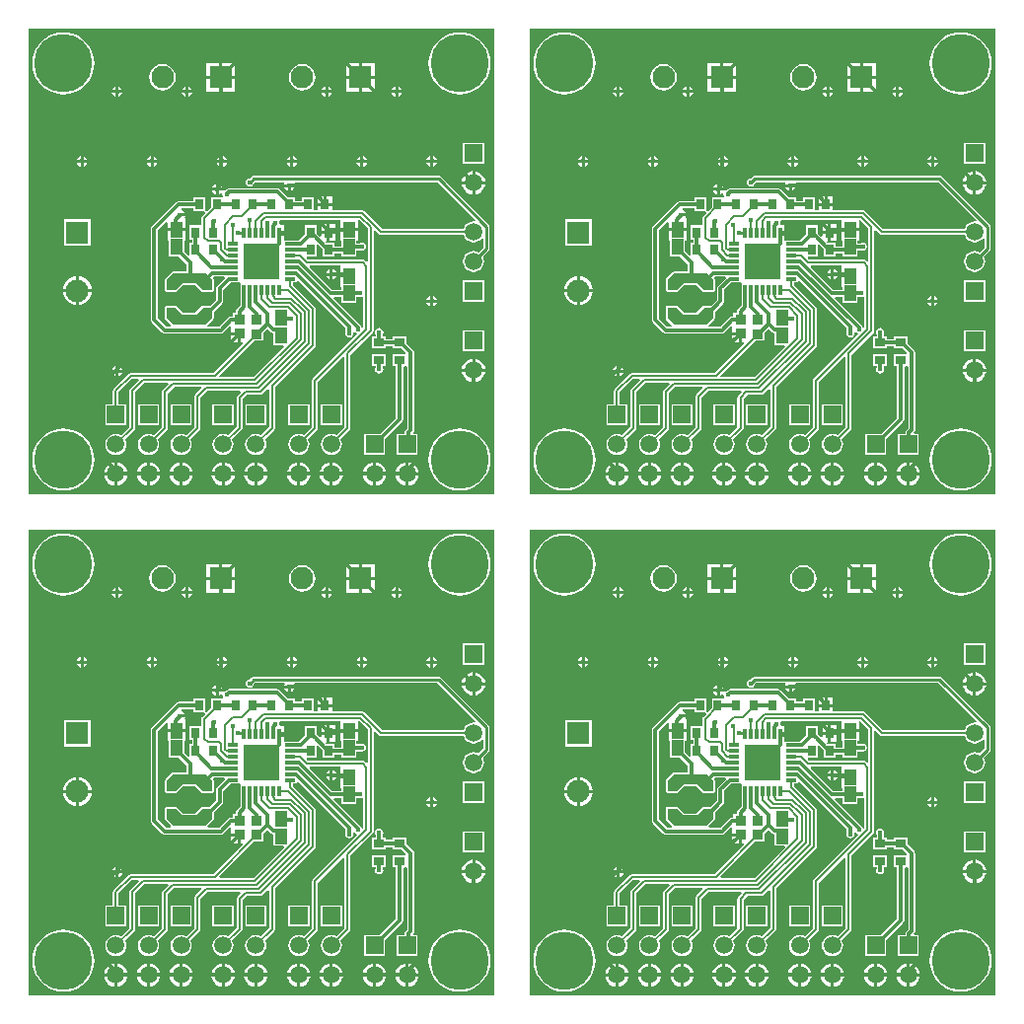
<source format=gtl>
%MOIN*%
%OFA0B0*%
%FSLAX25Y25*%
%IPPOS*%
%LPD*%
%ADD11C,0.01*%
%ADD12C,0.00787*%
%ADD15R,0.03985X0.05241*%
%ADD19R,0.03568X0.03563*%
%ADD20R,0.03379X0.03174*%
%ADD22C,0.04039*%
%ADD31R,0.02756X0.03543*%
%ADD32R,0.12402X0.12402*%
%ADD33R,0.03268X0.01181*%
%ADD34R,0.01181X0.03268*%
%ADD35R,0.03543X0.02756*%
%ADD36C,0.01181*%
%ADD37C,0.05906*%
%ADD38R,0.05906X0.05906*%
%ADD39C,0.07677*%
%ADD40R,0.07677X0.07677*%
%ADD41R,0.07677X0.07677*%
%ADD42C,0.19685*%
%ADD43C,0.01575*%
%ADD44C,0.02756*%
%ADD55C,0.01*%
%ADD56C,0.00787*%
%ADD57R,0.03985X0.05241*%
%ADD58R,0.03568X0.03563*%
%ADD59R,0.03379X0.03174*%
%ADD60C,0.04039*%
%ADD61R,0.02756X0.03543*%
%ADD62R,0.12402X0.12402*%
%ADD63R,0.03268X0.01181*%
%ADD64R,0.01181X0.03268*%
%ADD65R,0.03543X0.02756*%
%ADD66C,0.01181*%
%ADD67C,0.05906*%
%ADD68R,0.05906X0.05906*%
%ADD69C,0.07677*%
%ADD70R,0.07677X0.07677*%
%ADD71R,0.07677X0.07677*%
%ADD72C,0.19685*%
%ADD73C,0.01575*%
%ADD74C,0.02756*%
%ADD75C,0.01*%
%ADD76C,0.00787*%
%ADD77R,0.03985X0.05241*%
%ADD78R,0.03568X0.03563*%
%ADD79R,0.03379X0.03174*%
%ADD80C,0.04039*%
%ADD81R,0.02756X0.03543*%
%ADD82R,0.12402X0.12402*%
%ADD83R,0.03268X0.01181*%
%ADD84R,0.01181X0.03268*%
%ADD85R,0.03543X0.02756*%
%ADD86C,0.01181*%
%ADD87C,0.05906*%
%ADD88R,0.05906X0.05906*%
%ADD89C,0.07677*%
%ADD90R,0.07677X0.07677*%
%ADD91R,0.07677X0.07677*%
%ADD92C,0.19685*%
%ADD93C,0.01575*%
%ADD94C,0.02756*%
%ADD95C,0.01*%
%ADD96C,0.00787*%
%ADD97R,0.03985X0.05241*%
%ADD98R,0.03568X0.03563*%
%ADD99R,0.03379X0.03174*%
%ADD100C,0.04039*%
%ADD101R,0.02756X0.03543*%
%ADD102R,0.12402X0.12402*%
%ADD103R,0.03268X0.01181*%
%ADD104R,0.01181X0.03268*%
%ADD105R,0.03543X0.02756*%
%ADD106C,0.01181*%
%ADD107C,0.05906*%
%ADD108R,0.05906X0.05906*%
%ADD109C,0.07677*%
%ADD110R,0.07677X0.07677*%
%ADD111R,0.07677X0.07677*%
%ADD112C,0.19685*%
%ADD113C,0.01575*%
%ADD114C,0.02756*%
G01*
G75*
G36*
X0157480Y0236220D02*
X0000000Y0236220D01*
X0000000Y0393700D01*
X0157480Y0393700D01*
X0157480Y0236220D01*
D02*
G37*
%LPC*%
G36*
X0117043Y0382003D02*
X0112706Y0382003D01*
X0112706Y0377665D01*
X0117043Y0377665D01*
X0117043Y0382003D01*
D02*
G37*
G36*
X0111706Y0382003D02*
X0107366Y0382003D01*
X0107366Y0377665D01*
X0111706Y0377665D01*
X0111706Y0382003D01*
D02*
G37*
G36*
X0069799Y0382003D02*
X0065461Y0382003D01*
X0065461Y0377665D01*
X0069799Y0377665D01*
X0069799Y0382003D01*
D02*
G37*
G36*
X0064461Y0382003D02*
X0060122Y0382003D01*
X0060122Y0377665D01*
X0064461Y0377665D01*
X0064461Y0382003D01*
D02*
G37*
G36*
X0124909Y0374163D02*
X0124909Y0372941D01*
X0126131Y0372941D01*
X0126093Y0373138D01*
X0125698Y0373729D01*
X0125106Y0374123D01*
X0124909Y0374163D01*
D02*
G37*
G36*
X0123909Y0374163D02*
X0123712Y0374123D01*
X0123120Y0373729D01*
X0122726Y0373138D01*
X0122686Y0372941D01*
X0123909Y0372941D01*
X0123909Y0374163D01*
D02*
G37*
G36*
X0101287Y0374163D02*
X0101287Y0372941D01*
X0102509Y0372941D01*
X0102471Y0373138D01*
X0102075Y0373729D01*
X0101485Y0374123D01*
X0101287Y0374163D01*
D02*
G37*
G36*
X0100287Y0374163D02*
X0100089Y0374123D01*
X0099499Y0373729D01*
X0099104Y0373138D01*
X0099064Y0372941D01*
X0100287Y0372941D01*
X0100287Y0374163D01*
D02*
G37*
G36*
X0054043Y0374163D02*
X0054043Y0372941D01*
X0055266Y0372941D01*
X0055227Y0373138D01*
X0054832Y0373729D01*
X0054240Y0374123D01*
X0054043Y0374163D01*
D02*
G37*
G36*
X0053042Y0374163D02*
X0052846Y0374123D01*
X0052254Y0373729D01*
X0051859Y0373138D01*
X0051820Y0372941D01*
X0053042Y0372941D01*
X0053042Y0374163D01*
D02*
G37*
G36*
X0030420Y0374163D02*
X0030420Y0372941D01*
X0031644Y0372941D01*
X0031604Y0373138D01*
X0031210Y0373729D01*
X0030619Y0374123D01*
X0030420Y0374163D01*
D02*
G37*
G36*
X0029421Y0374163D02*
X0029224Y0374123D01*
X0028632Y0373729D01*
X0028238Y0373138D01*
X0028198Y0372941D01*
X0029421Y0372941D01*
X0029421Y0374163D01*
D02*
G37*
G36*
X0092521Y0381632D02*
X0091364Y0381480D01*
X0090287Y0381034D01*
X0089362Y0380324D01*
X0088652Y0379399D01*
X0088204Y0378321D01*
X0088053Y0377165D01*
X0088204Y0376009D01*
X0088652Y0374931D01*
X0089362Y0374006D01*
X0090287Y0373296D01*
X0091364Y0372850D01*
X0092521Y0372698D01*
X0093677Y0372850D01*
X0094754Y0373296D01*
X0095679Y0374006D01*
X0096390Y0374931D01*
X0096836Y0376009D01*
X0096988Y0377165D01*
X0096836Y0378321D01*
X0096390Y0379399D01*
X0095679Y0380324D01*
X0094754Y0381034D01*
X0093677Y0381480D01*
X0092521Y0381632D01*
D02*
G37*
G36*
X0045276Y0381632D02*
X0044119Y0381480D01*
X0043042Y0381034D01*
X0042116Y0380324D01*
X0041407Y0379399D01*
X0040960Y0378321D01*
X0040808Y0377165D01*
X0040960Y0376009D01*
X0041407Y0374931D01*
X0042116Y0374006D01*
X0043042Y0373296D01*
X0044119Y0372850D01*
X0045276Y0372697D01*
X0046432Y0372850D01*
X0047509Y0373296D01*
X0048434Y0374006D01*
X0049145Y0374931D01*
X0049591Y0376009D01*
X0049743Y0377165D01*
X0049591Y0378321D01*
X0049145Y0379399D01*
X0048434Y0380324D01*
X0047509Y0381034D01*
X0046432Y0381480D01*
X0045276Y0381632D01*
D02*
G37*
G36*
X0117043Y0376665D02*
X0112706Y0376665D01*
X0112706Y0372326D01*
X0117043Y0372326D01*
X0117043Y0376665D01*
D02*
G37*
G36*
X0111706Y0376665D02*
X0107366Y0376665D01*
X0107366Y0372326D01*
X0111706Y0372326D01*
X0111706Y0376665D01*
D02*
G37*
G36*
X0069799Y0376665D02*
X0065461Y0376665D01*
X0065461Y0372326D01*
X0069799Y0372326D01*
X0069799Y0376665D01*
D02*
G37*
G36*
X0064461Y0376665D02*
X0060122Y0376665D01*
X0060122Y0372326D01*
X0064461Y0372326D01*
X0064461Y0376665D01*
D02*
G37*
G36*
X0145669Y0392355D02*
X0144032Y0392226D01*
X0142435Y0391842D01*
X0140918Y0391214D01*
X0139518Y0390356D01*
X0138269Y0389289D01*
X0137203Y0388041D01*
X0136345Y0386640D01*
X0135716Y0385123D01*
X0135333Y0383526D01*
X0135204Y0381889D01*
X0135333Y0380252D01*
X0135716Y0378655D01*
X0136345Y0377138D01*
X0137203Y0375738D01*
X0138269Y0374489D01*
X0139518Y0373423D01*
X0140918Y0372565D01*
X0142435Y0371936D01*
X0144032Y0371553D01*
X0145669Y0371424D01*
X0147306Y0371553D01*
X0148903Y0371936D01*
X0150420Y0372565D01*
X0151821Y0373423D01*
X0153069Y0374489D01*
X0154135Y0375738D01*
X0154994Y0377138D01*
X0155622Y0378655D01*
X0156006Y0380252D01*
X0156135Y0381889D01*
X0156006Y0383526D01*
X0155622Y0385123D01*
X0154994Y0386640D01*
X0154135Y0388041D01*
X0153069Y0389289D01*
X0151821Y0390356D01*
X0150420Y0391214D01*
X0148903Y0391842D01*
X0147306Y0392226D01*
X0145669Y0392355D01*
D02*
G37*
G36*
X0011811Y0392355D02*
X0010174Y0392226D01*
X0008577Y0391842D01*
X0007060Y0391214D01*
X0005660Y0390356D01*
X0004411Y0389289D01*
X0003343Y0388041D01*
X0002486Y0386640D01*
X0001858Y0385123D01*
X0001474Y0383526D01*
X0001346Y0381889D01*
X0001474Y0380252D01*
X0001858Y0378655D01*
X0002486Y0377138D01*
X0003343Y0375738D01*
X0004411Y0374489D01*
X0005660Y0373423D01*
X0007060Y0372565D01*
X0008577Y0371936D01*
X0010174Y0371553D01*
X0011811Y0371424D01*
X0013447Y0371553D01*
X0015045Y0371936D01*
X0016562Y0372565D01*
X0017962Y0373423D01*
X0019211Y0374489D01*
X0020278Y0375738D01*
X0021135Y0377138D01*
X0021764Y0378655D01*
X0022148Y0380252D01*
X0022276Y0381889D01*
X0022148Y0383526D01*
X0021764Y0385123D01*
X0021135Y0386640D01*
X0020278Y0388041D01*
X0019211Y0389289D01*
X0017962Y0390356D01*
X0016562Y0391214D01*
X0015045Y0391842D01*
X0013447Y0392226D01*
X0011811Y0392355D01*
D02*
G37*
G36*
X0126131Y0371941D02*
X0124909Y0371941D01*
X0124909Y0370717D01*
X0125106Y0370757D01*
X0125698Y0371152D01*
X0126093Y0371743D01*
X0126131Y0371941D01*
D02*
G37*
G36*
X0123909Y0371941D02*
X0122686Y0371941D01*
X0122726Y0371743D01*
X0123120Y0371152D01*
X0123712Y0370757D01*
X0123909Y0370717D01*
X0123909Y0371941D01*
D02*
G37*
G36*
X0102509Y0371941D02*
X0101287Y0371941D01*
X0101287Y0370717D01*
X0101485Y0370757D01*
X0102075Y0371152D01*
X0102471Y0371743D01*
X0102509Y0371941D01*
D02*
G37*
G36*
X0100287Y0371941D02*
X0099064Y0371941D01*
X0099104Y0371743D01*
X0099499Y0371152D01*
X0100089Y0370757D01*
X0100287Y0370717D01*
X0100287Y0371941D01*
D02*
G37*
G36*
X0055266Y0371941D02*
X0054043Y0371941D01*
X0054043Y0370717D01*
X0054240Y0370757D01*
X0054832Y0371152D01*
X0055227Y0371743D01*
X0055266Y0371941D01*
D02*
G37*
G36*
X0053042Y0371941D02*
X0051820Y0371941D01*
X0051859Y0371743D01*
X0052254Y0371152D01*
X0052846Y0370757D01*
X0053042Y0370717D01*
X0053042Y0371941D01*
D02*
G37*
G36*
X0031644Y0371941D02*
X0030420Y0371941D01*
X0030420Y0370717D01*
X0030619Y0370757D01*
X0031210Y0371152D01*
X0031604Y0371743D01*
X0031644Y0371941D01*
D02*
G37*
G36*
X0029421Y0371941D02*
X0028198Y0371941D01*
X0028238Y0371743D01*
X0028632Y0371152D01*
X0029224Y0370757D01*
X0029421Y0370717D01*
X0029421Y0371941D01*
D02*
G37*
G36*
X0136721Y0350541D02*
X0136721Y0349319D01*
X0137943Y0349319D01*
X0137904Y0349516D01*
X0137509Y0350107D01*
X0136918Y0350502D01*
X0136721Y0350541D01*
D02*
G37*
G36*
X0135721Y0350541D02*
X0135523Y0350502D01*
X0134932Y0350107D01*
X0134536Y0349516D01*
X0134496Y0349319D01*
X0135721Y0349319D01*
X0135721Y0350541D01*
D02*
G37*
G36*
X0113099Y0350541D02*
X0113099Y0349319D01*
X0114321Y0349319D01*
X0114282Y0349516D01*
X0113887Y0350107D01*
X0113296Y0350502D01*
X0113099Y0350541D01*
D02*
G37*
G36*
X0112099Y0350541D02*
X0111901Y0350502D01*
X0111310Y0350107D01*
X0110915Y0349516D01*
X0110874Y0349319D01*
X0112099Y0349319D01*
X0112099Y0350541D01*
D02*
G37*
G36*
X0089476Y0350541D02*
X0089476Y0349319D01*
X0090699Y0349319D01*
X0090660Y0349516D01*
X0090265Y0350107D01*
X0089674Y0350502D01*
X0089476Y0350541D01*
D02*
G37*
G36*
X0088476Y0350541D02*
X0088279Y0350502D01*
X0087687Y0350107D01*
X0087293Y0349516D01*
X0087253Y0349319D01*
X0088476Y0349319D01*
X0088476Y0350541D01*
D02*
G37*
G36*
X0065854Y0350541D02*
X0065854Y0349319D01*
X0067077Y0349319D01*
X0067038Y0349516D01*
X0066642Y0350107D01*
X0066052Y0350502D01*
X0065854Y0350541D01*
D02*
G37*
G36*
X0064854Y0350541D02*
X0064657Y0350502D01*
X0064066Y0350107D01*
X0063671Y0349516D01*
X0063631Y0349319D01*
X0064854Y0349319D01*
X0064854Y0350541D01*
D02*
G37*
G36*
X0042232Y0350541D02*
X0042232Y0349319D01*
X0043455Y0349319D01*
X0043416Y0349516D01*
X0043021Y0350107D01*
X0042430Y0350502D01*
X0042232Y0350541D01*
D02*
G37*
G36*
X0041232Y0350541D02*
X0041035Y0350502D01*
X0040444Y0350107D01*
X0040048Y0349516D01*
X0040009Y0349319D01*
X0041232Y0349319D01*
X0041232Y0350541D01*
D02*
G37*
G36*
X0018609Y0350541D02*
X0018609Y0349319D01*
X0019833Y0349319D01*
X0019794Y0349516D01*
X0019399Y0350107D01*
X0018808Y0350502D01*
X0018609Y0350541D01*
D02*
G37*
G36*
X0017609Y0350541D02*
X0017413Y0350502D01*
X0016822Y0350107D01*
X0016427Y0349516D01*
X0016387Y0349319D01*
X0017609Y0349319D01*
X0017609Y0350541D01*
D02*
G37*
G36*
X0153936Y0355117D02*
X0146850Y0355117D01*
X0146850Y0348030D01*
X0153936Y0348030D01*
X0153936Y0355117D01*
D02*
G37*
G36*
X0137943Y0348319D02*
X0136721Y0348319D01*
X0136721Y0347095D01*
X0136918Y0347135D01*
X0137509Y0347530D01*
X0137904Y0348121D01*
X0137943Y0348319D01*
D02*
G37*
G36*
X0135721Y0348319D02*
X0134496Y0348319D01*
X0134536Y0348121D01*
X0134932Y0347530D01*
X0135523Y0347135D01*
X0135721Y0347095D01*
X0135721Y0348319D01*
D02*
G37*
G36*
X0114321Y0348319D02*
X0113099Y0348319D01*
X0113099Y0347095D01*
X0113296Y0347135D01*
X0113887Y0347530D01*
X0114282Y0348121D01*
X0114321Y0348319D01*
D02*
G37*
G36*
X0112099Y0348319D02*
X0110874Y0348319D01*
X0110915Y0348121D01*
X0111310Y0347530D01*
X0111901Y0347135D01*
X0112099Y0347095D01*
X0112099Y0348319D01*
D02*
G37*
G36*
X0090699Y0348319D02*
X0089476Y0348319D01*
X0089476Y0347095D01*
X0089674Y0347135D01*
X0090265Y0347530D01*
X0090660Y0348121D01*
X0090699Y0348319D01*
D02*
G37*
G36*
X0088476Y0348319D02*
X0087253Y0348319D01*
X0087293Y0348121D01*
X0087687Y0347530D01*
X0088279Y0347135D01*
X0088476Y0347095D01*
X0088476Y0348319D01*
D02*
G37*
G36*
X0067077Y0348319D02*
X0065854Y0348319D01*
X0065854Y0347095D01*
X0066052Y0347135D01*
X0066642Y0347530D01*
X0067038Y0348121D01*
X0067077Y0348319D01*
D02*
G37*
G36*
X0064854Y0348319D02*
X0063631Y0348319D01*
X0063671Y0348121D01*
X0064066Y0347530D01*
X0064657Y0347135D01*
X0064854Y0347095D01*
X0064854Y0348319D01*
D02*
G37*
G36*
X0043455Y0348319D02*
X0042232Y0348319D01*
X0042232Y0347095D01*
X0042430Y0347135D01*
X0043021Y0347530D01*
X0043416Y0348121D01*
X0043455Y0348319D01*
D02*
G37*
G36*
X0041232Y0348319D02*
X0040009Y0348319D01*
X0040048Y0348121D01*
X0040444Y0347530D01*
X0041035Y0347135D01*
X0041232Y0347095D01*
X0041232Y0348319D01*
D02*
G37*
G36*
X0019833Y0348319D02*
X0018609Y0348319D01*
X0018609Y0347095D01*
X0018808Y0347135D01*
X0019399Y0347530D01*
X0019794Y0348121D01*
X0019833Y0348319D01*
D02*
G37*
G36*
X0017609Y0348319D02*
X0016387Y0348319D01*
X0016427Y0348121D01*
X0016822Y0347530D01*
X0017413Y0347135D01*
X0017609Y0347095D01*
X0017609Y0348319D01*
D02*
G37*
G36*
X0138583Y0344025D02*
X0138583Y0344025D01*
X0076070Y0344025D01*
X0076070Y0344025D01*
X0075644Y0343940D01*
X0075284Y0343699D01*
X0075284Y0343699D01*
X0074701Y0343116D01*
X0074265Y0343030D01*
X0073809Y0342725D01*
X0073505Y0342270D01*
X0073398Y0341732D01*
X0073505Y0341194D01*
X0073809Y0340738D01*
X0074265Y0340434D01*
X0074803Y0340327D01*
X0075339Y0340434D01*
X0075797Y0340738D01*
X0076101Y0341194D01*
X0076145Y0341416D01*
X0076531Y0341801D01*
X0086343Y0341801D01*
X0086580Y0341360D01*
X0086505Y0341248D01*
X0086466Y0341051D01*
X0089910Y0341051D01*
X0089873Y0341248D01*
X0089797Y0341360D01*
X0090034Y0341801D01*
X0138122Y0341801D01*
X0150959Y0328964D01*
X0150726Y0328490D01*
X0150393Y0328534D01*
X0149469Y0328412D01*
X0148607Y0328055D01*
X0147867Y0327487D01*
X0147299Y0326747D01*
X0146974Y0325964D01*
X0119550Y0325964D01*
X0113504Y0332008D01*
X0113179Y0332226D01*
X0112795Y0332302D01*
X0102575Y0332302D01*
X0102575Y0333751D01*
X0100197Y0333751D01*
X0097819Y0333751D01*
X0097819Y0332302D01*
X0096260Y0332302D01*
X0096260Y0336614D01*
X0092323Y0336614D01*
X0092323Y0335456D01*
X0089961Y0335456D01*
X0089961Y0336614D01*
X0087727Y0336614D01*
X0084907Y0339434D01*
X0084516Y0339695D01*
X0084055Y0339787D01*
X0084055Y0339786D01*
X0067818Y0339786D01*
X0067356Y0339695D01*
X0066966Y0339434D01*
X0066684Y0339151D01*
X0066391Y0339093D01*
X0066005Y0338835D01*
X0065914Y0338870D01*
X0064280Y0338870D01*
X0064280Y0337646D01*
X0064476Y0337686D01*
X0065068Y0338080D01*
X0065073Y0338088D01*
X0065544Y0337892D01*
X0065524Y0337795D01*
X0065631Y0337256D01*
X0065687Y0337174D01*
X0065692Y0337026D01*
X0065319Y0336618D01*
X0065247Y0336614D01*
X0065097Y0336614D01*
X0061614Y0336614D01*
X0061614Y0333308D01*
X0060111Y0331805D01*
X0060089Y0331816D01*
X0060089Y0331816D01*
X0059646Y0332047D01*
X0059646Y0332324D01*
X0059646Y0336614D01*
X0055709Y0336614D01*
X0055709Y0335456D01*
X0050788Y0335456D01*
X0050787Y0335456D01*
X0050327Y0335363D01*
X0049936Y0335103D01*
X0049936Y0335103D01*
X0041668Y0326835D01*
X0041407Y0326445D01*
X0041315Y0325984D01*
X0041315Y0325984D01*
X0041315Y0295275D01*
X0041315Y0295275D01*
X0041407Y0294814D01*
X0041668Y0294424D01*
X0045211Y0290880D01*
X0045211Y0290880D01*
X0045601Y0290618D01*
X0046063Y0290528D01*
X0046063Y0290528D01*
X0064961Y0290528D01*
X0064961Y0290528D01*
X0065420Y0290618D01*
X0065812Y0290880D01*
X0067976Y0293044D01*
X0068476Y0292837D01*
X0068476Y0291048D01*
X0071260Y0291048D01*
X0071260Y0290549D01*
X0071760Y0290549D01*
X0071760Y0287767D01*
X0072309Y0287767D01*
X0072500Y0287305D01*
X0062577Y0277381D01*
X0034646Y0277381D01*
X0034262Y0277305D01*
X0033936Y0277087D01*
X0028818Y0271969D01*
X0028599Y0271643D01*
X0028524Y0271258D01*
X0028524Y0266692D01*
X0025984Y0266692D01*
X0025984Y0259605D01*
X0033071Y0259605D01*
X0033071Y0266692D01*
X0030531Y0266692D01*
X0030531Y0270844D01*
X0035061Y0275374D01*
X0037082Y0275374D01*
X0037273Y0274912D01*
X0034329Y0271969D01*
X0034112Y0271643D01*
X0034036Y0271258D01*
X0034036Y0259076D01*
X0031236Y0256277D01*
X0030453Y0256601D01*
X0029528Y0256723D01*
X0028603Y0256601D01*
X0027741Y0256244D01*
X0027000Y0255676D01*
X0026432Y0254936D01*
X0026076Y0254074D01*
X0025954Y0253148D01*
X0026076Y0252223D01*
X0026432Y0251362D01*
X0027000Y0250622D01*
X0027741Y0250054D01*
X0028603Y0249697D01*
X0029528Y0249575D01*
X0030453Y0249697D01*
X0031315Y0250054D01*
X0032054Y0250622D01*
X0032623Y0251362D01*
X0032979Y0252223D01*
X0033101Y0253148D01*
X0032979Y0254074D01*
X0032654Y0254857D01*
X0035749Y0257951D01*
X0035967Y0258277D01*
X0036043Y0258660D01*
X0036043Y0270844D01*
X0039195Y0273996D01*
X0047121Y0273996D01*
X0047312Y0273534D01*
X0045353Y0271575D01*
X0045136Y0271250D01*
X0045058Y0270866D01*
X0045058Y0259076D01*
X0042260Y0256277D01*
X0041476Y0256601D01*
X0040551Y0256723D01*
X0039626Y0256601D01*
X0038764Y0256244D01*
X0038024Y0255676D01*
X0037456Y0254936D01*
X0037099Y0254074D01*
X0036976Y0253148D01*
X0037099Y0252223D01*
X0037456Y0251362D01*
X0038024Y0250622D01*
X0038764Y0250054D01*
X0039626Y0249697D01*
X0040551Y0249575D01*
X0041476Y0249697D01*
X0042338Y0250054D01*
X0043078Y0250622D01*
X0043646Y0251362D01*
X0044003Y0252223D01*
X0044125Y0253148D01*
X0044003Y0254074D01*
X0043678Y0254857D01*
X0046773Y0257951D01*
X0046990Y0258277D01*
X0047067Y0258660D01*
X0047067Y0270450D01*
X0049235Y0272618D01*
X0058341Y0272618D01*
X0058533Y0272156D01*
X0056377Y0270001D01*
X0056160Y0269675D01*
X0056083Y0269291D01*
X0056083Y0259076D01*
X0053283Y0256277D01*
X0052500Y0256601D01*
X0051575Y0256723D01*
X0050649Y0256601D01*
X0049788Y0256244D01*
X0049048Y0255676D01*
X0048480Y0254936D01*
X0048123Y0254074D01*
X0048000Y0253148D01*
X0048123Y0252223D01*
X0048480Y0251362D01*
X0049048Y0250622D01*
X0049788Y0250054D01*
X0050649Y0249697D01*
X0051575Y0249575D01*
X0052500Y0249697D01*
X0053362Y0250054D01*
X0054101Y0250622D01*
X0054670Y0251362D01*
X0055027Y0252223D01*
X0055149Y0253148D01*
X0055027Y0254074D01*
X0054701Y0254857D01*
X0057796Y0257951D01*
X0058014Y0258277D01*
X0058090Y0258660D01*
X0058090Y0268875D01*
X0060455Y0271240D01*
X0071530Y0271240D01*
X0071722Y0270778D01*
X0070550Y0269607D01*
X0070333Y0269281D01*
X0070256Y0268897D01*
X0070256Y0259076D01*
X0067456Y0256277D01*
X0066673Y0256601D01*
X0065748Y0256723D01*
X0064822Y0256601D01*
X0063961Y0256244D01*
X0063221Y0255676D01*
X0062653Y0254936D01*
X0062295Y0254074D01*
X0062173Y0253148D01*
X0062295Y0252223D01*
X0062653Y0251362D01*
X0063221Y0250622D01*
X0063961Y0250054D01*
X0064822Y0249697D01*
X0065748Y0249575D01*
X0066673Y0249697D01*
X0067535Y0250054D01*
X0068275Y0250622D01*
X0068843Y0251362D01*
X0069200Y0252223D01*
X0069322Y0253148D01*
X0069200Y0254074D01*
X0068876Y0254857D01*
X0071969Y0257951D01*
X0072185Y0258277D01*
X0072263Y0258660D01*
X0072263Y0268481D01*
X0073643Y0269861D01*
X0078347Y0269861D01*
X0078730Y0269938D01*
X0079056Y0270156D01*
X0080818Y0271918D01*
X0081280Y0271727D01*
X0081280Y0259076D01*
X0078480Y0256277D01*
X0077697Y0256601D01*
X0076772Y0256723D01*
X0075846Y0256601D01*
X0074985Y0256244D01*
X0074243Y0255676D01*
X0073676Y0254936D01*
X0073320Y0254074D01*
X0073198Y0253148D01*
X0073320Y0252223D01*
X0073676Y0251362D01*
X0074243Y0250622D01*
X0074985Y0250054D01*
X0075846Y0249697D01*
X0076772Y0249575D01*
X0077697Y0249697D01*
X0078559Y0250054D01*
X0079299Y0250622D01*
X0079867Y0251362D01*
X0080224Y0252223D01*
X0080345Y0253148D01*
X0080224Y0254074D01*
X0079899Y0254857D01*
X0082993Y0257951D01*
X0083209Y0258277D01*
X0083287Y0258660D01*
X0083287Y0272418D01*
X0096773Y0285904D01*
X0096990Y0286230D01*
X0097066Y0286614D01*
X0097066Y0298998D01*
X0096990Y0299382D01*
X0096773Y0299707D01*
X0089429Y0307051D01*
X0089429Y0307873D01*
X0090650Y0307873D01*
X0090650Y0308369D01*
X0091110Y0308559D01*
X0107185Y0292485D01*
X0107185Y0291313D01*
X0107166Y0291285D01*
X0107060Y0290748D01*
X0107166Y0290210D01*
X0107471Y0289753D01*
X0107927Y0289450D01*
X0108464Y0289343D01*
X0109002Y0289450D01*
X0109458Y0289753D01*
X0109763Y0290210D01*
X0109870Y0290748D01*
X0109763Y0291285D01*
X0110196Y0291473D01*
X0110424Y0291132D01*
X0110813Y0290872D01*
X0111002Y0290354D01*
X0096141Y0275492D01*
X0095923Y0275167D01*
X0095847Y0274783D01*
X0095847Y0259076D01*
X0093047Y0256277D01*
X0092264Y0256601D01*
X0091337Y0256723D01*
X0090414Y0256601D01*
X0089552Y0256244D01*
X0088811Y0255676D01*
X0088244Y0254936D01*
X0087887Y0254074D01*
X0087765Y0253148D01*
X0087887Y0252223D01*
X0088244Y0251362D01*
X0088811Y0250622D01*
X0089552Y0250054D01*
X0090414Y0249697D01*
X0091337Y0249575D01*
X0092264Y0249697D01*
X0093125Y0250054D01*
X0093866Y0250622D01*
X0094434Y0251362D01*
X0094791Y0252223D01*
X0094912Y0253148D01*
X0094791Y0254074D01*
X0094466Y0254857D01*
X0097560Y0257951D01*
X0097777Y0258277D01*
X0097854Y0258660D01*
X0097854Y0274367D01*
X0106409Y0282922D01*
X0106870Y0282729D01*
X0106870Y0259076D01*
X0104071Y0256277D01*
X0103287Y0256601D01*
X0102362Y0256723D01*
X0101437Y0256601D01*
X0100574Y0256244D01*
X0099835Y0255676D01*
X0099267Y0254936D01*
X0098910Y0254074D01*
X0098788Y0253148D01*
X0098910Y0252223D01*
X0099267Y0251362D01*
X0099835Y0250622D01*
X0100574Y0250054D01*
X0101437Y0249697D01*
X0102362Y0249575D01*
X0103287Y0249697D01*
X0104149Y0250054D01*
X0104889Y0250622D01*
X0105457Y0251362D01*
X0105814Y0252223D01*
X0105936Y0253148D01*
X0105814Y0254074D01*
X0105490Y0254857D01*
X0108583Y0257951D01*
X0108800Y0258277D01*
X0108878Y0258660D01*
X0108878Y0283442D01*
X0116260Y0290825D01*
X0116477Y0291150D01*
X0116555Y0291535D01*
X0116555Y0325467D01*
X0117017Y0325658D01*
X0118424Y0324251D01*
X0118750Y0324033D01*
X0119134Y0323957D01*
X0146974Y0323957D01*
X0147299Y0323173D01*
X0147867Y0322433D01*
X0148607Y0321864D01*
X0149469Y0321507D01*
X0150393Y0321386D01*
X0151319Y0321507D01*
X0152181Y0321864D01*
X0152921Y0322433D01*
X0153112Y0322683D01*
X0153612Y0322513D01*
X0153612Y0319751D01*
X0151994Y0318133D01*
X0151319Y0318412D01*
X0150393Y0318534D01*
X0149469Y0318412D01*
X0148607Y0318055D01*
X0147867Y0317487D01*
X0147299Y0316747D01*
X0146942Y0315885D01*
X0146820Y0314960D01*
X0146942Y0314035D01*
X0147299Y0313173D01*
X0147867Y0312433D01*
X0148607Y0311865D01*
X0149469Y0311508D01*
X0150393Y0311386D01*
X0151319Y0311508D01*
X0152181Y0311865D01*
X0152921Y0312433D01*
X0153489Y0313173D01*
X0153846Y0314035D01*
X0153967Y0314960D01*
X0153846Y0315885D01*
X0153566Y0316560D01*
X0155510Y0318505D01*
X0155510Y0318505D01*
X0155752Y0318865D01*
X0155836Y0319291D01*
X0155836Y0326771D01*
X0155836Y0326771D01*
X0155752Y0327197D01*
X0155510Y0327557D01*
X0139369Y0343699D01*
X0139008Y0343940D01*
X0138583Y0344025D01*
D02*
G37*
G36*
X0150894Y0345495D02*
X0150894Y0342074D01*
X0154315Y0342074D01*
X0154245Y0342606D01*
X0153846Y0343568D01*
X0153213Y0344394D01*
X0152387Y0345027D01*
X0151426Y0345425D01*
X0150894Y0345495D01*
D02*
G37*
G36*
X0149893Y0345495D02*
X0149362Y0345425D01*
X0148400Y0345027D01*
X0147575Y0344394D01*
X0146941Y0343568D01*
X0146543Y0342606D01*
X0146473Y0342074D01*
X0149893Y0342074D01*
X0149893Y0345495D01*
D02*
G37*
G36*
X0064280Y0341093D02*
X0064280Y0339870D01*
X0065503Y0339870D01*
X0065463Y0340067D01*
X0065068Y0340658D01*
X0064476Y0341053D01*
X0064280Y0341093D01*
D02*
G37*
G36*
X0063279Y0341093D02*
X0063082Y0341053D01*
X0062491Y0340658D01*
X0062095Y0340067D01*
X0062056Y0339870D01*
X0063279Y0339870D01*
X0063279Y0341093D01*
D02*
G37*
G36*
X0089910Y0340050D02*
X0088689Y0340050D01*
X0088689Y0338828D01*
X0088886Y0338867D01*
X0089477Y0339262D01*
X0089873Y0339853D01*
X0089910Y0340050D01*
D02*
G37*
G36*
X0087689Y0340050D02*
X0086466Y0340050D01*
X0086505Y0339853D01*
X0086900Y0339262D01*
X0087490Y0338867D01*
X0087689Y0338828D01*
X0087689Y0340050D01*
D02*
G37*
G36*
X0154315Y0341074D02*
X0150894Y0341074D01*
X0150894Y0337653D01*
X0151426Y0337723D01*
X0152387Y0338122D01*
X0153213Y0338755D01*
X0153846Y0339581D01*
X0154245Y0340542D01*
X0154315Y0341074D01*
D02*
G37*
G36*
X0149893Y0341074D02*
X0146473Y0341074D01*
X0146543Y0340542D01*
X0146941Y0339581D01*
X0147575Y0338755D01*
X0148400Y0338122D01*
X0149362Y0337723D01*
X0149893Y0337653D01*
X0149893Y0341074D01*
D02*
G37*
G36*
X0063279Y0338870D02*
X0062056Y0338870D01*
X0062095Y0338671D01*
X0062491Y0338080D01*
X0063082Y0337686D01*
X0063279Y0337646D01*
X0063279Y0338870D01*
D02*
G37*
G36*
X0102575Y0337023D02*
X0100696Y0337023D01*
X0100696Y0334752D01*
X0102575Y0334752D01*
X0102575Y0337023D01*
D02*
G37*
G36*
X0099697Y0337023D02*
X0097819Y0337023D01*
X0097819Y0334752D01*
X0099697Y0334752D01*
X0099697Y0337023D01*
D02*
G37*
G36*
X0020965Y0329233D02*
X0012106Y0329233D01*
X0012106Y0320374D01*
X0020965Y0320374D01*
X0020965Y0329233D01*
D02*
G37*
G36*
X0017035Y0309933D02*
X0017035Y0305619D01*
X0021350Y0305619D01*
X0021249Y0306382D01*
X0020762Y0307559D01*
X0019986Y0308570D01*
X0018976Y0309345D01*
X0017798Y0309833D01*
X0017035Y0309933D01*
D02*
G37*
G36*
X0016035Y0309933D02*
X0015272Y0309833D01*
X0014095Y0309345D01*
X0013084Y0308570D01*
X0012309Y0307559D01*
X0011821Y0306382D01*
X0011720Y0305619D01*
X0016035Y0305619D01*
X0016035Y0309933D01*
D02*
G37*
G36*
X0136721Y0303297D02*
X0136721Y0302074D01*
X0137943Y0302074D01*
X0137904Y0302272D01*
X0137509Y0302863D01*
X0136918Y0303258D01*
X0136721Y0303297D01*
D02*
G37*
G36*
X0135721Y0303297D02*
X0135523Y0303258D01*
X0134932Y0302863D01*
X0134536Y0302272D01*
X0134496Y0302074D01*
X0135721Y0302074D01*
X0135721Y0303297D01*
D02*
G37*
G36*
X0153936Y0308504D02*
X0146850Y0308504D01*
X0146850Y0301417D01*
X0153936Y0301417D01*
X0153936Y0308504D01*
D02*
G37*
G36*
X0021350Y0304619D02*
X0017035Y0304619D01*
X0017035Y0300304D01*
X0017798Y0300405D01*
X0018976Y0300892D01*
X0019986Y0301668D01*
X0020762Y0302678D01*
X0021249Y0303856D01*
X0021350Y0304619D01*
D02*
G37*
G36*
X0016035Y0304619D02*
X0011720Y0304619D01*
X0011821Y0303856D01*
X0012309Y0302678D01*
X0013084Y0301668D01*
X0014095Y0300892D01*
X0015272Y0300405D01*
X0016035Y0300304D01*
X0016035Y0304619D01*
D02*
G37*
G36*
X0137943Y0301074D02*
X0136721Y0301074D01*
X0136721Y0299851D01*
X0136918Y0299891D01*
X0137509Y0300286D01*
X0137904Y0300877D01*
X0137943Y0301074D01*
D02*
G37*
G36*
X0135721Y0301074D02*
X0134496Y0301074D01*
X0134536Y0300877D01*
X0134932Y0300286D01*
X0135523Y0299891D01*
X0135721Y0299851D01*
X0135721Y0301074D01*
D02*
G37*
G36*
X0070759Y0290049D02*
X0068476Y0290049D01*
X0068476Y0287767D01*
X0070759Y0287767D01*
X0070759Y0290049D01*
D02*
G37*
G36*
X0153936Y0291732D02*
X0146850Y0291732D01*
X0146850Y0284645D01*
X0153936Y0284645D01*
X0153936Y0291732D01*
D02*
G37*
G36*
X0150894Y0282109D02*
X0150894Y0278689D01*
X0154315Y0278689D01*
X0154245Y0279220D01*
X0153846Y0280182D01*
X0153213Y0281008D01*
X0152387Y0281641D01*
X0151426Y0282039D01*
X0150894Y0282109D01*
D02*
G37*
G36*
X0149893Y0282109D02*
X0149362Y0282039D01*
X0148400Y0281641D01*
X0147575Y0281008D01*
X0146941Y0280182D01*
X0146543Y0279220D01*
X0146473Y0278689D01*
X0149893Y0278689D01*
X0149893Y0282109D01*
D02*
G37*
G36*
X0030420Y0279675D02*
X0030420Y0278452D01*
X0031644Y0278452D01*
X0031604Y0278650D01*
X0031210Y0279241D01*
X0030619Y0279636D01*
X0030420Y0279675D01*
D02*
G37*
G36*
X0029421Y0279675D02*
X0029224Y0279636D01*
X0028632Y0279241D01*
X0028238Y0278650D01*
X0028198Y0278452D01*
X0029421Y0278452D01*
X0029421Y0279675D01*
D02*
G37*
G36*
X0120866Y0283661D02*
X0116141Y0283661D01*
X0116141Y0279724D01*
X0117300Y0279724D01*
X0117300Y0279220D01*
X0117206Y0279080D01*
X0117099Y0278543D01*
X0117206Y0278005D01*
X0117510Y0277549D01*
X0117966Y0277245D01*
X0118504Y0277138D01*
X0119042Y0277245D01*
X0119497Y0277549D01*
X0119802Y0278005D01*
X0119909Y0278543D01*
X0119802Y0279080D01*
X0119707Y0279220D01*
X0119707Y0279724D01*
X0120866Y0279724D01*
X0120866Y0283661D01*
D02*
G37*
G36*
X0031644Y0277451D02*
X0030420Y0277451D01*
X0030420Y0276229D01*
X0030619Y0276269D01*
X0031210Y0276664D01*
X0031604Y0277254D01*
X0031644Y0277451D01*
D02*
G37*
G36*
X0029421Y0277451D02*
X0028198Y0277451D01*
X0028238Y0277254D01*
X0028632Y0276664D01*
X0029224Y0276269D01*
X0029421Y0276229D01*
X0029421Y0277451D01*
D02*
G37*
G36*
X0154315Y0277688D02*
X0150894Y0277688D01*
X0150894Y0274267D01*
X0151426Y0274338D01*
X0152387Y0274736D01*
X0153213Y0275369D01*
X0153846Y0276195D01*
X0154245Y0277156D01*
X0154315Y0277688D01*
D02*
G37*
G36*
X0149893Y0277688D02*
X0146473Y0277688D01*
X0146543Y0277156D01*
X0146941Y0276195D01*
X0147575Y0275369D01*
X0148400Y0274736D01*
X0149362Y0274338D01*
X0149893Y0274267D01*
X0149893Y0277688D01*
D02*
G37*
G36*
X0105905Y0266692D02*
X0098819Y0266692D01*
X0098819Y0259605D01*
X0105905Y0259605D01*
X0105905Y0266692D01*
D02*
G37*
G36*
X0094882Y0266692D02*
X0087795Y0266692D01*
X0087795Y0259605D01*
X0094882Y0259605D01*
X0094882Y0266692D01*
D02*
G37*
G36*
X0080313Y0266692D02*
X0073228Y0266692D01*
X0073228Y0259605D01*
X0080313Y0259605D01*
X0080313Y0266692D01*
D02*
G37*
G36*
X0069291Y0266692D02*
X0062205Y0266692D01*
X0062205Y0259605D01*
X0069291Y0259605D01*
X0069291Y0266692D01*
D02*
G37*
G36*
X0055118Y0266692D02*
X0048031Y0266692D01*
X0048031Y0259605D01*
X0055118Y0259605D01*
X0055118Y0266692D01*
D02*
G37*
G36*
X0044094Y0266692D02*
X0037008Y0266692D01*
X0037008Y0259605D01*
X0044094Y0259605D01*
X0044094Y0266692D01*
D02*
G37*
G36*
X0118504Y0292546D02*
X0117966Y0292439D01*
X0117510Y0292135D01*
X0117206Y0291679D01*
X0117099Y0291141D01*
X0117206Y0290604D01*
X0117300Y0290463D01*
X0117300Y0289567D01*
X0116141Y0289567D01*
X0116141Y0285629D01*
X0120866Y0285629D01*
X0120866Y0286394D01*
X0123031Y0286394D01*
X0123031Y0285629D01*
X0126053Y0285629D01*
X0127521Y0284161D01*
X0127314Y0283661D01*
X0123031Y0283661D01*
X0123031Y0279724D01*
X0124189Y0279724D01*
X0124189Y0279220D01*
X0124096Y0279080D01*
X0123989Y0278543D01*
X0124096Y0278005D01*
X0124189Y0277865D01*
X0124189Y0262112D01*
X0118768Y0256691D01*
X0113386Y0256691D01*
X0113386Y0249606D01*
X0120472Y0249606D01*
X0120472Y0254989D01*
X0126245Y0260762D01*
X0126245Y0260762D01*
X0126505Y0261153D01*
X0126598Y0261614D01*
X0126598Y0277865D01*
X0126692Y0278005D01*
X0126799Y0278543D01*
X0126692Y0279080D01*
X0126598Y0279220D01*
X0126598Y0279370D01*
X0126952Y0279724D01*
X0127756Y0279724D01*
X0127930Y0279296D01*
X0127930Y0258569D01*
X0127393Y0258033D01*
X0127133Y0257642D01*
X0127041Y0257182D01*
X0127041Y0257182D01*
X0127041Y0256691D01*
X0124408Y0256691D01*
X0124408Y0249606D01*
X0131496Y0249606D01*
X0131496Y0256691D01*
X0130112Y0256691D01*
X0129921Y0257154D01*
X0129985Y0257219D01*
X0129985Y0257219D01*
X0130245Y0257609D01*
X0130338Y0258070D01*
X0130338Y0284251D01*
X0130338Y0284251D01*
X0130245Y0284712D01*
X0129985Y0285103D01*
X0127756Y0287333D01*
X0127756Y0289567D01*
X0123031Y0289567D01*
X0123031Y0288802D01*
X0120866Y0288802D01*
X0120866Y0289567D01*
X0119707Y0289567D01*
X0119707Y0290463D01*
X0119802Y0290604D01*
X0119909Y0291141D01*
X0119802Y0291679D01*
X0119497Y0292135D01*
X0119042Y0292439D01*
X0118504Y0292546D01*
D02*
G37*
G36*
X0128453Y0247070D02*
X0128453Y0243649D01*
X0131874Y0243649D01*
X0131804Y0244180D01*
X0131405Y0245143D01*
X0130772Y0245968D01*
X0129946Y0246602D01*
X0128985Y0247000D01*
X0128453Y0247070D01*
D02*
G37*
G36*
X0091839Y0247070D02*
X0091839Y0243649D01*
X0095260Y0243649D01*
X0095190Y0244180D01*
X0094791Y0245143D01*
X0094158Y0245968D01*
X0093332Y0246602D01*
X0092370Y0247000D01*
X0091839Y0247070D01*
D02*
G37*
G36*
X0127453Y0247070D02*
X0126921Y0247000D01*
X0125959Y0246602D01*
X0125133Y0245968D01*
X0124500Y0245143D01*
X0124102Y0244180D01*
X0124032Y0243649D01*
X0127453Y0243649D01*
X0127453Y0247070D01*
D02*
G37*
G36*
X0090839Y0247070D02*
X0090307Y0247000D01*
X0089345Y0246602D01*
X0088519Y0245968D01*
X0087886Y0245143D01*
X0087488Y0244180D01*
X0087417Y0243649D01*
X0090839Y0243649D01*
X0090839Y0247070D01*
D02*
G37*
G36*
X0066248Y0247070D02*
X0066248Y0243649D01*
X0069669Y0243649D01*
X0069599Y0244180D01*
X0069201Y0245143D01*
X0068566Y0245968D01*
X0067742Y0246602D01*
X0066780Y0247000D01*
X0066248Y0247070D01*
D02*
G37*
G36*
X0052075Y0247070D02*
X0052075Y0243649D01*
X0055496Y0243649D01*
X0055426Y0244180D01*
X0055028Y0245143D01*
X0054394Y0245968D01*
X0053568Y0246602D01*
X0052607Y0247000D01*
X0052075Y0247070D01*
D02*
G37*
G36*
X0041051Y0247070D02*
X0041051Y0243649D01*
X0044472Y0243649D01*
X0044402Y0244180D01*
X0044003Y0245143D01*
X0043370Y0245968D01*
X0042545Y0246602D01*
X0041583Y0247000D01*
X0041051Y0247070D01*
D02*
G37*
G36*
X0030028Y0247070D02*
X0030028Y0243649D01*
X0033449Y0243649D01*
X0033379Y0244180D01*
X0032979Y0245143D01*
X0032346Y0245968D01*
X0031521Y0246602D01*
X0030558Y0247000D01*
X0030028Y0247070D01*
D02*
G37*
G36*
X0102862Y0247070D02*
X0102862Y0243649D01*
X0106283Y0243649D01*
X0106213Y0244180D01*
X0105814Y0245143D01*
X0105180Y0245968D01*
X0104356Y0246602D01*
X0103394Y0247000D01*
X0102862Y0247070D01*
D02*
G37*
G36*
X0101862Y0247070D02*
X0101330Y0247000D01*
X0100369Y0246602D01*
X0099543Y0245968D01*
X0098907Y0245143D01*
X0098511Y0244180D01*
X0098441Y0243649D01*
X0101862Y0243649D01*
X0101862Y0247070D01*
D02*
G37*
G36*
X0065248Y0247070D02*
X0064715Y0247000D01*
X0063754Y0246602D01*
X0062929Y0245968D01*
X0062295Y0245143D01*
X0061897Y0244180D01*
X0061827Y0243649D01*
X0065248Y0243649D01*
X0065248Y0247070D01*
D02*
G37*
G36*
X0051075Y0247070D02*
X0050543Y0247000D01*
X0049581Y0246602D01*
X0048755Y0245968D01*
X0048122Y0245143D01*
X0047724Y0244180D01*
X0047654Y0243649D01*
X0051075Y0243649D01*
X0051075Y0247070D01*
D02*
G37*
G36*
X0040051Y0247070D02*
X0039519Y0247000D01*
X0038558Y0246602D01*
X0037731Y0245968D01*
X0037099Y0245143D01*
X0036700Y0244180D01*
X0036630Y0243649D01*
X0040051Y0243649D01*
X0040051Y0247070D01*
D02*
G37*
G36*
X0029028Y0247070D02*
X0028496Y0247000D01*
X0027533Y0246602D01*
X0026708Y0245968D01*
X0026074Y0245143D01*
X0025677Y0244180D01*
X0025607Y0243649D01*
X0029028Y0243649D01*
X0029028Y0247070D01*
D02*
G37*
G36*
X0117429Y0247070D02*
X0117429Y0243649D01*
X0120849Y0243649D01*
X0120780Y0244180D01*
X0120381Y0245143D01*
X0119748Y0245968D01*
X0118923Y0246602D01*
X0117961Y0247000D01*
X0117429Y0247070D01*
D02*
G37*
G36*
X0077272Y0247070D02*
X0077272Y0243649D01*
X0080693Y0243649D01*
X0080623Y0244180D01*
X0080224Y0245143D01*
X0079590Y0245968D01*
X0078765Y0246602D01*
X0077803Y0247000D01*
X0077272Y0247070D01*
D02*
G37*
G36*
X0116429Y0247070D02*
X0115897Y0247000D01*
X0114936Y0246602D01*
X0114110Y0245968D01*
X0113476Y0245143D01*
X0113077Y0244180D01*
X0113008Y0243649D01*
X0116429Y0243649D01*
X0116429Y0247070D01*
D02*
G37*
G36*
X0076272Y0247070D02*
X0075740Y0247000D01*
X0074778Y0246602D01*
X0073953Y0245968D01*
X0073319Y0245143D01*
X0072919Y0244180D01*
X0072851Y0243649D01*
X0076272Y0243649D01*
X0076272Y0247070D01*
D02*
G37*
G36*
X0131874Y0242648D02*
X0128453Y0242648D01*
X0128453Y0239228D01*
X0128985Y0239298D01*
X0129946Y0239696D01*
X0130772Y0240330D01*
X0131405Y0241156D01*
X0131804Y0242117D01*
X0131874Y0242648D01*
D02*
G37*
G36*
X0095260Y0242648D02*
X0091839Y0242648D01*
X0091839Y0239228D01*
X0092370Y0239298D01*
X0093332Y0239696D01*
X0094158Y0240330D01*
X0094791Y0241156D01*
X0095190Y0242117D01*
X0095260Y0242648D01*
D02*
G37*
G36*
X0116429Y0242648D02*
X0113008Y0242648D01*
X0113077Y0242117D01*
X0113476Y0241156D01*
X0114110Y0240330D01*
X0114936Y0239696D01*
X0115897Y0239298D01*
X0116429Y0239228D01*
X0116429Y0242648D01*
D02*
G37*
G36*
X0076272Y0242648D02*
X0072851Y0242648D01*
X0072919Y0242117D01*
X0073319Y0241156D01*
X0073953Y0240330D01*
X0074778Y0239696D01*
X0075740Y0239298D01*
X0076272Y0239228D01*
X0076272Y0242648D01*
D02*
G37*
G36*
X0106283Y0242648D02*
X0102862Y0242648D01*
X0102862Y0239228D01*
X0103394Y0239298D01*
X0104356Y0239696D01*
X0105180Y0240330D01*
X0105814Y0241156D01*
X0106213Y0242117D01*
X0106283Y0242648D01*
D02*
G37*
G36*
X0069669Y0242648D02*
X0066248Y0242648D01*
X0066248Y0239228D01*
X0066780Y0239298D01*
X0067742Y0239696D01*
X0068566Y0240330D01*
X0069201Y0241156D01*
X0069599Y0242117D01*
X0069669Y0242648D01*
D02*
G37*
G36*
X0055496Y0242648D02*
X0052075Y0242648D01*
X0052075Y0239228D01*
X0052607Y0239298D01*
X0053568Y0239696D01*
X0054394Y0240330D01*
X0055028Y0241156D01*
X0055426Y0242117D01*
X0055496Y0242648D01*
D02*
G37*
G36*
X0033449Y0242648D02*
X0030028Y0242648D01*
X0030028Y0239228D01*
X0030558Y0239298D01*
X0031521Y0239696D01*
X0032346Y0240330D01*
X0032979Y0241156D01*
X0033379Y0242117D01*
X0033449Y0242648D01*
D02*
G37*
G36*
X0044472Y0242648D02*
X0041051Y0242648D01*
X0041051Y0239228D01*
X0041583Y0239298D01*
X0042545Y0239696D01*
X0043370Y0240330D01*
X0044003Y0241156D01*
X0044402Y0242117D01*
X0044472Y0242648D01*
D02*
G37*
G36*
X0101862Y0242648D02*
X0098441Y0242648D01*
X0098511Y0242117D01*
X0098907Y0241156D01*
X0099543Y0240330D01*
X0100369Y0239696D01*
X0101330Y0239298D01*
X0101862Y0239228D01*
X0101862Y0242648D01*
D02*
G37*
G36*
X0065248Y0242648D02*
X0061827Y0242648D01*
X0061897Y0242117D01*
X0062295Y0241156D01*
X0062929Y0240330D01*
X0063754Y0239696D01*
X0064715Y0239298D01*
X0065248Y0239228D01*
X0065248Y0242648D01*
D02*
G37*
G36*
X0051075Y0242648D02*
X0047654Y0242648D01*
X0047724Y0242117D01*
X0048122Y0241156D01*
X0048755Y0240330D01*
X0049581Y0239696D01*
X0050543Y0239298D01*
X0051075Y0239228D01*
X0051075Y0242648D01*
D02*
G37*
G36*
X0040051Y0242648D02*
X0036630Y0242648D01*
X0036700Y0242117D01*
X0037099Y0241156D01*
X0037731Y0240330D01*
X0038558Y0239696D01*
X0039519Y0239298D01*
X0040051Y0239228D01*
X0040051Y0242648D01*
D02*
G37*
G36*
X0029028Y0242648D02*
X0025607Y0242648D01*
X0025677Y0242117D01*
X0026074Y0241156D01*
X0026708Y0240330D01*
X0027533Y0239696D01*
X0028496Y0239298D01*
X0029028Y0239228D01*
X0029028Y0242648D01*
D02*
G37*
G36*
X0120849Y0242648D02*
X0117429Y0242648D01*
X0117429Y0239228D01*
X0117961Y0239298D01*
X0118923Y0239696D01*
X0119748Y0240330D01*
X0120381Y0241156D01*
X0120780Y0242117D01*
X0120849Y0242648D01*
D02*
G37*
G36*
X0080693Y0242648D02*
X0077272Y0242648D01*
X0077272Y0239228D01*
X0077803Y0239298D01*
X0078765Y0239696D01*
X0079590Y0240330D01*
X0080224Y0241156D01*
X0080623Y0242117D01*
X0080693Y0242648D01*
D02*
G37*
G36*
X0127453Y0242648D02*
X0124032Y0242648D01*
X0124102Y0242117D01*
X0124500Y0241156D01*
X0125133Y0240330D01*
X0125959Y0239696D01*
X0126921Y0239298D01*
X0127453Y0239228D01*
X0127453Y0242648D01*
D02*
G37*
G36*
X0090839Y0242648D02*
X0087417Y0242648D01*
X0087488Y0242117D01*
X0087886Y0241156D01*
X0088519Y0240330D01*
X0089345Y0239696D01*
X0090307Y0239298D01*
X0090839Y0239228D01*
X0090839Y0242648D01*
D02*
G37*
G36*
X0145669Y0258496D02*
X0144032Y0258368D01*
X0142435Y0257984D01*
X0140918Y0257356D01*
X0139518Y0256497D01*
X0138269Y0255431D01*
X0137203Y0254182D01*
X0136345Y0252781D01*
X0135716Y0251264D01*
X0135333Y0249668D01*
X0135204Y0248030D01*
X0135333Y0246394D01*
X0135716Y0244797D01*
X0136345Y0243279D01*
X0137203Y0241880D01*
X0138269Y0240631D01*
X0139518Y0239564D01*
X0140918Y0238706D01*
X0142435Y0238078D01*
X0144032Y0237693D01*
X0145669Y0237566D01*
X0147306Y0237693D01*
X0148903Y0238078D01*
X0150420Y0238706D01*
X0151821Y0239564D01*
X0153069Y0240631D01*
X0154135Y0241880D01*
X0154994Y0243279D01*
X0155622Y0244797D01*
X0156006Y0246394D01*
X0156135Y0248030D01*
X0156006Y0249668D01*
X0155622Y0251264D01*
X0154994Y0252781D01*
X0154135Y0254182D01*
X0153069Y0255431D01*
X0151821Y0256497D01*
X0150420Y0257356D01*
X0148903Y0257984D01*
X0147306Y0258368D01*
X0145669Y0258496D01*
D02*
G37*
G36*
X0011811Y0258496D02*
X0010174Y0258368D01*
X0008577Y0257984D01*
X0007060Y0257356D01*
X0005660Y0256497D01*
X0004411Y0255431D01*
X0003343Y0254182D01*
X0002486Y0252781D01*
X0001858Y0251264D01*
X0001474Y0249668D01*
X0001346Y0248030D01*
X0001474Y0246394D01*
X0001858Y0244797D01*
X0002486Y0243279D01*
X0003343Y0241880D01*
X0004411Y0240631D01*
X0005660Y0239564D01*
X0007060Y0238706D01*
X0008577Y0238078D01*
X0010174Y0237693D01*
X0011811Y0237566D01*
X0013447Y0237693D01*
X0015045Y0238078D01*
X0016562Y0238706D01*
X0017962Y0239564D01*
X0019211Y0240631D01*
X0020278Y0241880D01*
X0021135Y0243279D01*
X0021764Y0244797D01*
X0022148Y0246394D01*
X0022276Y0248030D01*
X0022148Y0249668D01*
X0021764Y0251264D01*
X0021135Y0252781D01*
X0020278Y0254182D01*
X0019211Y0255431D01*
X0017962Y0256497D01*
X0016562Y0257356D01*
X0015045Y0257984D01*
X0013447Y0258368D01*
X0011811Y0258496D01*
D02*
G37*
%LPD*%
G36*
X0055709Y0331889D02*
X0059175Y0331889D01*
X0059488Y0331889D01*
X0059730Y0331424D01*
X0058739Y0330433D01*
X0058521Y0330107D01*
X0058445Y0329724D01*
X0058445Y0327165D01*
X0054528Y0327165D01*
X0054528Y0322441D01*
X0055292Y0322441D01*
X0055292Y0321259D01*
X0054528Y0321259D01*
X0054528Y0317174D01*
X0054028Y0316966D01*
X0052583Y0318411D01*
X0052583Y0322129D01*
X0052991Y0322129D01*
X0052991Y0325249D01*
X0050000Y0325249D01*
X0047008Y0325249D01*
X0047008Y0322129D01*
X0047417Y0322129D01*
X0047417Y0316707D01*
X0050880Y0316707D01*
X0053520Y0314068D01*
X0053520Y0311662D01*
X0048838Y0311662D01*
X0048836Y0311661D01*
X0048833Y0311662D01*
X0048610Y0311568D01*
X0048387Y0311475D01*
X0048385Y0311472D01*
X0048382Y0311471D01*
X0046217Y0309266D01*
X0046127Y0309042D01*
X0046034Y0308818D01*
X0046034Y0305315D01*
X0046221Y0304861D01*
X0046673Y0304675D01*
X0049724Y0304675D01*
X0049947Y0304766D01*
X0050171Y0304857D01*
X0052327Y0306959D01*
X0056335Y0306959D01*
X0058491Y0304857D01*
X0058714Y0304766D01*
X0058936Y0304675D01*
X0061988Y0304675D01*
X0062439Y0304861D01*
X0062627Y0305315D01*
X0062627Y0308818D01*
X0062534Y0309041D01*
X0062444Y0309266D01*
X0062321Y0309392D01*
X0062602Y0309819D01*
X0066124Y0309819D01*
X0066316Y0309357D01*
X0063715Y0306757D01*
X0063454Y0306366D01*
X0063363Y0305904D01*
X0063363Y0305904D01*
X0063363Y0302129D01*
X0061281Y0300048D01*
X0058936Y0300048D01*
X0058714Y0299956D01*
X0058491Y0299867D01*
X0056335Y0297765D01*
X0052327Y0297765D01*
X0050171Y0299867D01*
X0049947Y0299956D01*
X0049724Y0300048D01*
X0046673Y0300048D01*
X0046221Y0299861D01*
X0046034Y0299409D01*
X0046034Y0295905D01*
X0046126Y0295682D01*
X0046217Y0295457D01*
X0048202Y0293436D01*
X0047992Y0292936D01*
X0046562Y0292936D01*
X0043724Y0295774D01*
X0043724Y0325485D01*
X0046546Y0328307D01*
X0047008Y0328115D01*
X0047008Y0326250D01*
X0050000Y0326250D01*
X0052991Y0326250D01*
X0052991Y0329370D01*
X0052991Y0329370D01*
X0052771Y0329870D01*
X0052864Y0330011D01*
X0052903Y0330208D01*
X0051181Y0330208D01*
X0051181Y0331208D01*
X0052903Y0331208D01*
X0052864Y0331406D01*
X0052470Y0331997D01*
X0051901Y0332376D01*
X0051876Y0332399D01*
X0051692Y0332939D01*
X0051771Y0333047D01*
X0055709Y0333047D01*
X0055709Y0331889D01*
D02*
G37*
G36*
X0114548Y0326159D02*
X0114548Y0315083D01*
X0114086Y0314892D01*
X0113701Y0315276D01*
X0113376Y0315494D01*
X0112992Y0315569D01*
X0094460Y0315569D01*
X0093997Y0316035D01*
X0094204Y0316535D01*
X0097441Y0316535D01*
X0097441Y0320478D01*
X0097903Y0320668D01*
X0099345Y0319227D01*
X0099410Y0319184D01*
X0099410Y0316535D01*
X0103347Y0316535D01*
X0103347Y0317692D01*
X0105685Y0317692D01*
X0105685Y0316707D01*
X0110851Y0316707D01*
X0110851Y0318713D01*
X0112332Y0318713D01*
X0112332Y0318713D01*
X0112362Y0318720D01*
X0112598Y0318673D01*
X0113135Y0318780D01*
X0113592Y0319085D01*
X0113896Y0319541D01*
X0114003Y0320077D01*
X0113896Y0320616D01*
X0113592Y0321072D01*
X0113135Y0321376D01*
X0112598Y0321483D01*
X0112061Y0321376D01*
X0111681Y0321123D01*
X0110851Y0321123D01*
X0110851Y0322129D01*
X0111260Y0322129D01*
X0111260Y0325249D01*
X0108268Y0325249D01*
X0105275Y0325249D01*
X0105275Y0322129D01*
X0105685Y0322129D01*
X0105685Y0320101D01*
X0103347Y0320101D01*
X0103347Y0321259D01*
X0100753Y0321259D01*
X0100496Y0321574D01*
X0100695Y0322031D01*
X0100878Y0322031D01*
X0100878Y0324303D01*
X0099000Y0324303D01*
X0099000Y0323631D01*
X0098538Y0323440D01*
X0097505Y0324473D01*
X0097441Y0324516D01*
X0097441Y0327165D01*
X0093504Y0327165D01*
X0093504Y0324144D01*
X0091430Y0322070D01*
X0088425Y0322070D01*
X0088309Y0322047D01*
X0086236Y0322047D01*
X0086236Y0324144D01*
X0084646Y0324144D01*
X0084646Y0325145D01*
X0086236Y0325145D01*
X0086236Y0327279D01*
X0085227Y0327279D01*
X0084835Y0327779D01*
X0084869Y0327952D01*
X0084777Y0328417D01*
X0084953Y0328846D01*
X0084991Y0328917D01*
X0105275Y0328917D01*
X0105275Y0326250D01*
X0108268Y0326250D01*
X0111260Y0326250D01*
X0111260Y0328917D01*
X0111789Y0328917D01*
X0114548Y0326159D01*
D02*
G37*
G36*
X0105275Y0310502D02*
X0108268Y0310502D01*
X0108268Y0309502D01*
X0105275Y0309502D01*
X0105275Y0306381D01*
X0105685Y0306381D01*
X0105685Y0305375D01*
X0102714Y0305375D01*
X0094987Y0313101D01*
X0095179Y0313563D01*
X0105275Y0313563D01*
X0105275Y0310502D01*
D02*
G37*
G36*
X0061988Y0308818D02*
X0061988Y0305315D01*
X0058936Y0305315D01*
X0056594Y0307598D01*
X0052067Y0307598D01*
X0049724Y0305315D01*
X0046673Y0305315D01*
X0046673Y0308818D01*
X0048838Y0311023D01*
X0059823Y0311023D01*
X0061988Y0308818D01*
D02*
G37*
G36*
X0113098Y0302842D02*
X0113170Y0302804D01*
X0113170Y0292815D01*
X0112945Y0292740D01*
X0112670Y0292731D01*
X0112411Y0293119D01*
X0112345Y0293163D01*
X0112194Y0293390D01*
X0103079Y0302504D01*
X0103270Y0302966D01*
X0105685Y0302966D01*
X0105685Y0300960D01*
X0110851Y0300960D01*
X0110851Y0302966D01*
X0111939Y0302966D01*
X0111939Y0302966D01*
X0111968Y0302972D01*
X0112205Y0302925D01*
X0112670Y0303018D01*
X0113098Y0302842D01*
D02*
G37*
G36*
X0061988Y0295905D02*
X0059823Y0293700D01*
X0048838Y0293700D01*
X0046673Y0295905D01*
X0046673Y0299409D01*
X0049724Y0299409D01*
X0052067Y0297125D01*
X0056594Y0297125D01*
X0058936Y0299409D01*
X0061988Y0299409D01*
X0061988Y0295905D01*
D02*
G37*
G36*
X0071280Y0307873D02*
X0071539Y0307759D01*
X0071653Y0307500D01*
X0071653Y0307500D01*
X0071653Y0305392D01*
X0071630Y0305275D01*
X0071630Y0300105D01*
X0070408Y0298883D01*
X0070147Y0298492D01*
X0070055Y0298031D01*
X0069755Y0297650D01*
X0068885Y0297650D01*
X0068885Y0296372D01*
X0068396Y0296372D01*
X0067935Y0296280D01*
X0067545Y0296019D01*
X0067545Y0296019D01*
X0064462Y0292936D01*
X0060668Y0292936D01*
X0060458Y0293436D01*
X0062444Y0295457D01*
X0062534Y0295681D01*
X0062627Y0295905D01*
X0062627Y0297988D01*
X0065418Y0300779D01*
X0065418Y0300779D01*
X0065680Y0301170D01*
X0065771Y0301631D01*
X0065771Y0301631D01*
X0065771Y0305406D01*
X0068215Y0307850D01*
X0069055Y0307850D01*
X0069172Y0307873D01*
X0071280Y0307873D01*
X0071280Y0307873D01*
D02*
G37*
G36*
X0081787Y0291107D02*
X0081787Y0291107D01*
X0082178Y0290846D01*
X0082639Y0290755D01*
X0082850Y0290340D01*
X0082850Y0286787D01*
X0086154Y0286787D01*
X0086346Y0286325D01*
X0076022Y0276003D01*
X0064688Y0276003D01*
X0064498Y0276465D01*
X0076305Y0288271D01*
X0079445Y0288271D01*
X0079445Y0290922D01*
X0080709Y0292186D01*
X0081787Y0291107D01*
D02*
G37*
%LPC*%
G36*
X0103756Y0327574D02*
X0101878Y0327574D01*
X0101878Y0325303D01*
X0103756Y0325303D01*
X0103756Y0327574D01*
D02*
G37*
G36*
X0100878Y0327574D02*
X0099000Y0327574D01*
X0099000Y0325303D01*
X0100878Y0325303D01*
X0100878Y0327574D01*
D02*
G37*
G36*
X0103756Y0324303D02*
X0101878Y0324303D01*
X0101878Y0322031D01*
X0103756Y0322031D01*
X0103756Y0324303D01*
D02*
G37*
G36*
X0102862Y0312352D02*
X0102862Y0311130D01*
X0104085Y0311130D01*
X0104046Y0311327D01*
X0103651Y0311918D01*
X0103060Y0312313D01*
X0102862Y0312352D01*
D02*
G37*
G36*
X0101862Y0312352D02*
X0101665Y0312313D01*
X0101074Y0311918D01*
X0100679Y0311327D01*
X0100638Y0311130D01*
X0101862Y0311130D01*
X0101862Y0312352D01*
D02*
G37*
G36*
X0104085Y0310129D02*
X0102862Y0310129D01*
X0102862Y0308906D01*
X0103060Y0308946D01*
X0103651Y0309341D01*
X0104046Y0309932D01*
X0104085Y0310129D01*
D02*
G37*
G36*
X0101862Y0310129D02*
X0100638Y0310129D01*
X0100679Y0309932D01*
X0101074Y0309341D01*
X0101665Y0308946D01*
X0101862Y0308906D01*
X0101862Y0310129D01*
D02*
G37*
%LPD*%
D11*
X0138583Y0342913D02*
X0154724Y0326771D01*
X0076070Y0342913D02*
X0138583Y0342913D01*
X0154724Y0319291D02*
X0154724Y0326771D01*
X0074889Y0341732D02*
X0076070Y0342913D01*
X0074803Y0341732D02*
X0074889Y0341732D01*
X0150393Y0314960D02*
X0154724Y0319291D01*
X0072744Y0324803D02*
X0072835Y0324712D01*
X0070866Y0324803D02*
X0072744Y0324803D01*
X0072835Y0324645D02*
X0072835Y0324712D01*
D12*
X0112992Y0314566D02*
X0114172Y0313384D01*
X0107874Y0283858D02*
X0115551Y0291535D01*
X0114172Y0292106D02*
X0114172Y0313384D01*
X0096850Y0274783D02*
X0114172Y0292106D01*
X0096850Y0258660D02*
X0096850Y0274783D01*
X0107874Y0258660D02*
X0107874Y0283858D01*
X0115551Y0291535D02*
X0115551Y0326574D01*
X0112205Y0329921D02*
X0115551Y0326574D01*
X0094046Y0314566D02*
X0112992Y0314566D01*
X0091684Y0316929D02*
X0094046Y0314566D01*
X0088425Y0316929D02*
X0091684Y0316929D01*
X0059448Y0329724D02*
X0063582Y0333858D01*
X0059448Y0323099D02*
X0059448Y0329724D01*
X0068979Y0317004D02*
X0069055Y0316929D01*
X0091929Y0288540D02*
X0091929Y0297285D01*
X0093307Y0287969D02*
X0093307Y0297856D01*
X0092323Y0286985D02*
X0093307Y0287969D01*
X0078347Y0270866D02*
X0094685Y0287204D01*
X0096063Y0286614D02*
X0096063Y0298998D01*
X0088425Y0306636D02*
X0096063Y0298998D01*
X0087660Y0299606D02*
X0090551Y0296715D01*
X0090944Y0298270D02*
X0091929Y0297285D01*
X0087837Y0305275D02*
X0094685Y0298427D01*
X0090944Y0287556D02*
X0091929Y0288540D01*
X0076440Y0275000D02*
X0090551Y0289111D01*
X0094685Y0287204D02*
X0094685Y0298427D01*
X0090551Y0289111D02*
X0090551Y0296715D01*
X0092323Y0298841D02*
X0093307Y0297856D01*
X0082284Y0272834D02*
X0096063Y0286614D01*
X0088231Y0300984D02*
X0090944Y0298270D01*
X0077581Y0272244D02*
X0092323Y0286985D01*
X0088802Y0302362D02*
X0092323Y0298841D01*
X0077011Y0273622D02*
X0090944Y0287556D01*
X0062992Y0276377D02*
X0077063Y0290448D01*
X0034646Y0276377D02*
X0062992Y0276377D01*
X0078740Y0302362D02*
X0081496Y0299606D01*
X0078740Y0302362D02*
X0078740Y0305275D01*
X0080709Y0302755D02*
X0080709Y0305275D01*
X0080709Y0302755D02*
X0082480Y0300984D01*
X0082677Y0303149D02*
X0082677Y0305275D01*
X0082677Y0303149D02*
X0083465Y0302362D01*
X0088802Y0302362D01*
X0038780Y0275000D02*
X0076440Y0275000D01*
X0048819Y0273622D02*
X0077011Y0273622D01*
X0035039Y0271258D02*
X0038780Y0275000D01*
X0046063Y0270866D02*
X0048819Y0273622D01*
X0029528Y0271258D02*
X0034646Y0276377D01*
X0057087Y0269291D02*
X0060039Y0272244D01*
X0077581Y0272244D01*
X0029528Y0263149D02*
X0029528Y0271258D01*
X0077063Y0290448D02*
X0077165Y0290448D01*
X0035039Y0258660D02*
X0035039Y0271258D01*
X0066435Y0327460D02*
X0069144Y0330166D01*
X0072096Y0330166D01*
X0069055Y0320865D02*
X0069055Y0327165D01*
X0066435Y0319388D02*
X0066435Y0327460D01*
X0074803Y0324645D02*
X0074803Y0329133D01*
X0079351Y0331299D02*
X0112795Y0331299D01*
X0119134Y0324960D02*
X0150393Y0324960D01*
X0112795Y0331299D02*
X0119134Y0324960D01*
X0059448Y0323099D02*
X0060698Y0321850D01*
X0064369Y0321850D02*
X0064961Y0321259D01*
X0060698Y0321850D02*
X0064369Y0321850D01*
X0064961Y0318854D02*
X0064961Y0321259D01*
X0066886Y0316929D02*
X0069055Y0316929D01*
X0064961Y0318854D02*
X0066886Y0316929D01*
X0066435Y0319388D02*
X0066929Y0318897D01*
X0069055Y0318897D01*
X0076772Y0328720D02*
X0079351Y0331299D01*
X0078740Y0328740D02*
X0079920Y0329921D01*
X0112205Y0329921D01*
X0078740Y0326313D02*
X0078740Y0328740D01*
X0082677Y0324645D02*
X0082684Y0324652D01*
X0072096Y0330166D02*
X0075787Y0333858D01*
X0076772Y0324645D02*
X0076772Y0328720D01*
X0081496Y0299606D02*
X0087660Y0299606D01*
X0078740Y0305275D02*
X0078837Y0305178D01*
X0091337Y0253148D02*
X0096850Y0258660D01*
X0102362Y0253148D02*
X0107874Y0258660D01*
X0057087Y0258660D02*
X0057087Y0269291D01*
X0051575Y0253148D02*
X0057087Y0258660D01*
X0046063Y0258660D02*
X0046063Y0270866D01*
X0040551Y0253148D02*
X0046063Y0258660D01*
X0071260Y0268897D02*
X0073228Y0270866D01*
X0065748Y0253148D02*
X0071260Y0258660D01*
X0071260Y0268897D01*
X0082284Y0258660D02*
X0082284Y0272834D01*
X0073228Y0270866D02*
X0078347Y0270866D01*
X0084646Y0305275D02*
X0087837Y0305275D01*
X0088425Y0306636D02*
X0088425Y0309055D01*
X0076772Y0253148D02*
X0082284Y0258660D01*
X0082480Y0300984D02*
X0088231Y0300984D01*
X0029528Y0253148D02*
X0035039Y0258660D01*
D15*
X0050000Y0325750D02*
D03*
X0050000Y0319919D02*
D03*
X0108268Y0310002D02*
D03*
X0108268Y0304171D02*
D03*
X0108268Y0325750D02*
D03*
X0108268Y0319919D02*
D03*
X0085433Y0295828D02*
D03*
X0085433Y0289997D02*
D03*
D19*
X0071260Y0295277D02*
D03*
X0071260Y0290549D02*
D03*
D20*
X0077165Y0295378D02*
D03*
X0077165Y0290448D02*
D03*
D22*
X0058956Y0296019D02*
D03*
X0058956Y0308704D02*
D03*
D31*
X0062402Y0324803D02*
D03*
X0056496Y0324803D02*
D03*
X0056496Y0318897D02*
D03*
X0062402Y0318897D02*
D03*
X0101377Y0324803D02*
D03*
X0095473Y0324803D02*
D03*
X0101377Y0318897D02*
D03*
X0095473Y0318897D02*
D03*
X0100197Y0334252D02*
D03*
X0094291Y0334252D02*
D03*
X0087992Y0334252D02*
D03*
X0082087Y0334252D02*
D03*
X0075787Y0334252D02*
D03*
X0069882Y0334252D02*
D03*
X0063582Y0334252D02*
D03*
X0057677Y0334252D02*
D03*
D32*
X0078740Y0314960D02*
D03*
D33*
X0069055Y0309055D02*
D03*
X0069055Y0311023D02*
D03*
X0069055Y0312992D02*
D03*
X0069055Y0314960D02*
D03*
X0069055Y0316929D02*
D03*
X0069055Y0318897D02*
D03*
X0069055Y0320865D02*
D03*
X0088425Y0320865D02*
D03*
X0088425Y0318897D02*
D03*
X0088425Y0316929D02*
D03*
X0088425Y0314960D02*
D03*
X0088425Y0312992D02*
D03*
X0088425Y0311023D02*
D03*
X0088425Y0309055D02*
D03*
D34*
X0072835Y0324645D02*
D03*
X0074803Y0324645D02*
D03*
X0076772Y0324645D02*
D03*
X0078740Y0324645D02*
D03*
X0080709Y0324645D02*
D03*
X0082677Y0324645D02*
D03*
X0084646Y0324645D02*
D03*
X0084646Y0305275D02*
D03*
X0082677Y0305275D02*
D03*
X0080709Y0305275D02*
D03*
X0078740Y0305275D02*
D03*
X0076772Y0305275D02*
D03*
X0074803Y0305275D02*
D03*
X0072835Y0305275D02*
D03*
D35*
X0125394Y0281692D02*
D03*
X0125394Y0287598D02*
D03*
X0118504Y0287598D02*
D03*
X0118504Y0281692D02*
D03*
D36*
X0128245Y0253440D02*
X0128245Y0257182D01*
X0129134Y0258070D02*
X0129134Y0284251D01*
X0127953Y0253148D02*
X0128245Y0253440D01*
X0128245Y0257182D02*
X0129134Y0258070D01*
X0125787Y0287598D02*
X0129134Y0284251D01*
X0118504Y0287598D02*
X0125787Y0287598D01*
X0125394Y0261614D02*
X0125394Y0281692D01*
X0118504Y0278543D02*
X0118504Y0281692D01*
X0118504Y0281692D02*
X0118504Y0281692D01*
X0116929Y0253148D02*
X0125394Y0261614D01*
X0118504Y0287598D02*
X0118504Y0291141D01*
X0118504Y0287598D02*
X0118504Y0287598D01*
X0108389Y0290823D02*
X0108389Y0292985D01*
X0090888Y0312992D02*
X0111342Y0292538D01*
X0108389Y0290823D02*
X0108464Y0290748D01*
X0090351Y0311023D02*
X0108389Y0292985D01*
X0111342Y0292201D02*
X0111417Y0292125D01*
X0111342Y0292201D02*
X0111342Y0292538D01*
X0102214Y0304171D02*
X0108268Y0304171D01*
X0111939Y0304171D01*
X0088425Y0312992D02*
X0090888Y0312992D01*
X0088425Y0314960D02*
X0091425Y0314960D01*
X0102214Y0304171D01*
X0133858Y0254330D02*
X0150393Y0270866D01*
X0133858Y0250333D02*
X0133858Y0254330D01*
X0127953Y0244428D02*
X0133858Y0250333D01*
X0100197Y0334252D02*
X0100197Y0334645D01*
X0094291Y0340551D02*
X0100197Y0334645D01*
X0088189Y0340551D02*
X0094291Y0340551D01*
X0063778Y0339370D02*
X0063778Y0339763D01*
X0064961Y0340944D01*
X0064961Y0377165D01*
X0049606Y0326143D02*
X0050000Y0325750D01*
X0049606Y0326143D02*
X0049606Y0329027D01*
X0051181Y0330602D02*
X0051181Y0330708D01*
X0049606Y0329027D02*
X0051181Y0330602D01*
X0062522Y0324924D02*
X0062522Y0328664D01*
X0062598Y0328740D01*
X0062402Y0324803D02*
X0062522Y0324924D01*
X0085593Y0295669D02*
X0088779Y0295669D01*
X0085433Y0295828D02*
X0085593Y0295669D01*
X0107640Y0310630D02*
X0108268Y0310002D01*
X0102362Y0310630D02*
X0107640Y0310630D01*
X0084646Y0320865D02*
X0084646Y0324409D01*
X0087008Y0324409D01*
X0101377Y0324962D02*
X0101377Y0325196D01*
X0101377Y0324803D02*
X0101377Y0324962D01*
X0084646Y0324409D02*
X0084646Y0324645D01*
X0087008Y0324409D02*
X0090551Y0327952D01*
X0098622Y0327952D02*
X0101377Y0325196D01*
X0090551Y0327952D02*
X0098622Y0327952D01*
X0083071Y0319291D02*
X0084646Y0320865D01*
X0024409Y0249546D02*
X0024409Y0272834D01*
X0024409Y0249546D02*
X0029528Y0244428D01*
X0024409Y0272834D02*
X0031102Y0279527D01*
X0029528Y0243149D02*
X0029528Y0244428D01*
X0071258Y0290549D02*
X0071260Y0290549D01*
X0060236Y0279527D02*
X0071258Y0290549D01*
X0031102Y0279527D02*
X0060236Y0279527D01*
X0068396Y0295166D02*
X0071150Y0295166D01*
X0064961Y0291732D02*
X0068396Y0295166D01*
X0046063Y0291732D02*
X0064961Y0291732D01*
X0112098Y0304330D02*
X0112205Y0304330D01*
X0111939Y0304171D02*
X0112098Y0304330D01*
X0050787Y0334252D02*
X0057677Y0334252D01*
X0042520Y0325984D02*
X0050787Y0334252D01*
X0042520Y0295275D02*
X0042520Y0325984D01*
X0127953Y0243149D02*
X0127953Y0244428D01*
X0150393Y0270866D02*
X0150393Y0278189D01*
X0131173Y0358198D02*
X0133770Y0358198D01*
X0150393Y0341574D01*
X0112206Y0377165D02*
X0131173Y0358198D01*
X0107186Y0382185D02*
X0112206Y0377165D01*
X0064961Y0377165D02*
X0069980Y0382185D01*
X0107186Y0382185D01*
X0056496Y0318897D02*
X0056496Y0324803D01*
X0088425Y0311023D02*
X0090351Y0311023D01*
X0116929Y0243149D02*
X0127953Y0243149D01*
X0102362Y0243149D02*
X0116929Y0243149D01*
X0091337Y0243149D02*
X0102362Y0243149D01*
X0076772Y0243149D02*
X0091337Y0243149D01*
X0065748Y0243149D02*
X0076772Y0243149D01*
X0051575Y0243149D02*
X0065748Y0243149D01*
X0040551Y0243149D02*
X0051575Y0243149D01*
X0029528Y0243149D02*
X0040551Y0243149D01*
X0062795Y0318504D02*
X0066339Y0314960D01*
X0062795Y0318504D02*
X0062795Y0318897D01*
X0042520Y0295275D02*
X0046063Y0291732D01*
X0071150Y0295166D02*
X0071260Y0295277D01*
X0112491Y0320077D02*
X0112598Y0320077D01*
X0108268Y0319919D02*
X0112332Y0319919D01*
X0112491Y0320077D01*
X0084055Y0338582D02*
X0087992Y0334645D01*
X0067818Y0338582D02*
X0084055Y0338582D01*
X0066929Y0337795D02*
X0067031Y0337795D01*
X0067818Y0338582D01*
X0087992Y0334252D02*
X0087992Y0334645D01*
X0080709Y0324645D02*
X0080709Y0327952D01*
X0082677Y0324645D02*
X0082677Y0327058D01*
X0083465Y0327846D01*
X0057321Y0317481D02*
X0061811Y0312992D01*
X0069055Y0312992D01*
X0075787Y0333858D02*
X0076181Y0334252D01*
X0063582Y0333858D02*
X0063975Y0334252D01*
X0083465Y0327846D02*
X0083465Y0327952D01*
X0063975Y0334252D02*
X0069882Y0334252D01*
X0076181Y0334252D02*
X0082087Y0334252D01*
X0087992Y0334252D02*
X0094291Y0334252D01*
X0064567Y0305904D02*
X0067716Y0309055D01*
X0069055Y0309055D01*
X0064567Y0301631D02*
X0064567Y0305904D01*
X0058956Y0296019D02*
X0064567Y0301631D01*
X0054723Y0309747D02*
X0055220Y0309251D01*
X0050000Y0319291D02*
X0054723Y0314566D01*
X0054723Y0309747D02*
X0054723Y0314566D01*
X0050000Y0319291D02*
X0050000Y0319919D01*
X0058956Y0308704D02*
X0059679Y0308704D01*
X0061998Y0311023D01*
X0069055Y0311023D01*
X0082639Y0291959D02*
X0084031Y0291959D01*
X0085433Y0290556D01*
X0080709Y0293889D02*
X0082639Y0291959D01*
X0085433Y0289997D02*
X0085433Y0290556D01*
X0077268Y0290448D02*
X0080709Y0293889D01*
X0077165Y0290448D02*
X0077268Y0290448D01*
X0080709Y0293889D02*
X0080709Y0297244D01*
X0076772Y0301181D02*
X0080709Y0297244D01*
X0076772Y0301181D02*
X0076772Y0305275D01*
X0077165Y0295378D02*
X0077165Y0297244D01*
X0074803Y0299606D02*
X0077165Y0297244D01*
X0074803Y0299606D02*
X0074803Y0305275D01*
X0071260Y0295277D02*
X0071260Y0298031D01*
X0072835Y0299606D02*
X0072835Y0305275D01*
X0071260Y0298031D02*
X0072835Y0299606D01*
X0101377Y0324962D02*
X0102165Y0325750D01*
X0108268Y0325750D01*
X0107246Y0318897D02*
X0108268Y0319919D01*
X0101377Y0318897D02*
X0107246Y0318897D01*
X0100197Y0320077D02*
X0100591Y0320077D01*
X0096260Y0323622D02*
X0096654Y0323622D01*
X0101377Y0318897D02*
X0101377Y0319291D01*
X0096654Y0323622D02*
X0100197Y0320077D01*
X0100591Y0320077D02*
X0101377Y0319291D01*
X0095473Y0324409D02*
X0096260Y0323622D01*
X0095473Y0324409D02*
X0095473Y0324803D01*
X0088425Y0320865D02*
X0091929Y0320865D01*
X0095473Y0324409D01*
X0066339Y0314960D02*
X0069055Y0314960D01*
X0094291Y0318897D02*
X0094291Y0318897D01*
X0088425Y0318897D02*
X0094291Y0318897D01*
X0055220Y0309251D02*
X0058409Y0309251D01*
X0058956Y0308704D01*
D37*
X0116929Y0243149D02*
D03*
X0127953Y0243149D02*
D03*
X0102362Y0243149D02*
D03*
X0102362Y0253148D02*
D03*
X0091337Y0243149D02*
D03*
X0091337Y0253148D02*
D03*
X0076772Y0243149D02*
D03*
X0076772Y0253148D02*
D03*
X0065748Y0243149D02*
D03*
X0065748Y0253148D02*
D03*
X0051575Y0243149D02*
D03*
X0051575Y0253148D02*
D03*
X0040551Y0243149D02*
D03*
X0040551Y0253148D02*
D03*
X0029528Y0243149D02*
D03*
X0029528Y0253148D02*
D03*
X0150393Y0324960D02*
D03*
X0150393Y0314960D02*
D03*
X0150393Y0278189D02*
D03*
X0150393Y0341574D02*
D03*
D38*
X0116929Y0253148D02*
D03*
X0127953Y0253148D02*
D03*
X0102362Y0263149D02*
D03*
X0091337Y0263149D02*
D03*
X0076772Y0263149D02*
D03*
X0065748Y0263149D02*
D03*
X0051575Y0263149D02*
D03*
X0040551Y0263149D02*
D03*
X0029528Y0263149D02*
D03*
X0150393Y0304959D02*
D03*
X0150393Y0288188D02*
D03*
X0150393Y0351574D02*
D03*
D39*
X0016535Y0305119D02*
D03*
X0092521Y0377165D02*
D03*
X0045276Y0377165D02*
D03*
D40*
X0016535Y0324804D02*
D03*
D41*
X0112206Y0377165D02*
D03*
X0064961Y0377165D02*
D03*
D42*
X0011811Y0248030D02*
D03*
X0145669Y0381889D02*
D03*
X0011811Y0381889D02*
D03*
X0145669Y0248030D02*
D03*
D43*
X0136221Y0348818D02*
D03*
X0136221Y0301574D02*
D03*
X0124408Y0372441D02*
D03*
X0112599Y0348818D02*
D03*
X0100787Y0372441D02*
D03*
X0088976Y0348818D02*
D03*
X0065354Y0348818D02*
D03*
X0053542Y0372441D02*
D03*
X0041732Y0348818D02*
D03*
X0029920Y0372441D02*
D03*
X0018110Y0348818D02*
D03*
X0029920Y0277952D02*
D03*
X0125394Y0278543D02*
D03*
X0118504Y0278543D02*
D03*
X0118504Y0291141D02*
D03*
X0108464Y0290748D02*
D03*
X0111417Y0292125D02*
D03*
X0088189Y0340551D02*
D03*
X0063778Y0339370D02*
D03*
X0051181Y0330708D02*
D03*
X0062598Y0328740D02*
D03*
X0088779Y0295669D02*
D03*
X0102362Y0310630D02*
D03*
X0112205Y0304330D02*
D03*
X0074803Y0341732D02*
D03*
X0068898Y0327165D02*
D03*
X0074803Y0329133D02*
D03*
X0065354Y0315748D02*
D03*
X0112598Y0320077D02*
D03*
X0066929Y0337795D02*
D03*
X0080709Y0327952D02*
D03*
X0083465Y0327952D02*
D03*
X0070866Y0324803D02*
D03*
D44*
X0083071Y0319291D02*
D03*
X0083071Y0310630D02*
D03*
X0078740Y0314960D02*
D03*
X0074409Y0319291D02*
D03*
X0074409Y0310630D02*
D03*
G04 next file*
G04*
G04 #@! TF.GenerationSoftware,Altium Limited,Altium Designer,21.7.2 (23)*
G04*
G04 Layer_Physical_Order=1*
G04 Layer_Color=255*
G04 skipping 70
G04*
G04 #@! TF.SameCoordinates,D7E17CD3-6D55-4483-A905-566B995BA5DE*
G04*
G04*
G04 #@! TF.FilePolarity,Positive*
G04*
G01*
G75*
G36*
X0326771Y0236220D02*
X0169291Y0236220D01*
X0169291Y0393700D01*
X0326771Y0393700D01*
X0326771Y0236220D01*
D02*
G37*
%LPC*%
G36*
X0286335Y0382003D02*
X0281996Y0382003D01*
X0281996Y0377665D01*
X0286335Y0377665D01*
X0286335Y0382003D01*
D02*
G37*
G36*
X0280996Y0382003D02*
X0276658Y0382003D01*
X0276658Y0377665D01*
X0280996Y0377665D01*
X0280996Y0382003D01*
D02*
G37*
G36*
X0239089Y0382003D02*
X0234751Y0382003D01*
X0234751Y0377665D01*
X0239089Y0377665D01*
X0239089Y0382003D01*
D02*
G37*
G36*
X0233752Y0382003D02*
X0229413Y0382003D01*
X0229413Y0377665D01*
X0233752Y0377665D01*
X0233752Y0382003D01*
D02*
G37*
G36*
X0294200Y0374163D02*
X0294200Y0372941D01*
X0295423Y0372941D01*
X0295384Y0373138D01*
X0294989Y0373729D01*
X0294398Y0374123D01*
X0294200Y0374163D01*
D02*
G37*
G36*
X0293200Y0374163D02*
X0293003Y0374123D01*
X0292412Y0373729D01*
X0292017Y0373138D01*
X0291978Y0372941D01*
X0293200Y0372941D01*
X0293200Y0374163D01*
D02*
G37*
G36*
X0270578Y0374163D02*
X0270578Y0372941D01*
X0271801Y0372941D01*
X0271762Y0373138D01*
X0271367Y0373729D01*
X0270776Y0374123D01*
X0270578Y0374163D01*
D02*
G37*
G36*
X0269578Y0374163D02*
X0269381Y0374123D01*
X0268790Y0373729D01*
X0268395Y0373138D01*
X0268355Y0372941D01*
X0269578Y0372941D01*
X0269578Y0374163D01*
D02*
G37*
G36*
X0223334Y0374163D02*
X0223334Y0372941D01*
X0224556Y0372941D01*
X0224518Y0373138D01*
X0224122Y0373729D01*
X0223532Y0374123D01*
X0223334Y0374163D01*
D02*
G37*
G36*
X0222334Y0374163D02*
X0222136Y0374123D01*
X0221546Y0373729D01*
X0221151Y0373138D01*
X0221111Y0372941D01*
X0222334Y0372941D01*
X0222334Y0374163D01*
D02*
G37*
G36*
X0199712Y0374163D02*
X0199712Y0372941D01*
X0200935Y0372941D01*
X0200896Y0373138D01*
X0200501Y0373729D01*
X0199910Y0374123D01*
X0199712Y0374163D01*
D02*
G37*
G36*
X0198712Y0374163D02*
X0198515Y0374123D01*
X0197924Y0373729D01*
X0197529Y0373138D01*
X0197489Y0372941D01*
X0198712Y0372941D01*
X0198712Y0374163D01*
D02*
G37*
G36*
X0261811Y0381632D02*
X0260655Y0381480D01*
X0259578Y0381034D01*
X0258653Y0380324D01*
X0257943Y0379399D01*
X0257496Y0378321D01*
X0257344Y0377165D01*
X0257496Y0376009D01*
X0257943Y0374931D01*
X0258653Y0374006D01*
X0259578Y0373296D01*
X0260655Y0372850D01*
X0261811Y0372698D01*
X0262968Y0372850D01*
X0264045Y0373296D01*
X0264970Y0374006D01*
X0265681Y0374931D01*
X0266127Y0376009D01*
X0266279Y0377165D01*
X0266127Y0378321D01*
X0265681Y0379399D01*
X0264970Y0380324D01*
X0264045Y0381034D01*
X0262968Y0381480D01*
X0261811Y0381632D01*
D02*
G37*
G36*
X0214567Y0381632D02*
X0213410Y0381480D01*
X0212333Y0381034D01*
X0211408Y0380324D01*
X0210698Y0379399D01*
X0210251Y0378321D01*
X0210099Y0377165D01*
X0210251Y0376009D01*
X0210698Y0374931D01*
X0211408Y0374006D01*
X0212333Y0373296D01*
X0213410Y0372850D01*
X0214567Y0372697D01*
X0215723Y0372850D01*
X0216800Y0373296D01*
X0217725Y0374006D01*
X0218436Y0374931D01*
X0218882Y0376009D01*
X0219034Y0377165D01*
X0218882Y0378321D01*
X0218436Y0379399D01*
X0217725Y0380324D01*
X0216800Y0381034D01*
X0215723Y0381480D01*
X0214567Y0381632D01*
D02*
G37*
G36*
X0286335Y0376665D02*
X0281996Y0376665D01*
X0281996Y0372326D01*
X0286335Y0372326D01*
X0286335Y0376665D01*
D02*
G37*
G36*
X0280996Y0376665D02*
X0276658Y0376665D01*
X0276658Y0372326D01*
X0280996Y0372326D01*
X0280996Y0376665D01*
D02*
G37*
G36*
X0239089Y0376665D02*
X0234751Y0376665D01*
X0234751Y0372326D01*
X0239089Y0372326D01*
X0239089Y0376665D01*
D02*
G37*
G36*
X0233752Y0376665D02*
X0229413Y0376665D01*
X0229413Y0372326D01*
X0233752Y0372326D01*
X0233752Y0376665D01*
D02*
G37*
G36*
X0314960Y0392355D02*
X0313323Y0392226D01*
X0311726Y0391842D01*
X0310209Y0391214D01*
X0308809Y0390356D01*
X0307560Y0389289D01*
X0306494Y0388041D01*
X0305636Y0386640D01*
X0305007Y0385123D01*
X0304624Y0383526D01*
X0304495Y0381889D01*
X0304624Y0380252D01*
X0305007Y0378655D01*
X0305636Y0377138D01*
X0306494Y0375738D01*
X0307560Y0374489D01*
X0308809Y0373423D01*
X0310209Y0372565D01*
X0311726Y0371936D01*
X0313323Y0371553D01*
X0314960Y0371424D01*
X0316597Y0371553D01*
X0318194Y0371936D01*
X0319711Y0372565D01*
X0321112Y0373423D01*
X0322360Y0374489D01*
X0323427Y0375738D01*
X0324285Y0377138D01*
X0324913Y0378655D01*
X0325297Y0380252D01*
X0325426Y0381889D01*
X0325297Y0383526D01*
X0324913Y0385123D01*
X0324285Y0386640D01*
X0323427Y0388041D01*
X0322360Y0389289D01*
X0321112Y0390356D01*
X0319711Y0391214D01*
X0318194Y0391842D01*
X0316597Y0392226D01*
X0314960Y0392355D01*
D02*
G37*
G36*
X0181102Y0392355D02*
X0179465Y0392226D01*
X0177868Y0391842D01*
X0176351Y0391214D01*
X0174950Y0390356D01*
X0173701Y0389289D01*
X0172635Y0388041D01*
X0171777Y0386640D01*
X0171149Y0385123D01*
X0170765Y0383526D01*
X0170637Y0381889D01*
X0170765Y0380252D01*
X0171149Y0378655D01*
X0171777Y0377138D01*
X0172635Y0375738D01*
X0173701Y0374489D01*
X0174950Y0373423D01*
X0176351Y0372565D01*
X0177868Y0371936D01*
X0179465Y0371553D01*
X0181102Y0371424D01*
X0182739Y0371553D01*
X0184336Y0371936D01*
X0185852Y0372565D01*
X0187253Y0373423D01*
X0188502Y0374489D01*
X0189569Y0375738D01*
X0190427Y0377138D01*
X0191055Y0378655D01*
X0191439Y0380252D01*
X0191567Y0381889D01*
X0191439Y0383526D01*
X0191055Y0385123D01*
X0190427Y0386640D01*
X0189569Y0388041D01*
X0188502Y0389289D01*
X0187253Y0390356D01*
X0185852Y0391214D01*
X0184336Y0391842D01*
X0182739Y0392226D01*
X0181102Y0392355D01*
D02*
G37*
G36*
X0295423Y0371941D02*
X0294200Y0371941D01*
X0294200Y0370717D01*
X0294398Y0370757D01*
X0294989Y0371152D01*
X0295384Y0371743D01*
X0295423Y0371941D01*
D02*
G37*
G36*
X0293200Y0371941D02*
X0291978Y0371941D01*
X0292017Y0371743D01*
X0292412Y0371152D01*
X0293003Y0370757D01*
X0293200Y0370717D01*
X0293200Y0371941D01*
D02*
G37*
G36*
X0271801Y0371941D02*
X0270578Y0371941D01*
X0270578Y0370717D01*
X0270776Y0370757D01*
X0271367Y0371152D01*
X0271762Y0371743D01*
X0271801Y0371941D01*
D02*
G37*
G36*
X0269578Y0371941D02*
X0268355Y0371941D01*
X0268395Y0371743D01*
X0268790Y0371152D01*
X0269381Y0370757D01*
X0269578Y0370717D01*
X0269578Y0371941D01*
D02*
G37*
G36*
X0224556Y0371941D02*
X0223334Y0371941D01*
X0223334Y0370717D01*
X0223532Y0370757D01*
X0224122Y0371152D01*
X0224518Y0371743D01*
X0224556Y0371941D01*
D02*
G37*
G36*
X0222334Y0371941D02*
X0221111Y0371941D01*
X0221151Y0371743D01*
X0221546Y0371152D01*
X0222136Y0370757D01*
X0222334Y0370717D01*
X0222334Y0371941D01*
D02*
G37*
G36*
X0200935Y0371941D02*
X0199712Y0371941D01*
X0199712Y0370717D01*
X0199910Y0370757D01*
X0200501Y0371152D01*
X0200896Y0371743D01*
X0200935Y0371941D01*
D02*
G37*
G36*
X0198712Y0371941D02*
X0197489Y0371941D01*
X0197529Y0371743D01*
X0197924Y0371152D01*
X0198515Y0370757D01*
X0198712Y0370717D01*
X0198712Y0371941D01*
D02*
G37*
G36*
X0306012Y0350541D02*
X0306012Y0349319D01*
X0307234Y0349319D01*
X0307195Y0349516D01*
X0306800Y0350107D01*
X0306209Y0350502D01*
X0306012Y0350541D01*
D02*
G37*
G36*
X0305012Y0350541D02*
X0304814Y0350502D01*
X0304223Y0350107D01*
X0303828Y0349516D01*
X0303788Y0349319D01*
X0305012Y0349319D01*
X0305012Y0350541D01*
D02*
G37*
G36*
X0282390Y0350541D02*
X0282390Y0349319D01*
X0283612Y0349319D01*
X0283573Y0349516D01*
X0283178Y0350107D01*
X0282587Y0350502D01*
X0282390Y0350541D01*
D02*
G37*
G36*
X0281390Y0350541D02*
X0281192Y0350502D01*
X0280601Y0350107D01*
X0280205Y0349516D01*
X0280165Y0349319D01*
X0281390Y0349319D01*
X0281390Y0350541D01*
D02*
G37*
G36*
X0258767Y0350541D02*
X0258767Y0349319D01*
X0259990Y0349319D01*
X0259951Y0349516D01*
X0259556Y0350107D01*
X0258964Y0350502D01*
X0258767Y0350541D01*
D02*
G37*
G36*
X0257767Y0350541D02*
X0257570Y0350502D01*
X0256978Y0350107D01*
X0256584Y0349516D01*
X0256544Y0349319D01*
X0257767Y0349319D01*
X0257767Y0350541D01*
D02*
G37*
G36*
X0235144Y0350541D02*
X0235144Y0349319D01*
X0236368Y0349319D01*
X0236329Y0349516D01*
X0235934Y0350107D01*
X0235343Y0350502D01*
X0235144Y0350541D01*
D02*
G37*
G36*
X0234145Y0350541D02*
X0233948Y0350502D01*
X0233357Y0350107D01*
X0232961Y0349516D01*
X0232921Y0349319D01*
X0234145Y0349319D01*
X0234145Y0350541D01*
D02*
G37*
G36*
X0211523Y0350541D02*
X0211523Y0349319D01*
X0212746Y0349319D01*
X0212706Y0349516D01*
X0212312Y0350107D01*
X0211721Y0350502D01*
X0211523Y0350541D01*
D02*
G37*
G36*
X0210523Y0350541D02*
X0210326Y0350502D01*
X0209735Y0350107D01*
X0209340Y0349516D01*
X0209300Y0349319D01*
X0210523Y0349319D01*
X0210523Y0350541D01*
D02*
G37*
G36*
X0187900Y0350541D02*
X0187900Y0349319D01*
X0189124Y0349319D01*
X0189085Y0349516D01*
X0188690Y0350107D01*
X0188099Y0350502D01*
X0187900Y0350541D01*
D02*
G37*
G36*
X0186901Y0350541D02*
X0186704Y0350502D01*
X0186113Y0350107D01*
X0185717Y0349516D01*
X0185678Y0349319D01*
X0186901Y0349319D01*
X0186901Y0350541D01*
D02*
G37*
G36*
X0323228Y0355117D02*
X0316141Y0355117D01*
X0316141Y0348030D01*
X0323228Y0348030D01*
X0323228Y0355117D01*
D02*
G37*
G36*
X0307234Y0348319D02*
X0306012Y0348319D01*
X0306012Y0347095D01*
X0306209Y0347135D01*
X0306800Y0347530D01*
X0307195Y0348121D01*
X0307234Y0348319D01*
D02*
G37*
G36*
X0305012Y0348319D02*
X0303788Y0348319D01*
X0303828Y0348121D01*
X0304223Y0347530D01*
X0304814Y0347135D01*
X0305012Y0347095D01*
X0305012Y0348319D01*
D02*
G37*
G36*
X0283612Y0348319D02*
X0282390Y0348319D01*
X0282390Y0347095D01*
X0282587Y0347135D01*
X0283178Y0347530D01*
X0283573Y0348121D01*
X0283612Y0348319D01*
D02*
G37*
G36*
X0281390Y0348319D02*
X0280165Y0348319D01*
X0280205Y0348121D01*
X0280601Y0347530D01*
X0281192Y0347135D01*
X0281390Y0347095D01*
X0281390Y0348319D01*
D02*
G37*
G36*
X0259990Y0348319D02*
X0258767Y0348319D01*
X0258767Y0347095D01*
X0258964Y0347135D01*
X0259556Y0347530D01*
X0259951Y0348121D01*
X0259990Y0348319D01*
D02*
G37*
G36*
X0257767Y0348319D02*
X0256544Y0348319D01*
X0256584Y0348121D01*
X0256978Y0347530D01*
X0257570Y0347135D01*
X0257767Y0347095D01*
X0257767Y0348319D01*
D02*
G37*
G36*
X0236368Y0348319D02*
X0235144Y0348319D01*
X0235144Y0347095D01*
X0235343Y0347135D01*
X0235934Y0347530D01*
X0236329Y0348121D01*
X0236368Y0348319D01*
D02*
G37*
G36*
X0234145Y0348319D02*
X0232921Y0348319D01*
X0232961Y0348121D01*
X0233357Y0347530D01*
X0233948Y0347135D01*
X0234145Y0347095D01*
X0234145Y0348319D01*
D02*
G37*
G36*
X0212746Y0348319D02*
X0211523Y0348319D01*
X0211523Y0347095D01*
X0211721Y0347135D01*
X0212312Y0347530D01*
X0212706Y0348121D01*
X0212746Y0348319D01*
D02*
G37*
G36*
X0210523Y0348319D02*
X0209300Y0348319D01*
X0209340Y0348121D01*
X0209735Y0347530D01*
X0210326Y0347135D01*
X0210523Y0347095D01*
X0210523Y0348319D01*
D02*
G37*
G36*
X0189124Y0348319D02*
X0187900Y0348319D01*
X0187900Y0347095D01*
X0188099Y0347135D01*
X0188690Y0347530D01*
X0189085Y0348121D01*
X0189124Y0348319D01*
D02*
G37*
G36*
X0186901Y0348319D02*
X0185678Y0348319D01*
X0185717Y0348121D01*
X0186113Y0347530D01*
X0186704Y0347135D01*
X0186901Y0347095D01*
X0186901Y0348319D01*
D02*
G37*
G36*
X0307873Y0344025D02*
X0307873Y0344025D01*
X0245360Y0344025D01*
X0245360Y0344025D01*
X0244935Y0343940D01*
X0244575Y0343699D01*
X0244575Y0343699D01*
X0243992Y0343116D01*
X0243556Y0343030D01*
X0243101Y0342725D01*
X0242796Y0342270D01*
X0242689Y0341732D01*
X0242796Y0341194D01*
X0243101Y0340738D01*
X0243556Y0340434D01*
X0244094Y0340327D01*
X0244632Y0340434D01*
X0245088Y0340738D01*
X0245392Y0341194D01*
X0245436Y0341416D01*
X0245821Y0341801D01*
X0255635Y0341801D01*
X0255870Y0341360D01*
X0255796Y0341248D01*
X0255757Y0341051D01*
X0259202Y0341051D01*
X0259164Y0341248D01*
X0259089Y0341360D01*
X0259325Y0341801D01*
X0307413Y0341801D01*
X0320249Y0328964D01*
X0320017Y0328490D01*
X0319685Y0328534D01*
X0318760Y0328412D01*
X0317898Y0328055D01*
X0317158Y0327487D01*
X0316590Y0326747D01*
X0316265Y0325964D01*
X0288841Y0325964D01*
X0282796Y0332008D01*
X0282470Y0332226D01*
X0282086Y0332302D01*
X0271866Y0332302D01*
X0271866Y0333751D01*
X0269488Y0333751D01*
X0267110Y0333751D01*
X0267110Y0332302D01*
X0265550Y0332302D01*
X0265550Y0336614D01*
X0261614Y0336614D01*
X0261614Y0335456D01*
X0259251Y0335456D01*
X0259251Y0336614D01*
X0257018Y0336614D01*
X0254198Y0339434D01*
X0253806Y0339695D01*
X0253345Y0339787D01*
X0253345Y0339786D01*
X0237109Y0339786D01*
X0236648Y0339695D01*
X0236256Y0339434D01*
X0235975Y0339151D01*
X0235682Y0339093D01*
X0235296Y0338835D01*
X0235205Y0338870D01*
X0233571Y0338870D01*
X0233571Y0337646D01*
X0233768Y0337686D01*
X0234358Y0338080D01*
X0234364Y0338088D01*
X0234835Y0337892D01*
X0234815Y0337795D01*
X0234922Y0337256D01*
X0234978Y0337174D01*
X0234984Y0337026D01*
X0234612Y0336618D01*
X0234538Y0336614D01*
X0234388Y0336614D01*
X0230905Y0336614D01*
X0230905Y0333308D01*
X0229402Y0331805D01*
X0229380Y0331816D01*
X0229380Y0331816D01*
X0228937Y0332047D01*
X0228937Y0332324D01*
X0228937Y0336614D01*
X0225000Y0336614D01*
X0225000Y0335456D01*
X0220079Y0335456D01*
X0220078Y0335456D01*
X0219618Y0335363D01*
X0219227Y0335103D01*
X0219227Y0335103D01*
X0210958Y0326835D01*
X0210698Y0326445D01*
X0210605Y0325984D01*
X0210605Y0325984D01*
X0210605Y0295275D01*
X0210605Y0295275D01*
X0210698Y0294814D01*
X0210958Y0294424D01*
X0214502Y0290880D01*
X0214502Y0290880D01*
X0214893Y0290618D01*
X0215354Y0290528D01*
X0215354Y0290528D01*
X0234252Y0290528D01*
X0234252Y0290528D01*
X0234712Y0290618D01*
X0235103Y0290880D01*
X0237266Y0293044D01*
X0237767Y0292837D01*
X0237767Y0291048D01*
X0240551Y0291048D01*
X0240551Y0290549D01*
X0241051Y0290549D01*
X0241051Y0287767D01*
X0241600Y0287767D01*
X0241791Y0287305D01*
X0231868Y0277381D01*
X0203937Y0277381D01*
X0203553Y0277305D01*
X0203227Y0277087D01*
X0198109Y0271969D01*
X0197891Y0271643D01*
X0197815Y0271258D01*
X0197815Y0266692D01*
X0195275Y0266692D01*
X0195275Y0259605D01*
X0202362Y0259605D01*
X0202362Y0266692D01*
X0199822Y0266692D01*
X0199822Y0270844D01*
X0204352Y0275374D01*
X0206373Y0275374D01*
X0206564Y0274912D01*
X0203621Y0271969D01*
X0203403Y0271643D01*
X0203327Y0271258D01*
X0203327Y0259076D01*
X0200527Y0256277D01*
X0199744Y0256601D01*
X0198818Y0256723D01*
X0197894Y0256601D01*
X0197031Y0256244D01*
X0196291Y0255676D01*
X0195723Y0254936D01*
X0195366Y0254074D01*
X0195245Y0253148D01*
X0195366Y0252223D01*
X0195723Y0251362D01*
X0196291Y0250622D01*
X0197031Y0250054D01*
X0197894Y0249697D01*
X0198818Y0249575D01*
X0199744Y0249697D01*
X0200606Y0250054D01*
X0201345Y0250622D01*
X0201914Y0251362D01*
X0202271Y0252223D01*
X0202392Y0253148D01*
X0202271Y0254074D01*
X0201946Y0254857D01*
X0205039Y0257951D01*
X0205257Y0258277D01*
X0205334Y0258660D01*
X0205334Y0270844D01*
X0208486Y0273996D01*
X0216412Y0273996D01*
X0216603Y0273534D01*
X0214644Y0271575D01*
X0214427Y0271250D01*
X0214350Y0270866D01*
X0214350Y0259076D01*
X0211551Y0256277D01*
X0210767Y0256601D01*
X0209842Y0256723D01*
X0208917Y0256601D01*
X0208055Y0256244D01*
X0207315Y0255676D01*
X0206747Y0254936D01*
X0206389Y0254074D01*
X0206267Y0253148D01*
X0206389Y0252223D01*
X0206747Y0251362D01*
X0207315Y0250622D01*
X0208055Y0250054D01*
X0208917Y0249697D01*
X0209842Y0249575D01*
X0210767Y0249697D01*
X0211628Y0250054D01*
X0212369Y0250622D01*
X0212937Y0251362D01*
X0213294Y0252223D01*
X0213416Y0253148D01*
X0213294Y0254074D01*
X0212970Y0254857D01*
X0216064Y0257951D01*
X0216281Y0258277D01*
X0216358Y0258660D01*
X0216358Y0270450D01*
X0218526Y0272618D01*
X0227632Y0272618D01*
X0227823Y0272156D01*
X0225667Y0270001D01*
X0225450Y0269675D01*
X0225374Y0269291D01*
X0225374Y0259076D01*
X0222574Y0256277D01*
X0221790Y0256601D01*
X0220866Y0256723D01*
X0219941Y0256601D01*
X0219078Y0256244D01*
X0218339Y0255676D01*
X0217770Y0254936D01*
X0217414Y0254074D01*
X0217292Y0253148D01*
X0217414Y0252223D01*
X0217770Y0251362D01*
X0218339Y0250622D01*
X0219078Y0250054D01*
X0219941Y0249697D01*
X0220866Y0249575D01*
X0221790Y0249697D01*
X0222653Y0250054D01*
X0223393Y0250622D01*
X0223961Y0251362D01*
X0224318Y0252223D01*
X0224440Y0253148D01*
X0224318Y0254074D01*
X0223993Y0254857D01*
X0227087Y0257951D01*
X0227305Y0258277D01*
X0227381Y0258660D01*
X0227381Y0268875D01*
X0229746Y0271240D01*
X0240821Y0271240D01*
X0241013Y0270778D01*
X0239841Y0269607D01*
X0239624Y0269281D01*
X0239547Y0268897D01*
X0239547Y0259076D01*
X0236747Y0256277D01*
X0235964Y0256601D01*
X0235039Y0256723D01*
X0234114Y0256601D01*
X0233252Y0256244D01*
X0232512Y0255676D01*
X0231944Y0254936D01*
X0231587Y0254074D01*
X0231465Y0253148D01*
X0231587Y0252223D01*
X0231944Y0251362D01*
X0232512Y0250622D01*
X0233252Y0250054D01*
X0234114Y0249697D01*
X0235039Y0249575D01*
X0235964Y0249697D01*
X0236825Y0250054D01*
X0237566Y0250622D01*
X0238133Y0251362D01*
X0238491Y0252223D01*
X0238613Y0253148D01*
X0238491Y0254074D01*
X0238167Y0254857D01*
X0241260Y0257951D01*
X0241478Y0258277D01*
X0241554Y0258660D01*
X0241554Y0268481D01*
X0242935Y0269861D01*
X0247637Y0269861D01*
X0248021Y0269938D01*
X0248347Y0270156D01*
X0250109Y0271918D01*
X0250571Y0271727D01*
X0250571Y0259076D01*
X0247771Y0256277D01*
X0246987Y0256601D01*
X0246063Y0256723D01*
X0245138Y0256601D01*
X0244275Y0256244D01*
X0243535Y0255676D01*
X0242967Y0254936D01*
X0242611Y0254074D01*
X0242489Y0253148D01*
X0242611Y0252223D01*
X0242967Y0251362D01*
X0243535Y0250622D01*
X0244275Y0250054D01*
X0245138Y0249697D01*
X0246063Y0249575D01*
X0246987Y0249697D01*
X0247850Y0250054D01*
X0248590Y0250622D01*
X0249158Y0251362D01*
X0249515Y0252223D01*
X0249636Y0253148D01*
X0249515Y0254074D01*
X0249189Y0254857D01*
X0252284Y0257951D01*
X0252502Y0258277D01*
X0252578Y0258660D01*
X0252578Y0272418D01*
X0266064Y0285904D01*
X0266281Y0286230D01*
X0266356Y0286614D01*
X0266356Y0298998D01*
X0266281Y0299382D01*
X0266064Y0299707D01*
X0258719Y0307051D01*
X0258719Y0307873D01*
X0259941Y0307873D01*
X0259941Y0308369D01*
X0260401Y0308559D01*
X0276476Y0292485D01*
X0276476Y0291313D01*
X0276458Y0291285D01*
X0276350Y0290748D01*
X0276458Y0290210D01*
X0276762Y0289753D01*
X0277218Y0289450D01*
X0277756Y0289343D01*
X0278293Y0289450D01*
X0278749Y0289753D01*
X0279054Y0290210D01*
X0279161Y0290748D01*
X0279054Y0291285D01*
X0279487Y0291473D01*
X0279715Y0291132D01*
X0280104Y0290872D01*
X0280293Y0290354D01*
X0265432Y0275492D01*
X0265214Y0275167D01*
X0265138Y0274783D01*
X0265138Y0259076D01*
X0262338Y0256277D01*
X0261554Y0256601D01*
X0260630Y0256723D01*
X0259705Y0256601D01*
X0258842Y0256244D01*
X0258102Y0255676D01*
X0257534Y0254936D01*
X0257178Y0254074D01*
X0257056Y0253148D01*
X0257178Y0252223D01*
X0257534Y0251362D01*
X0258102Y0250622D01*
X0258842Y0250054D01*
X0259705Y0249697D01*
X0260630Y0249575D01*
X0261554Y0249697D01*
X0262416Y0250054D01*
X0263157Y0250622D01*
X0263725Y0251362D01*
X0264082Y0252223D01*
X0264203Y0253148D01*
X0264082Y0254074D01*
X0263757Y0254857D01*
X0266851Y0257951D01*
X0267068Y0258277D01*
X0267144Y0258660D01*
X0267144Y0274367D01*
X0275700Y0282922D01*
X0276161Y0282729D01*
X0276161Y0259076D01*
X0273362Y0256277D01*
X0272578Y0256601D01*
X0271652Y0256723D01*
X0270728Y0256601D01*
X0269866Y0256244D01*
X0269126Y0255676D01*
X0268558Y0254936D01*
X0268201Y0254074D01*
X0268079Y0253148D01*
X0268201Y0252223D01*
X0268558Y0251362D01*
X0269126Y0250622D01*
X0269866Y0250054D01*
X0270728Y0249697D01*
X0271652Y0249575D01*
X0272578Y0249697D01*
X0273439Y0250054D01*
X0274180Y0250622D01*
X0274748Y0251362D01*
X0275105Y0252223D01*
X0275227Y0253148D01*
X0275105Y0254074D01*
X0274781Y0254857D01*
X0277875Y0257951D01*
X0278092Y0258277D01*
X0278169Y0258660D01*
X0278169Y0283442D01*
X0285552Y0290825D01*
X0285769Y0291150D01*
X0285846Y0291535D01*
X0285846Y0325467D01*
X0286307Y0325658D01*
X0287715Y0324251D01*
X0288041Y0324033D01*
X0288425Y0323957D01*
X0316265Y0323957D01*
X0316590Y0323173D01*
X0317158Y0322433D01*
X0317898Y0321864D01*
X0318760Y0321507D01*
X0319685Y0321386D01*
X0320610Y0321507D01*
X0321472Y0321864D01*
X0322212Y0322433D01*
X0322403Y0322683D01*
X0322903Y0322513D01*
X0322903Y0319751D01*
X0321285Y0318133D01*
X0320610Y0318412D01*
X0319685Y0318534D01*
X0318760Y0318412D01*
X0317898Y0318055D01*
X0317158Y0317487D01*
X0316590Y0316747D01*
X0316233Y0315885D01*
X0316111Y0314960D01*
X0316233Y0314035D01*
X0316590Y0313173D01*
X0317158Y0312433D01*
X0317898Y0311865D01*
X0318760Y0311508D01*
X0319685Y0311386D01*
X0320610Y0311508D01*
X0321472Y0311865D01*
X0322212Y0312433D01*
X0322780Y0313173D01*
X0323137Y0314035D01*
X0323259Y0314960D01*
X0323137Y0315885D01*
X0322857Y0316560D01*
X0324802Y0318505D01*
X0324802Y0318505D01*
X0325043Y0318865D01*
X0325127Y0319291D01*
X0325127Y0326771D01*
X0325127Y0326771D01*
X0325043Y0327197D01*
X0324802Y0327557D01*
X0308660Y0343699D01*
X0308299Y0343940D01*
X0307873Y0344025D01*
D02*
G37*
G36*
X0320185Y0345495D02*
X0320185Y0342074D01*
X0323606Y0342074D01*
X0323535Y0342606D01*
X0323137Y0343568D01*
X0322504Y0344394D01*
X0321678Y0345027D01*
X0320717Y0345425D01*
X0320185Y0345495D01*
D02*
G37*
G36*
X0319185Y0345495D02*
X0318653Y0345425D01*
X0317691Y0345027D01*
X0316866Y0344394D01*
X0316232Y0343568D01*
X0315834Y0342606D01*
X0315764Y0342074D01*
X0319185Y0342074D01*
X0319185Y0345495D01*
D02*
G37*
G36*
X0233571Y0341093D02*
X0233571Y0339870D01*
X0234794Y0339870D01*
X0234754Y0340067D01*
X0234358Y0340658D01*
X0233768Y0341053D01*
X0233571Y0341093D01*
D02*
G37*
G36*
X0232570Y0341093D02*
X0232372Y0341053D01*
X0231782Y0340658D01*
X0231387Y0340067D01*
X0231348Y0339870D01*
X0232570Y0339870D01*
X0232570Y0341093D01*
D02*
G37*
G36*
X0259202Y0340050D02*
X0257980Y0340050D01*
X0257980Y0338828D01*
X0258177Y0338867D01*
X0258768Y0339262D01*
X0259164Y0339853D01*
X0259202Y0340050D01*
D02*
G37*
G36*
X0256980Y0340050D02*
X0255757Y0340050D01*
X0255796Y0339853D01*
X0256191Y0339262D01*
X0256783Y0338867D01*
X0256980Y0338828D01*
X0256980Y0340050D01*
D02*
G37*
G36*
X0323606Y0341074D02*
X0320185Y0341074D01*
X0320185Y0337653D01*
X0320717Y0337723D01*
X0321678Y0338122D01*
X0322504Y0338755D01*
X0323137Y0339581D01*
X0323535Y0340542D01*
X0323606Y0341074D01*
D02*
G37*
G36*
X0319185Y0341074D02*
X0315764Y0341074D01*
X0315834Y0340542D01*
X0316232Y0339581D01*
X0316866Y0338755D01*
X0317691Y0338122D01*
X0318653Y0337723D01*
X0319185Y0337653D01*
X0319185Y0341074D01*
D02*
G37*
G36*
X0232570Y0338870D02*
X0231348Y0338870D01*
X0231387Y0338671D01*
X0231782Y0338080D01*
X0232372Y0337686D01*
X0232570Y0337646D01*
X0232570Y0338870D01*
D02*
G37*
G36*
X0271866Y0337023D02*
X0269988Y0337023D01*
X0269988Y0334752D01*
X0271866Y0334752D01*
X0271866Y0337023D01*
D02*
G37*
G36*
X0268988Y0337023D02*
X0267110Y0337023D01*
X0267110Y0334752D01*
X0268988Y0334752D01*
X0268988Y0337023D01*
D02*
G37*
G36*
X0190256Y0329233D02*
X0181397Y0329233D01*
X0181397Y0320374D01*
X0190256Y0320374D01*
X0190256Y0329233D01*
D02*
G37*
G36*
X0186326Y0309933D02*
X0186326Y0305619D01*
X0190641Y0305619D01*
X0190540Y0306382D01*
X0190053Y0307559D01*
X0189277Y0308570D01*
X0188267Y0309345D01*
X0187089Y0309833D01*
X0186326Y0309933D01*
D02*
G37*
G36*
X0185326Y0309933D02*
X0184563Y0309833D01*
X0183386Y0309345D01*
X0182375Y0308570D01*
X0181600Y0307559D01*
X0181112Y0306382D01*
X0181012Y0305619D01*
X0185326Y0305619D01*
X0185326Y0309933D01*
D02*
G37*
G36*
X0306012Y0303297D02*
X0306012Y0302074D01*
X0307234Y0302074D01*
X0307195Y0302272D01*
X0306800Y0302863D01*
X0306209Y0303258D01*
X0306012Y0303297D01*
D02*
G37*
G36*
X0305012Y0303297D02*
X0304814Y0303258D01*
X0304223Y0302863D01*
X0303828Y0302272D01*
X0303788Y0302074D01*
X0305012Y0302074D01*
X0305012Y0303297D01*
D02*
G37*
G36*
X0323228Y0308504D02*
X0316141Y0308504D01*
X0316141Y0301417D01*
X0323228Y0301417D01*
X0323228Y0308504D01*
D02*
G37*
G36*
X0190641Y0304619D02*
X0186326Y0304619D01*
X0186326Y0300304D01*
X0187089Y0300405D01*
X0188267Y0300892D01*
X0189277Y0301668D01*
X0190053Y0302678D01*
X0190540Y0303856D01*
X0190641Y0304619D01*
D02*
G37*
G36*
X0185326Y0304619D02*
X0181012Y0304619D01*
X0181112Y0303856D01*
X0181600Y0302678D01*
X0182375Y0301668D01*
X0183386Y0300892D01*
X0184563Y0300405D01*
X0185326Y0300304D01*
X0185326Y0304619D01*
D02*
G37*
G36*
X0307234Y0301074D02*
X0306012Y0301074D01*
X0306012Y0299851D01*
X0306209Y0299891D01*
X0306800Y0300286D01*
X0307195Y0300877D01*
X0307234Y0301074D01*
D02*
G37*
G36*
X0305012Y0301074D02*
X0303788Y0301074D01*
X0303828Y0300877D01*
X0304223Y0300286D01*
X0304814Y0299891D01*
X0305012Y0299851D01*
X0305012Y0301074D01*
D02*
G37*
G36*
X0240051Y0290049D02*
X0237767Y0290049D01*
X0237767Y0287767D01*
X0240051Y0287767D01*
X0240051Y0290049D01*
D02*
G37*
G36*
X0323228Y0291732D02*
X0316141Y0291732D01*
X0316141Y0284645D01*
X0323228Y0284645D01*
X0323228Y0291732D01*
D02*
G37*
G36*
X0320185Y0282109D02*
X0320185Y0278689D01*
X0323606Y0278689D01*
X0323535Y0279220D01*
X0323137Y0280182D01*
X0322504Y0281008D01*
X0321678Y0281641D01*
X0320717Y0282039D01*
X0320185Y0282109D01*
D02*
G37*
G36*
X0319185Y0282109D02*
X0318653Y0282039D01*
X0317691Y0281641D01*
X0316866Y0281008D01*
X0316232Y0280182D01*
X0315834Y0279220D01*
X0315764Y0278689D01*
X0319185Y0278689D01*
X0319185Y0282109D01*
D02*
G37*
G36*
X0199712Y0279675D02*
X0199712Y0278452D01*
X0200935Y0278452D01*
X0200896Y0278650D01*
X0200501Y0279241D01*
X0199910Y0279636D01*
X0199712Y0279675D01*
D02*
G37*
G36*
X0198712Y0279675D02*
X0198515Y0279636D01*
X0197924Y0279241D01*
X0197529Y0278650D01*
X0197489Y0278452D01*
X0198712Y0278452D01*
X0198712Y0279675D01*
D02*
G37*
G36*
X0290157Y0283661D02*
X0285433Y0283661D01*
X0285433Y0279724D01*
X0286591Y0279724D01*
X0286591Y0279220D01*
X0286497Y0279080D01*
X0286390Y0278543D01*
X0286497Y0278005D01*
X0286801Y0277549D01*
X0287257Y0277245D01*
X0287795Y0277138D01*
X0288333Y0277245D01*
X0288787Y0277549D01*
X0289093Y0278005D01*
X0289199Y0278543D01*
X0289093Y0279080D01*
X0288999Y0279220D01*
X0288999Y0279724D01*
X0290157Y0279724D01*
X0290157Y0283661D01*
D02*
G37*
G36*
X0200935Y0277451D02*
X0199712Y0277451D01*
X0199712Y0276229D01*
X0199910Y0276269D01*
X0200501Y0276664D01*
X0200896Y0277254D01*
X0200935Y0277451D01*
D02*
G37*
G36*
X0198712Y0277451D02*
X0197489Y0277451D01*
X0197529Y0277254D01*
X0197924Y0276664D01*
X0198515Y0276269D01*
X0198712Y0276229D01*
X0198712Y0277451D01*
D02*
G37*
G36*
X0323606Y0277688D02*
X0320185Y0277688D01*
X0320185Y0274267D01*
X0320717Y0274338D01*
X0321678Y0274736D01*
X0322504Y0275369D01*
X0323137Y0276195D01*
X0323535Y0277156D01*
X0323606Y0277688D01*
D02*
G37*
G36*
X0319185Y0277688D02*
X0315764Y0277688D01*
X0315834Y0277156D01*
X0316232Y0276195D01*
X0316866Y0275369D01*
X0317691Y0274736D01*
X0318653Y0274338D01*
X0319185Y0274267D01*
X0319185Y0277688D01*
D02*
G37*
G36*
X0275196Y0266692D02*
X0268110Y0266692D01*
X0268110Y0259605D01*
X0275196Y0259605D01*
X0275196Y0266692D01*
D02*
G37*
G36*
X0264173Y0266692D02*
X0257085Y0266692D01*
X0257085Y0259605D01*
X0264173Y0259605D01*
X0264173Y0266692D01*
D02*
G37*
G36*
X0249606Y0266692D02*
X0242519Y0266692D01*
X0242519Y0259605D01*
X0249606Y0259605D01*
X0249606Y0266692D01*
D02*
G37*
G36*
X0238581Y0266692D02*
X0231496Y0266692D01*
X0231496Y0259605D01*
X0238581Y0259605D01*
X0238581Y0266692D01*
D02*
G37*
G36*
X0224409Y0266692D02*
X0217322Y0266692D01*
X0217322Y0259605D01*
X0224409Y0259605D01*
X0224409Y0266692D01*
D02*
G37*
G36*
X0213384Y0266692D02*
X0206299Y0266692D01*
X0206299Y0259605D01*
X0213384Y0259605D01*
X0213384Y0266692D01*
D02*
G37*
G36*
X0287795Y0292546D02*
X0287257Y0292439D01*
X0286801Y0292135D01*
X0286497Y0291679D01*
X0286390Y0291141D01*
X0286497Y0290604D01*
X0286591Y0290463D01*
X0286591Y0289567D01*
X0285433Y0289567D01*
X0285433Y0285629D01*
X0290157Y0285629D01*
X0290157Y0286394D01*
X0292322Y0286394D01*
X0292322Y0285629D01*
X0295344Y0285629D01*
X0296811Y0284161D01*
X0296605Y0283661D01*
X0292322Y0283661D01*
X0292322Y0279724D01*
X0293480Y0279724D01*
X0293480Y0279220D01*
X0293387Y0279080D01*
X0293280Y0278543D01*
X0293387Y0278005D01*
X0293480Y0277865D01*
X0293480Y0262112D01*
X0288060Y0256691D01*
X0282677Y0256691D01*
X0282677Y0249606D01*
X0289763Y0249606D01*
X0289763Y0254989D01*
X0295536Y0260762D01*
X0295536Y0260762D01*
X0295797Y0261153D01*
X0295888Y0261614D01*
X0295888Y0277865D01*
X0295983Y0278005D01*
X0296089Y0278543D01*
X0295983Y0279080D01*
X0295888Y0279220D01*
X0295888Y0279370D01*
X0296242Y0279724D01*
X0297047Y0279724D01*
X0297221Y0279296D01*
X0297221Y0258569D01*
X0296685Y0258033D01*
X0296424Y0257642D01*
X0296332Y0257182D01*
X0296332Y0257182D01*
X0296332Y0256691D01*
X0293700Y0256691D01*
X0293700Y0249606D01*
X0300787Y0249606D01*
X0300787Y0256691D01*
X0299403Y0256691D01*
X0299212Y0257154D01*
X0299276Y0257219D01*
X0299276Y0257219D01*
X0299537Y0257609D01*
X0299629Y0258070D01*
X0299629Y0284251D01*
X0299629Y0284251D01*
X0299537Y0284712D01*
X0299276Y0285103D01*
X0297047Y0287333D01*
X0297047Y0289567D01*
X0292322Y0289567D01*
X0292322Y0288802D01*
X0290157Y0288802D01*
X0290157Y0289567D01*
X0288999Y0289567D01*
X0288999Y0290463D01*
X0289093Y0290604D01*
X0289199Y0291141D01*
X0289093Y0291679D01*
X0288787Y0292135D01*
X0288333Y0292439D01*
X0287795Y0292546D01*
D02*
G37*
G36*
X0297744Y0247070D02*
X0297744Y0243649D01*
X0301165Y0243649D01*
X0301095Y0244180D01*
X0300696Y0245143D01*
X0300063Y0245968D01*
X0299237Y0246602D01*
X0298276Y0247000D01*
X0297744Y0247070D01*
D02*
G37*
G36*
X0261130Y0247070D02*
X0261130Y0243649D01*
X0264551Y0243649D01*
X0264481Y0244180D01*
X0264082Y0245143D01*
X0263449Y0245968D01*
X0262623Y0246602D01*
X0261661Y0247000D01*
X0261130Y0247070D01*
D02*
G37*
G36*
X0296744Y0247070D02*
X0296212Y0247000D01*
X0295250Y0246602D01*
X0294425Y0245968D01*
X0293791Y0245143D01*
X0293393Y0244180D01*
X0293323Y0243649D01*
X0296744Y0243649D01*
X0296744Y0247070D01*
D02*
G37*
G36*
X0260130Y0247070D02*
X0259598Y0247000D01*
X0258636Y0246602D01*
X0257810Y0245968D01*
X0257177Y0245143D01*
X0256779Y0244180D01*
X0256709Y0243649D01*
X0260130Y0243649D01*
X0260130Y0247070D01*
D02*
G37*
G36*
X0235539Y0247070D02*
X0235539Y0243649D01*
X0238960Y0243649D01*
X0238890Y0244180D01*
X0238492Y0245143D01*
X0237858Y0245968D01*
X0237033Y0246602D01*
X0236071Y0247000D01*
X0235539Y0247070D01*
D02*
G37*
G36*
X0221366Y0247070D02*
X0221366Y0243649D01*
X0224786Y0243649D01*
X0224717Y0244180D01*
X0224318Y0245143D01*
X0223685Y0245968D01*
X0222859Y0246602D01*
X0221898Y0247000D01*
X0221366Y0247070D01*
D02*
G37*
G36*
X0210341Y0247070D02*
X0210341Y0243649D01*
X0213763Y0243649D01*
X0213693Y0244180D01*
X0213295Y0245143D01*
X0212661Y0245968D01*
X0211836Y0246602D01*
X0210874Y0247000D01*
X0210341Y0247070D01*
D02*
G37*
G36*
X0199319Y0247070D02*
X0199319Y0243649D01*
X0202740Y0243649D01*
X0202670Y0244180D01*
X0202271Y0245143D01*
X0201637Y0245968D01*
X0200812Y0246602D01*
X0199850Y0247000D01*
X0199319Y0247070D01*
D02*
G37*
G36*
X0272153Y0247070D02*
X0272153Y0243649D01*
X0275574Y0243649D01*
X0275504Y0244180D01*
X0275106Y0245143D01*
X0274472Y0245968D01*
X0273647Y0246602D01*
X0272685Y0247000D01*
X0272153Y0247070D01*
D02*
G37*
G36*
X0271153Y0247070D02*
X0270621Y0247000D01*
X0269660Y0246602D01*
X0268834Y0245968D01*
X0268200Y0245143D01*
X0267802Y0244180D01*
X0267731Y0243649D01*
X0271153Y0243649D01*
X0271153Y0247070D01*
D02*
G37*
G36*
X0234539Y0247070D02*
X0234007Y0247000D01*
X0233046Y0246602D01*
X0232220Y0245968D01*
X0231585Y0245143D01*
X0231188Y0244180D01*
X0231117Y0243649D01*
X0234539Y0243649D01*
X0234539Y0247070D01*
D02*
G37*
G36*
X0220366Y0247070D02*
X0219834Y0247000D01*
X0218872Y0246602D01*
X0218047Y0245968D01*
X0217413Y0245143D01*
X0217015Y0244180D01*
X0216945Y0243649D01*
X0220366Y0243649D01*
X0220366Y0247070D01*
D02*
G37*
G36*
X0209342Y0247070D02*
X0208809Y0247000D01*
X0207849Y0246602D01*
X0207023Y0245968D01*
X0206389Y0245143D01*
X0205991Y0244180D01*
X0205921Y0243649D01*
X0209342Y0243649D01*
X0209342Y0247070D01*
D02*
G37*
G36*
X0198319Y0247070D02*
X0197786Y0247000D01*
X0196825Y0246602D01*
X0195999Y0245968D01*
X0195366Y0245143D01*
X0194968Y0244180D01*
X0194898Y0243649D01*
X0198319Y0243649D01*
X0198319Y0247070D01*
D02*
G37*
G36*
X0286719Y0247070D02*
X0286719Y0243649D01*
X0290140Y0243649D01*
X0290071Y0244180D01*
X0289673Y0245143D01*
X0289039Y0245968D01*
X0288214Y0246602D01*
X0287252Y0247000D01*
X0286719Y0247070D01*
D02*
G37*
G36*
X0246563Y0247070D02*
X0246563Y0243649D01*
X0249983Y0243649D01*
X0249914Y0244180D01*
X0249515Y0245143D01*
X0248882Y0245968D01*
X0248056Y0246602D01*
X0247094Y0247000D01*
X0246563Y0247070D01*
D02*
G37*
G36*
X0285720Y0247070D02*
X0285187Y0247000D01*
X0284227Y0246602D01*
X0283400Y0245968D01*
X0282767Y0245143D01*
X0282369Y0244180D01*
X0282299Y0243649D01*
X0285720Y0243649D01*
X0285720Y0247070D01*
D02*
G37*
G36*
X0245563Y0247070D02*
X0245031Y0247000D01*
X0244069Y0246602D01*
X0243244Y0245968D01*
X0242610Y0245143D01*
X0242212Y0244180D01*
X0242142Y0243649D01*
X0245563Y0243649D01*
X0245563Y0247070D01*
D02*
G37*
G36*
X0301165Y0242648D02*
X0297744Y0242648D01*
X0297744Y0239228D01*
X0298276Y0239298D01*
X0299237Y0239696D01*
X0300063Y0240330D01*
X0300696Y0241156D01*
X0301095Y0242117D01*
X0301165Y0242648D01*
D02*
G37*
G36*
X0264551Y0242648D02*
X0261130Y0242648D01*
X0261130Y0239228D01*
X0261661Y0239298D01*
X0262623Y0239696D01*
X0263449Y0240330D01*
X0264082Y0241156D01*
X0264481Y0242117D01*
X0264551Y0242648D01*
D02*
G37*
G36*
X0285720Y0242648D02*
X0282299Y0242648D01*
X0282369Y0242117D01*
X0282767Y0241156D01*
X0283400Y0240330D01*
X0284227Y0239696D01*
X0285187Y0239298D01*
X0285720Y0239228D01*
X0285720Y0242648D01*
D02*
G37*
G36*
X0245563Y0242648D02*
X0242142Y0242648D01*
X0242212Y0242117D01*
X0242610Y0241156D01*
X0243244Y0240330D01*
X0244069Y0239696D01*
X0245031Y0239298D01*
X0245563Y0239228D01*
X0245563Y0242648D01*
D02*
G37*
G36*
X0275574Y0242648D02*
X0272153Y0242648D01*
X0272153Y0239228D01*
X0272685Y0239298D01*
X0273647Y0239696D01*
X0274472Y0240330D01*
X0275106Y0241156D01*
X0275504Y0242117D01*
X0275574Y0242648D01*
D02*
G37*
G36*
X0238960Y0242648D02*
X0235539Y0242648D01*
X0235539Y0239228D01*
X0236071Y0239298D01*
X0237033Y0239696D01*
X0237858Y0240330D01*
X0238492Y0241156D01*
X0238890Y0242117D01*
X0238960Y0242648D01*
D02*
G37*
G36*
X0224786Y0242648D02*
X0221366Y0242648D01*
X0221366Y0239228D01*
X0221898Y0239298D01*
X0222859Y0239696D01*
X0223685Y0240330D01*
X0224318Y0241156D01*
X0224717Y0242117D01*
X0224786Y0242648D01*
D02*
G37*
G36*
X0202740Y0242648D02*
X0199319Y0242648D01*
X0199319Y0239228D01*
X0199850Y0239298D01*
X0200812Y0239696D01*
X0201637Y0240330D01*
X0202271Y0241156D01*
X0202670Y0242117D01*
X0202740Y0242648D01*
D02*
G37*
G36*
X0213763Y0242648D02*
X0210341Y0242648D01*
X0210341Y0239228D01*
X0210874Y0239298D01*
X0211836Y0239696D01*
X0212661Y0240330D01*
X0213295Y0241156D01*
X0213693Y0242117D01*
X0213763Y0242648D01*
D02*
G37*
G36*
X0271153Y0242648D02*
X0267731Y0242648D01*
X0267802Y0242117D01*
X0268200Y0241156D01*
X0268834Y0240330D01*
X0269660Y0239696D01*
X0270621Y0239298D01*
X0271153Y0239228D01*
X0271153Y0242648D01*
D02*
G37*
G36*
X0234539Y0242648D02*
X0231117Y0242648D01*
X0231188Y0242117D01*
X0231585Y0241156D01*
X0232220Y0240330D01*
X0233046Y0239696D01*
X0234007Y0239298D01*
X0234539Y0239228D01*
X0234539Y0242648D01*
D02*
G37*
G36*
X0220366Y0242648D02*
X0216945Y0242648D01*
X0217015Y0242117D01*
X0217413Y0241156D01*
X0218047Y0240330D01*
X0218872Y0239696D01*
X0219834Y0239298D01*
X0220366Y0239228D01*
X0220366Y0242648D01*
D02*
G37*
G36*
X0209342Y0242648D02*
X0205921Y0242648D01*
X0205991Y0242117D01*
X0206389Y0241156D01*
X0207023Y0240330D01*
X0207849Y0239696D01*
X0208809Y0239298D01*
X0209342Y0239228D01*
X0209342Y0242648D01*
D02*
G37*
G36*
X0198319Y0242648D02*
X0194898Y0242648D01*
X0194968Y0242117D01*
X0195366Y0241156D01*
X0195999Y0240330D01*
X0196825Y0239696D01*
X0197786Y0239298D01*
X0198319Y0239228D01*
X0198319Y0242648D01*
D02*
G37*
G36*
X0290140Y0242648D02*
X0286719Y0242648D01*
X0286719Y0239228D01*
X0287252Y0239298D01*
X0288214Y0239696D01*
X0289039Y0240330D01*
X0289673Y0241156D01*
X0290071Y0242117D01*
X0290140Y0242648D01*
D02*
G37*
G36*
X0249983Y0242648D02*
X0246563Y0242648D01*
X0246563Y0239228D01*
X0247094Y0239298D01*
X0248056Y0239696D01*
X0248882Y0240330D01*
X0249515Y0241156D01*
X0249914Y0242117D01*
X0249983Y0242648D01*
D02*
G37*
G36*
X0296744Y0242648D02*
X0293323Y0242648D01*
X0293393Y0242117D01*
X0293791Y0241156D01*
X0294425Y0240330D01*
X0295250Y0239696D01*
X0296212Y0239298D01*
X0296744Y0239228D01*
X0296744Y0242648D01*
D02*
G37*
G36*
X0260130Y0242648D02*
X0256709Y0242648D01*
X0256779Y0242117D01*
X0257177Y0241156D01*
X0257810Y0240330D01*
X0258636Y0239696D01*
X0259598Y0239298D01*
X0260130Y0239228D01*
X0260130Y0242648D01*
D02*
G37*
G36*
X0314960Y0258496D02*
X0313323Y0258368D01*
X0311726Y0257984D01*
X0310209Y0257356D01*
X0308809Y0256497D01*
X0307560Y0255431D01*
X0306494Y0254182D01*
X0305636Y0252781D01*
X0305007Y0251264D01*
X0304624Y0249668D01*
X0304495Y0248030D01*
X0304624Y0246394D01*
X0305007Y0244797D01*
X0305636Y0243279D01*
X0306494Y0241880D01*
X0307560Y0240631D01*
X0308809Y0239564D01*
X0310209Y0238706D01*
X0311726Y0238078D01*
X0313323Y0237693D01*
X0314960Y0237566D01*
X0316597Y0237693D01*
X0318194Y0238078D01*
X0319711Y0238706D01*
X0321112Y0239564D01*
X0322360Y0240631D01*
X0323427Y0241880D01*
X0324285Y0243279D01*
X0324913Y0244797D01*
X0325297Y0246394D01*
X0325426Y0248030D01*
X0325297Y0249668D01*
X0324913Y0251264D01*
X0324285Y0252781D01*
X0323427Y0254182D01*
X0322360Y0255431D01*
X0321112Y0256497D01*
X0319711Y0257356D01*
X0318194Y0257984D01*
X0316597Y0258368D01*
X0314960Y0258496D01*
D02*
G37*
G36*
X0181102Y0258496D02*
X0179465Y0258368D01*
X0177868Y0257984D01*
X0176351Y0257356D01*
X0174950Y0256497D01*
X0173701Y0255431D01*
X0172635Y0254182D01*
X0171777Y0252781D01*
X0171149Y0251264D01*
X0170765Y0249668D01*
X0170637Y0248030D01*
X0170765Y0246394D01*
X0171149Y0244797D01*
X0171777Y0243279D01*
X0172635Y0241880D01*
X0173701Y0240631D01*
X0174950Y0239564D01*
X0176351Y0238706D01*
X0177868Y0238078D01*
X0179465Y0237693D01*
X0181102Y0237566D01*
X0182739Y0237693D01*
X0184336Y0238078D01*
X0185852Y0238706D01*
X0187253Y0239564D01*
X0188502Y0240631D01*
X0189569Y0241880D01*
X0190427Y0243279D01*
X0191055Y0244797D01*
X0191439Y0246394D01*
X0191567Y0248030D01*
X0191439Y0249668D01*
X0191055Y0251264D01*
X0190427Y0252781D01*
X0189569Y0254182D01*
X0188502Y0255431D01*
X0187253Y0256497D01*
X0185852Y0257356D01*
X0184336Y0257984D01*
X0182739Y0258368D01*
X0181102Y0258496D01*
D02*
G37*
%LPD*%
G36*
X0225000Y0331889D02*
X0228466Y0331889D01*
X0228779Y0331889D01*
X0229021Y0331424D01*
X0228030Y0330433D01*
X0227813Y0330107D01*
X0227735Y0329724D01*
X0227735Y0327165D01*
X0223819Y0327165D01*
X0223819Y0322441D01*
X0224583Y0322441D01*
X0224583Y0321259D01*
X0223819Y0321259D01*
X0223819Y0317174D01*
X0223319Y0316966D01*
X0221874Y0318411D01*
X0221874Y0322129D01*
X0222283Y0322129D01*
X0222283Y0325249D01*
X0219291Y0325249D01*
X0216299Y0325249D01*
X0216299Y0322129D01*
X0216708Y0322129D01*
X0216708Y0316707D01*
X0220170Y0316707D01*
X0222811Y0314068D01*
X0222811Y0311662D01*
X0218129Y0311662D01*
X0218127Y0311661D01*
X0218123Y0311662D01*
X0217901Y0311568D01*
X0217678Y0311475D01*
X0217675Y0311472D01*
X0217673Y0311471D01*
X0215508Y0309266D01*
X0215418Y0309042D01*
X0215325Y0308818D01*
X0215325Y0305315D01*
X0215512Y0304861D01*
X0215964Y0304675D01*
X0219015Y0304675D01*
X0219238Y0304766D01*
X0219462Y0304857D01*
X0221618Y0306959D01*
X0225626Y0306959D01*
X0227782Y0304857D01*
X0228005Y0304766D01*
X0228228Y0304675D01*
X0231279Y0304675D01*
X0231731Y0304861D01*
X0231917Y0305315D01*
X0231917Y0308818D01*
X0231826Y0309041D01*
X0231734Y0309266D01*
X0231612Y0309392D01*
X0231893Y0309819D01*
X0235415Y0309819D01*
X0235607Y0309357D01*
X0233006Y0306757D01*
X0232744Y0306366D01*
X0232654Y0305904D01*
X0232654Y0305904D01*
X0232654Y0302129D01*
X0230572Y0300048D01*
X0228228Y0300048D01*
X0228005Y0299956D01*
X0227782Y0299867D01*
X0225626Y0297765D01*
X0221618Y0297765D01*
X0219462Y0299867D01*
X0219238Y0299956D01*
X0219015Y0300048D01*
X0215964Y0300048D01*
X0215512Y0299861D01*
X0215325Y0299409D01*
X0215325Y0295905D01*
X0215417Y0295682D01*
X0215508Y0295457D01*
X0217492Y0293436D01*
X0217282Y0292936D01*
X0215852Y0292936D01*
X0213015Y0295774D01*
X0213015Y0325485D01*
X0215837Y0328307D01*
X0216299Y0328115D01*
X0216299Y0326250D01*
X0219291Y0326250D01*
X0222283Y0326250D01*
X0222283Y0329370D01*
X0222283Y0329370D01*
X0222061Y0329870D01*
X0222156Y0330011D01*
X0222195Y0330208D01*
X0220472Y0330208D01*
X0220472Y0331208D01*
X0222195Y0331208D01*
X0222156Y0331406D01*
X0221761Y0331997D01*
X0221192Y0332376D01*
X0221166Y0332399D01*
X0220983Y0332939D01*
X0221062Y0333047D01*
X0225000Y0333047D01*
X0225000Y0331889D01*
D02*
G37*
G36*
X0283839Y0326159D02*
X0283839Y0315083D01*
X0283377Y0314892D01*
X0282993Y0315276D01*
X0282667Y0315494D01*
X0282283Y0315569D01*
X0263753Y0315569D01*
X0263288Y0316035D01*
X0263495Y0316535D01*
X0266732Y0316535D01*
X0266732Y0320478D01*
X0267194Y0320668D01*
X0268636Y0319227D01*
X0268701Y0319184D01*
X0268701Y0316535D01*
X0272638Y0316535D01*
X0272638Y0317692D01*
X0274976Y0317692D01*
X0274976Y0316707D01*
X0280142Y0316707D01*
X0280142Y0318713D01*
X0281623Y0318713D01*
X0281623Y0318713D01*
X0281653Y0318720D01*
X0281889Y0318673D01*
X0282426Y0318780D01*
X0282882Y0319085D01*
X0283187Y0319541D01*
X0283294Y0320077D01*
X0283187Y0320616D01*
X0282882Y0321072D01*
X0282426Y0321376D01*
X0281889Y0321483D01*
X0281352Y0321376D01*
X0280973Y0321123D01*
X0280142Y0321123D01*
X0280142Y0322129D01*
X0280551Y0322129D01*
X0280551Y0325249D01*
X0277559Y0325249D01*
X0274566Y0325249D01*
X0274566Y0322129D01*
X0274976Y0322129D01*
X0274976Y0320101D01*
X0272638Y0320101D01*
X0272638Y0321259D01*
X0270044Y0321259D01*
X0269788Y0321574D01*
X0269986Y0322031D01*
X0270169Y0322031D01*
X0270169Y0324303D01*
X0268291Y0324303D01*
X0268291Y0323631D01*
X0267829Y0323440D01*
X0266796Y0324473D01*
X0266732Y0324516D01*
X0266732Y0327165D01*
X0262795Y0327165D01*
X0262795Y0324144D01*
X0260720Y0322070D01*
X0257716Y0322070D01*
X0257599Y0322047D01*
X0255527Y0322047D01*
X0255527Y0324144D01*
X0253937Y0324144D01*
X0253937Y0325145D01*
X0255527Y0325145D01*
X0255527Y0327279D01*
X0254518Y0327279D01*
X0254125Y0327779D01*
X0254160Y0327952D01*
X0254068Y0328417D01*
X0254244Y0328846D01*
X0254282Y0328917D01*
X0274566Y0328917D01*
X0274566Y0326250D01*
X0277559Y0326250D01*
X0280551Y0326250D01*
X0280551Y0328917D01*
X0281080Y0328917D01*
X0283839Y0326159D01*
D02*
G37*
G36*
X0274566Y0310502D02*
X0277559Y0310502D01*
X0277559Y0309502D01*
X0274566Y0309502D01*
X0274566Y0306381D01*
X0274976Y0306381D01*
X0274976Y0305375D01*
X0272005Y0305375D01*
X0264279Y0313101D01*
X0264470Y0313563D01*
X0274566Y0313563D01*
X0274566Y0310502D01*
D02*
G37*
G36*
X0231279Y0308818D02*
X0231279Y0305315D01*
X0228228Y0305315D01*
X0225886Y0307598D01*
X0221358Y0307598D01*
X0219015Y0305315D01*
X0215964Y0305315D01*
X0215964Y0308818D01*
X0218129Y0311023D01*
X0229114Y0311023D01*
X0231279Y0308818D01*
D02*
G37*
G36*
X0282389Y0302842D02*
X0282461Y0302804D01*
X0282461Y0292815D01*
X0282236Y0292740D01*
X0281961Y0292731D01*
X0281702Y0293119D01*
X0281636Y0293163D01*
X0281485Y0293390D01*
X0272370Y0302504D01*
X0272561Y0302966D01*
X0274976Y0302966D01*
X0274976Y0300960D01*
X0280142Y0300960D01*
X0280142Y0302966D01*
X0281230Y0302966D01*
X0281230Y0302966D01*
X0281259Y0302972D01*
X0281496Y0302925D01*
X0281961Y0303018D01*
X0282389Y0302842D01*
D02*
G37*
G36*
X0231279Y0295905D02*
X0229114Y0293700D01*
X0218129Y0293700D01*
X0215964Y0295905D01*
X0215964Y0299409D01*
X0219015Y0299409D01*
X0221358Y0297125D01*
X0225886Y0297125D01*
X0228228Y0299409D01*
X0231279Y0299409D01*
X0231279Y0295905D01*
D02*
G37*
G36*
X0240571Y0307873D02*
X0240830Y0307759D01*
X0240944Y0307500D01*
X0240944Y0307500D01*
X0240944Y0305392D01*
X0240920Y0305275D01*
X0240920Y0300105D01*
X0239699Y0298883D01*
X0239438Y0298492D01*
X0239347Y0298031D01*
X0239046Y0297650D01*
X0238176Y0297650D01*
X0238176Y0296372D01*
X0237686Y0296372D01*
X0237225Y0296280D01*
X0236836Y0296019D01*
X0236836Y0296019D01*
X0233753Y0292936D01*
X0229960Y0292936D01*
X0229750Y0293436D01*
X0231734Y0295457D01*
X0231826Y0295681D01*
X0231917Y0295905D01*
X0231917Y0297988D01*
X0234709Y0300779D01*
X0234709Y0300779D01*
X0234971Y0301170D01*
X0235062Y0301631D01*
X0235062Y0301631D01*
X0235062Y0305406D01*
X0237506Y0307850D01*
X0238346Y0307850D01*
X0238463Y0307873D01*
X0240571Y0307873D01*
X0240571Y0307873D01*
D02*
G37*
G36*
X0251078Y0291107D02*
X0251078Y0291107D01*
X0251469Y0290846D01*
X0251930Y0290755D01*
X0252141Y0290340D01*
X0252141Y0286787D01*
X0255445Y0286787D01*
X0255636Y0286325D01*
X0245315Y0276003D01*
X0233981Y0276003D01*
X0233790Y0276465D01*
X0245596Y0288271D01*
X0248735Y0288271D01*
X0248735Y0290922D01*
X0250000Y0292186D01*
X0251078Y0291107D01*
D02*
G37*
%LPC*%
G36*
X0273047Y0327574D02*
X0271169Y0327574D01*
X0271169Y0325303D01*
X0273047Y0325303D01*
X0273047Y0327574D01*
D02*
G37*
G36*
X0270169Y0327574D02*
X0268291Y0327574D01*
X0268291Y0325303D01*
X0270169Y0325303D01*
X0270169Y0327574D01*
D02*
G37*
G36*
X0273047Y0324303D02*
X0271169Y0324303D01*
X0271169Y0322031D01*
X0273047Y0322031D01*
X0273047Y0324303D01*
D02*
G37*
G36*
X0272153Y0312352D02*
X0272153Y0311130D01*
X0273376Y0311130D01*
X0273337Y0311327D01*
X0272942Y0311918D01*
X0272351Y0312313D01*
X0272153Y0312352D01*
D02*
G37*
G36*
X0271153Y0312352D02*
X0270956Y0312313D01*
X0270365Y0311918D01*
X0269970Y0311327D01*
X0269930Y0311130D01*
X0271153Y0311130D01*
X0271153Y0312352D01*
D02*
G37*
G36*
X0273376Y0310129D02*
X0272153Y0310129D01*
X0272153Y0308906D01*
X0272351Y0308946D01*
X0272942Y0309341D01*
X0273337Y0309932D01*
X0273376Y0310129D01*
D02*
G37*
G36*
X0271153Y0310129D02*
X0269930Y0310129D01*
X0269970Y0309932D01*
X0270365Y0309341D01*
X0270956Y0308946D01*
X0271153Y0308906D01*
X0271153Y0310129D01*
D02*
G37*
%LPD*%
D55*
X0307873Y0342913D02*
X0324015Y0326771D01*
X0245360Y0342913D02*
X0307873Y0342913D01*
X0324015Y0319291D02*
X0324015Y0326771D01*
X0244180Y0341732D02*
X0245360Y0342913D01*
X0244094Y0341732D02*
X0244180Y0341732D01*
X0319685Y0314960D02*
X0324015Y0319291D01*
X0242035Y0324803D02*
X0242126Y0324712D01*
X0240157Y0324803D02*
X0242035Y0324803D01*
X0242126Y0324645D02*
X0242126Y0324712D01*
D56*
X0282283Y0314566D02*
X0283464Y0313384D01*
X0277165Y0283858D02*
X0284842Y0291535D01*
X0283464Y0292106D02*
X0283464Y0313384D01*
X0266141Y0274783D02*
X0283464Y0292106D01*
X0266141Y0258660D02*
X0266141Y0274783D01*
X0277165Y0258660D02*
X0277165Y0283858D01*
X0284842Y0291535D02*
X0284842Y0326574D01*
X0281496Y0329921D02*
X0284842Y0326574D01*
X0263337Y0314566D02*
X0282283Y0314566D01*
X0260975Y0316929D02*
X0263337Y0314566D01*
X0257716Y0316929D02*
X0260975Y0316929D01*
X0228740Y0329724D02*
X0232873Y0333858D01*
X0228740Y0323099D02*
X0228740Y0329724D01*
X0238271Y0317004D02*
X0238346Y0316929D01*
X0261220Y0288540D02*
X0261220Y0297285D01*
X0262598Y0287969D02*
X0262598Y0297856D01*
X0261614Y0286985D02*
X0262598Y0287969D01*
X0247637Y0270866D02*
X0263976Y0287204D01*
X0265353Y0286614D02*
X0265353Y0298998D01*
X0257716Y0306636D02*
X0265353Y0298998D01*
X0256950Y0299606D02*
X0259842Y0296715D01*
X0260236Y0298270D02*
X0261220Y0297285D01*
X0257127Y0305275D02*
X0263976Y0298427D01*
X0260236Y0287556D02*
X0261220Y0288540D01*
X0245731Y0275000D02*
X0259842Y0289111D01*
X0263976Y0287204D02*
X0263976Y0298427D01*
X0259842Y0289111D02*
X0259842Y0296715D01*
X0261614Y0298841D02*
X0262598Y0297856D01*
X0251575Y0272834D02*
X0265353Y0286614D01*
X0257521Y0300984D02*
X0260236Y0298270D01*
X0246871Y0272244D02*
X0261614Y0286985D01*
X0258093Y0302362D02*
X0261614Y0298841D01*
X0246302Y0273622D02*
X0260236Y0287556D01*
X0232283Y0276377D02*
X0246354Y0290448D01*
X0203937Y0276377D02*
X0232283Y0276377D01*
X0248030Y0302362D02*
X0250787Y0299606D01*
X0248030Y0302362D02*
X0248030Y0305275D01*
X0250000Y0302755D02*
X0250000Y0305275D01*
X0250000Y0302755D02*
X0251771Y0300984D01*
X0251968Y0303149D02*
X0251968Y0305275D01*
X0251968Y0303149D02*
X0252755Y0302362D01*
X0258093Y0302362D01*
X0208070Y0275000D02*
X0245731Y0275000D01*
X0218109Y0273622D02*
X0246302Y0273622D01*
X0204330Y0271258D02*
X0208070Y0275000D01*
X0215354Y0270866D02*
X0218109Y0273622D01*
X0198818Y0271258D02*
X0203937Y0276377D01*
X0226378Y0269291D02*
X0229330Y0272244D01*
X0246871Y0272244D01*
X0198818Y0263149D02*
X0198818Y0271258D01*
X0246354Y0290448D02*
X0246456Y0290448D01*
X0204330Y0258660D02*
X0204330Y0271258D01*
X0235727Y0327460D02*
X0238435Y0330166D01*
X0241387Y0330166D01*
X0238346Y0320865D02*
X0238346Y0327165D01*
X0235727Y0319388D02*
X0235727Y0327460D01*
X0244094Y0324645D02*
X0244094Y0329133D01*
X0248641Y0331299D02*
X0282086Y0331299D01*
X0288425Y0324960D02*
X0319685Y0324960D01*
X0282086Y0331299D02*
X0288425Y0324960D01*
X0228740Y0323099D02*
X0229989Y0321850D01*
X0233660Y0321850D02*
X0234252Y0321259D01*
X0229989Y0321850D02*
X0233660Y0321850D01*
X0234252Y0318854D02*
X0234252Y0321259D01*
X0236177Y0316929D02*
X0238346Y0316929D01*
X0234252Y0318854D02*
X0236177Y0316929D01*
X0235727Y0319388D02*
X0236220Y0318897D01*
X0238346Y0318897D01*
X0246063Y0328720D02*
X0248641Y0331299D01*
X0248030Y0328740D02*
X0249212Y0329921D01*
X0281496Y0329921D01*
X0248030Y0326313D02*
X0248030Y0328740D01*
X0251968Y0324645D02*
X0251975Y0324652D01*
X0241387Y0330166D02*
X0245078Y0333858D01*
X0246063Y0324645D02*
X0246063Y0328720D01*
X0250787Y0299606D02*
X0256950Y0299606D01*
X0248030Y0305275D02*
X0248128Y0305178D01*
X0260630Y0253148D02*
X0266141Y0258660D01*
X0271652Y0253148D02*
X0277165Y0258660D01*
X0226378Y0258660D02*
X0226378Y0269291D01*
X0220866Y0253148D02*
X0226378Y0258660D01*
X0215354Y0258660D02*
X0215354Y0270866D01*
X0209842Y0253148D02*
X0215354Y0258660D01*
X0240551Y0268897D02*
X0242519Y0270866D01*
X0235039Y0253148D02*
X0240551Y0258660D01*
X0240551Y0268897D01*
X0251575Y0258660D02*
X0251575Y0272834D01*
X0242519Y0270866D02*
X0247637Y0270866D01*
X0253937Y0305275D02*
X0257127Y0305275D01*
X0257716Y0306636D02*
X0257716Y0309055D01*
X0246063Y0253148D02*
X0251575Y0258660D01*
X0251771Y0300984D02*
X0257521Y0300984D01*
X0198818Y0253148D02*
X0204330Y0258660D01*
D57*
X0219291Y0325750D02*
D03*
X0219291Y0319919D02*
D03*
X0277559Y0310002D02*
D03*
X0277559Y0304171D02*
D03*
X0277559Y0325750D02*
D03*
X0277559Y0319919D02*
D03*
X0254724Y0295828D02*
D03*
X0254724Y0289997D02*
D03*
D58*
X0240551Y0295277D02*
D03*
X0240551Y0290549D02*
D03*
D59*
X0246456Y0295378D02*
D03*
X0246456Y0290448D02*
D03*
D60*
X0228247Y0296019D02*
D03*
X0228247Y0308704D02*
D03*
D61*
X0231693Y0324803D02*
D03*
X0225787Y0324803D02*
D03*
X0225787Y0318897D02*
D03*
X0231693Y0318897D02*
D03*
X0270669Y0324803D02*
D03*
X0264764Y0324803D02*
D03*
X0270669Y0318897D02*
D03*
X0264764Y0318897D02*
D03*
X0269488Y0334252D02*
D03*
X0263582Y0334252D02*
D03*
X0257282Y0334252D02*
D03*
X0251378Y0334252D02*
D03*
X0245078Y0334252D02*
D03*
X0239173Y0334252D02*
D03*
X0232873Y0334252D02*
D03*
X0226968Y0334252D02*
D03*
D62*
X0248030Y0314960D02*
D03*
D63*
X0238346Y0309055D02*
D03*
X0238346Y0311023D02*
D03*
X0238346Y0312992D02*
D03*
X0238346Y0314960D02*
D03*
X0238346Y0316929D02*
D03*
X0238346Y0318897D02*
D03*
X0238346Y0320865D02*
D03*
X0257716Y0320865D02*
D03*
X0257716Y0318897D02*
D03*
X0257716Y0316929D02*
D03*
X0257716Y0314960D02*
D03*
X0257716Y0312992D02*
D03*
X0257716Y0311023D02*
D03*
X0257716Y0309055D02*
D03*
D64*
X0242126Y0324645D02*
D03*
X0244094Y0324645D02*
D03*
X0246063Y0324645D02*
D03*
X0248030Y0324645D02*
D03*
X0250000Y0324645D02*
D03*
X0251968Y0324645D02*
D03*
X0253937Y0324645D02*
D03*
X0253937Y0305275D02*
D03*
X0251968Y0305275D02*
D03*
X0250000Y0305275D02*
D03*
X0248030Y0305275D02*
D03*
X0246063Y0305275D02*
D03*
X0244094Y0305275D02*
D03*
X0242126Y0305275D02*
D03*
D65*
X0294685Y0281692D02*
D03*
X0294685Y0287598D02*
D03*
X0287795Y0287598D02*
D03*
X0287795Y0281692D02*
D03*
D66*
X0297536Y0253440D02*
X0297536Y0257182D01*
X0298425Y0258070D02*
X0298425Y0284251D01*
X0297244Y0253148D02*
X0297536Y0253440D01*
X0297536Y0257182D02*
X0298425Y0258070D01*
X0295078Y0287598D02*
X0298425Y0284251D01*
X0287795Y0287598D02*
X0295078Y0287598D01*
X0294685Y0261614D02*
X0294685Y0281692D01*
X0287795Y0278543D02*
X0287795Y0281692D01*
X0287795Y0281692D02*
X0287795Y0281692D01*
X0286220Y0253148D02*
X0294685Y0261614D01*
X0287795Y0287598D02*
X0287795Y0291141D01*
X0287795Y0287598D02*
X0287795Y0287598D01*
X0277680Y0290823D02*
X0277680Y0292985D01*
X0260178Y0312992D02*
X0280633Y0292538D01*
X0277680Y0290823D02*
X0277756Y0290748D01*
X0259642Y0311023D02*
X0277680Y0292985D01*
X0280633Y0292201D02*
X0280708Y0292125D01*
X0280633Y0292201D02*
X0280633Y0292538D01*
X0271506Y0304171D02*
X0277559Y0304171D01*
X0281230Y0304171D01*
X0257716Y0312992D02*
X0260178Y0312992D01*
X0257716Y0314960D02*
X0260716Y0314960D01*
X0271506Y0304171D01*
X0303149Y0254330D02*
X0319685Y0270866D01*
X0303149Y0250333D02*
X0303149Y0254330D01*
X0297244Y0244428D02*
X0303149Y0250333D01*
X0269488Y0334252D02*
X0269488Y0334645D01*
X0263582Y0340551D02*
X0269488Y0334645D01*
X0257479Y0340551D02*
X0263582Y0340551D01*
X0233070Y0339370D02*
X0233070Y0339763D01*
X0234252Y0340944D01*
X0234252Y0377165D01*
X0218897Y0326143D02*
X0219291Y0325750D01*
X0218897Y0326143D02*
X0218897Y0329027D01*
X0220472Y0330602D02*
X0220472Y0330708D01*
X0218897Y0329027D02*
X0220472Y0330602D01*
X0231814Y0324924D02*
X0231814Y0328664D01*
X0231889Y0328740D01*
X0231693Y0324803D02*
X0231814Y0324924D01*
X0254884Y0295669D02*
X0258070Y0295669D01*
X0254724Y0295828D02*
X0254884Y0295669D01*
X0276931Y0310630D02*
X0277559Y0310002D01*
X0271652Y0310630D02*
X0276931Y0310630D01*
X0253937Y0320865D02*
X0253937Y0324409D01*
X0256299Y0324409D01*
X0270669Y0324962D02*
X0270669Y0325196D01*
X0270669Y0324803D02*
X0270669Y0324962D01*
X0253937Y0324409D02*
X0253937Y0324645D01*
X0256299Y0324409D02*
X0259842Y0327952D01*
X0267913Y0327952D02*
X0270669Y0325196D01*
X0259842Y0327952D02*
X0267913Y0327952D01*
X0252362Y0319291D02*
X0253937Y0320865D01*
X0193700Y0249546D02*
X0193700Y0272834D01*
X0193700Y0249546D02*
X0198818Y0244428D01*
X0193700Y0272834D02*
X0200393Y0279527D01*
X0198818Y0243149D02*
X0198818Y0244428D01*
X0240549Y0290549D02*
X0240551Y0290549D01*
X0229527Y0279527D02*
X0240549Y0290549D01*
X0200393Y0279527D02*
X0229527Y0279527D01*
X0237686Y0295166D02*
X0240441Y0295166D01*
X0234252Y0291732D02*
X0237686Y0295166D01*
X0215354Y0291732D02*
X0234252Y0291732D01*
X0281389Y0304330D02*
X0281496Y0304330D01*
X0281230Y0304171D02*
X0281389Y0304330D01*
X0220078Y0334252D02*
X0226968Y0334252D01*
X0211811Y0325984D02*
X0220078Y0334252D01*
X0211811Y0295275D02*
X0211811Y0325984D01*
X0297244Y0243149D02*
X0297244Y0244428D01*
X0319685Y0270866D02*
X0319685Y0278189D01*
X0300464Y0358198D02*
X0303061Y0358198D01*
X0319685Y0341574D01*
X0281497Y0377165D02*
X0300464Y0358198D01*
X0276477Y0382185D02*
X0281497Y0377165D01*
X0234252Y0377165D02*
X0239271Y0382185D01*
X0276477Y0382185D01*
X0225787Y0318897D02*
X0225787Y0324803D01*
X0257716Y0311023D02*
X0259642Y0311023D01*
X0286220Y0243149D02*
X0297244Y0243149D01*
X0271652Y0243149D02*
X0286220Y0243149D01*
X0260630Y0243149D02*
X0271652Y0243149D01*
X0246063Y0243149D02*
X0260630Y0243149D01*
X0235039Y0243149D02*
X0246063Y0243149D01*
X0220866Y0243149D02*
X0235039Y0243149D01*
X0209842Y0243149D02*
X0220866Y0243149D01*
X0198818Y0243149D02*
X0209842Y0243149D01*
X0232086Y0318504D02*
X0235630Y0314960D01*
X0232086Y0318504D02*
X0232086Y0318897D01*
X0211811Y0295275D02*
X0215354Y0291732D01*
X0240441Y0295166D02*
X0240551Y0295277D01*
X0281783Y0320077D02*
X0281889Y0320077D01*
X0277559Y0319919D02*
X0281623Y0319919D01*
X0281783Y0320077D01*
X0253345Y0338582D02*
X0257282Y0334645D01*
X0237109Y0338582D02*
X0253345Y0338582D01*
X0236220Y0337795D02*
X0236322Y0337795D01*
X0237109Y0338582D01*
X0257282Y0334252D02*
X0257282Y0334645D01*
X0250000Y0324645D02*
X0250000Y0327952D01*
X0251968Y0324645D02*
X0251968Y0327058D01*
X0252755Y0327846D01*
X0226613Y0317481D02*
X0231102Y0312992D01*
X0238346Y0312992D01*
X0245078Y0333858D02*
X0245472Y0334252D01*
X0232873Y0333858D02*
X0233266Y0334252D01*
X0252755Y0327846D02*
X0252755Y0327952D01*
X0233266Y0334252D02*
X0239173Y0334252D01*
X0245472Y0334252D02*
X0251378Y0334252D01*
X0257282Y0334252D02*
X0263582Y0334252D01*
X0233858Y0305904D02*
X0237007Y0309055D01*
X0238346Y0309055D01*
X0233858Y0301631D02*
X0233858Y0305904D01*
X0228247Y0296019D02*
X0233858Y0301631D01*
X0224015Y0309747D02*
X0224511Y0309251D01*
X0219291Y0319291D02*
X0224015Y0314566D01*
X0224015Y0309747D02*
X0224015Y0314566D01*
X0219291Y0319291D02*
X0219291Y0319919D01*
X0228247Y0308704D02*
X0228969Y0308704D01*
X0231289Y0311023D01*
X0238346Y0311023D01*
X0251930Y0291959D02*
X0253322Y0291959D01*
X0254724Y0290556D01*
X0250000Y0293889D02*
X0251930Y0291959D01*
X0254724Y0289997D02*
X0254724Y0290556D01*
X0246559Y0290448D02*
X0250000Y0293889D01*
X0246456Y0290448D02*
X0246559Y0290448D01*
X0250000Y0293889D02*
X0250000Y0297244D01*
X0246063Y0301181D02*
X0250000Y0297244D01*
X0246063Y0301181D02*
X0246063Y0305275D01*
X0246456Y0295378D02*
X0246456Y0297244D01*
X0244094Y0299606D02*
X0246456Y0297244D01*
X0244094Y0299606D02*
X0244094Y0305275D01*
X0240551Y0295277D02*
X0240551Y0298031D01*
X0242126Y0299606D02*
X0242126Y0305275D01*
X0240551Y0298031D02*
X0242126Y0299606D01*
X0270669Y0324962D02*
X0271455Y0325750D01*
X0277559Y0325750D01*
X0276537Y0318897D02*
X0277559Y0319919D01*
X0270669Y0318897D02*
X0276537Y0318897D01*
X0269488Y0320077D02*
X0269882Y0320077D01*
X0265550Y0323622D02*
X0265944Y0323622D01*
X0270669Y0318897D02*
X0270669Y0319291D01*
X0265944Y0323622D02*
X0269488Y0320077D01*
X0269882Y0320077D02*
X0270669Y0319291D01*
X0264764Y0324409D02*
X0265550Y0323622D01*
X0264764Y0324409D02*
X0264764Y0324803D01*
X0257716Y0320865D02*
X0261220Y0320865D01*
X0264764Y0324409D01*
X0235630Y0314960D02*
X0238346Y0314960D01*
X0263582Y0318897D02*
X0263582Y0318897D01*
X0257716Y0318897D02*
X0263582Y0318897D01*
X0224511Y0309251D02*
X0227700Y0309251D01*
X0228247Y0308704D01*
D67*
X0286220Y0243149D02*
D03*
X0297244Y0243149D02*
D03*
X0271652Y0243149D02*
D03*
X0271652Y0253148D02*
D03*
X0260630Y0243149D02*
D03*
X0260630Y0253148D02*
D03*
X0246063Y0243149D02*
D03*
X0246063Y0253148D02*
D03*
X0235039Y0243149D02*
D03*
X0235039Y0253148D02*
D03*
X0220866Y0243149D02*
D03*
X0220866Y0253148D02*
D03*
X0209842Y0243149D02*
D03*
X0209842Y0253148D02*
D03*
X0198818Y0243149D02*
D03*
X0198818Y0253148D02*
D03*
X0319685Y0324960D02*
D03*
X0319685Y0314960D02*
D03*
X0319685Y0278189D02*
D03*
X0319685Y0341574D02*
D03*
D68*
X0286220Y0253148D02*
D03*
X0297244Y0253148D02*
D03*
X0271652Y0263149D02*
D03*
X0260630Y0263149D02*
D03*
X0246063Y0263149D02*
D03*
X0235039Y0263149D02*
D03*
X0220866Y0263149D02*
D03*
X0209842Y0263149D02*
D03*
X0198818Y0263149D02*
D03*
X0319685Y0304959D02*
D03*
X0319685Y0288188D02*
D03*
X0319685Y0351574D02*
D03*
D69*
X0185826Y0305119D02*
D03*
X0261811Y0377165D02*
D03*
X0214567Y0377165D02*
D03*
D70*
X0185826Y0324804D02*
D03*
D71*
X0281497Y0377165D02*
D03*
X0234252Y0377165D02*
D03*
D72*
X0181102Y0248030D02*
D03*
X0314960Y0381889D02*
D03*
X0181102Y0381889D02*
D03*
X0314960Y0248030D02*
D03*
D73*
X0305512Y0348818D02*
D03*
X0305512Y0301574D02*
D03*
X0293700Y0372441D02*
D03*
X0281890Y0348818D02*
D03*
X0270078Y0372441D02*
D03*
X0258266Y0348818D02*
D03*
X0234645Y0348818D02*
D03*
X0222834Y0372441D02*
D03*
X0211023Y0348818D02*
D03*
X0199212Y0372441D02*
D03*
X0187401Y0348818D02*
D03*
X0199212Y0277952D02*
D03*
X0294685Y0278543D02*
D03*
X0287795Y0278543D02*
D03*
X0287795Y0291141D02*
D03*
X0277756Y0290748D02*
D03*
X0280708Y0292125D02*
D03*
X0257479Y0340551D02*
D03*
X0233070Y0339370D02*
D03*
X0220472Y0330708D02*
D03*
X0231889Y0328740D02*
D03*
X0258070Y0295669D02*
D03*
X0271652Y0310630D02*
D03*
X0281496Y0304330D02*
D03*
X0244094Y0341732D02*
D03*
X0238188Y0327165D02*
D03*
X0244094Y0329133D02*
D03*
X0234645Y0315748D02*
D03*
X0281889Y0320077D02*
D03*
X0236220Y0337795D02*
D03*
X0250000Y0327952D02*
D03*
X0252755Y0327952D02*
D03*
X0240157Y0324803D02*
D03*
D74*
X0252362Y0319291D02*
D03*
X0252362Y0310630D02*
D03*
X0248030Y0314960D02*
D03*
X0243701Y0319291D02*
D03*
X0243701Y0310630D02*
D03*
G04 next file*
G04*
G04 #@! TF.GenerationSoftware,Altium Limited,Altium Designer,21.7.2 (23)*
G04*
G04 Layer_Physical_Order=1*
G04 Layer_Color=255*
G04 skipping 70
G04*
G04 #@! TF.SameCoordinates,D7E17CD3-6D55-4483-A905-566B995BA5DE*
G04*
G04*
G04 #@! TF.FilePolarity,Positive*
G04*
G01*
G75*
G36*
X0157480Y0066929D02*
X0000000Y0066929D01*
X0000000Y0224409D01*
X0157480Y0224409D01*
X0157480Y0066929D01*
D02*
G37*
%LPC*%
G36*
X0117043Y0212712D02*
X0112706Y0212712D01*
X0112706Y0208374D01*
X0117043Y0208374D01*
X0117043Y0212712D01*
D02*
G37*
G36*
X0111706Y0212712D02*
X0107366Y0212712D01*
X0107366Y0208374D01*
X0111706Y0208374D01*
X0111706Y0212712D01*
D02*
G37*
G36*
X0069799Y0212712D02*
X0065461Y0212712D01*
X0065461Y0208374D01*
X0069799Y0208374D01*
X0069799Y0212712D01*
D02*
G37*
G36*
X0064461Y0212712D02*
X0060122Y0212712D01*
X0060122Y0208374D01*
X0064461Y0208374D01*
X0064461Y0212712D01*
D02*
G37*
G36*
X0124909Y0204872D02*
X0124909Y0203650D01*
X0126131Y0203650D01*
X0126093Y0203846D01*
X0125698Y0204438D01*
X0125106Y0204833D01*
X0124909Y0204872D01*
D02*
G37*
G36*
X0123909Y0204872D02*
X0123712Y0204833D01*
X0123120Y0204438D01*
X0122726Y0203846D01*
X0122686Y0203650D01*
X0123909Y0203650D01*
X0123909Y0204872D01*
D02*
G37*
G36*
X0101287Y0204872D02*
X0101287Y0203650D01*
X0102509Y0203650D01*
X0102471Y0203846D01*
X0102075Y0204438D01*
X0101485Y0204833D01*
X0101287Y0204872D01*
D02*
G37*
G36*
X0100287Y0204872D02*
X0100089Y0204833D01*
X0099499Y0204438D01*
X0099104Y0203846D01*
X0099064Y0203650D01*
X0100287Y0203650D01*
X0100287Y0204872D01*
D02*
G37*
G36*
X0054043Y0204872D02*
X0054043Y0203650D01*
X0055266Y0203650D01*
X0055227Y0203846D01*
X0054832Y0204438D01*
X0054240Y0204833D01*
X0054043Y0204872D01*
D02*
G37*
G36*
X0053042Y0204872D02*
X0052846Y0204833D01*
X0052254Y0204438D01*
X0051859Y0203846D01*
X0051820Y0203650D01*
X0053042Y0203650D01*
X0053042Y0204872D01*
D02*
G37*
G36*
X0030420Y0204872D02*
X0030420Y0203650D01*
X0031644Y0203650D01*
X0031604Y0203846D01*
X0031210Y0204438D01*
X0030619Y0204833D01*
X0030420Y0204872D01*
D02*
G37*
G36*
X0029421Y0204872D02*
X0029224Y0204833D01*
X0028632Y0204438D01*
X0028238Y0203846D01*
X0028198Y0203650D01*
X0029421Y0203650D01*
X0029421Y0204872D01*
D02*
G37*
G36*
X0092521Y0212340D02*
X0091364Y0212189D01*
X0090287Y0211743D01*
X0089362Y0211032D01*
X0088652Y0210108D01*
X0088204Y0209030D01*
X0088053Y0207873D01*
X0088204Y0206718D01*
X0088652Y0205640D01*
X0089362Y0204714D01*
X0090287Y0204005D01*
X0091364Y0203559D01*
X0092521Y0203406D01*
X0093677Y0203559D01*
X0094754Y0204005D01*
X0095679Y0204714D01*
X0096390Y0205640D01*
X0096836Y0206718D01*
X0096988Y0207873D01*
X0096836Y0209030D01*
X0096390Y0210108D01*
X0095679Y0211032D01*
X0094754Y0211743D01*
X0093677Y0212189D01*
X0092521Y0212340D01*
D02*
G37*
G36*
X0045276Y0212340D02*
X0044119Y0212189D01*
X0043042Y0211743D01*
X0042116Y0211032D01*
X0041407Y0210108D01*
X0040960Y0209030D01*
X0040808Y0207873D01*
X0040960Y0206718D01*
X0041407Y0205640D01*
X0042116Y0204714D01*
X0043042Y0204005D01*
X0044119Y0203559D01*
X0045276Y0203406D01*
X0046432Y0203559D01*
X0047509Y0204005D01*
X0048434Y0204714D01*
X0049145Y0205640D01*
X0049591Y0206718D01*
X0049743Y0207873D01*
X0049591Y0209030D01*
X0049145Y0210108D01*
X0048434Y0211032D01*
X0047509Y0211743D01*
X0046432Y0212189D01*
X0045276Y0212340D01*
D02*
G37*
G36*
X0117043Y0207374D02*
X0112706Y0207374D01*
X0112706Y0203035D01*
X0117043Y0203035D01*
X0117043Y0207374D01*
D02*
G37*
G36*
X0111706Y0207374D02*
X0107366Y0207374D01*
X0107366Y0203035D01*
X0111706Y0203035D01*
X0111706Y0207374D01*
D02*
G37*
G36*
X0069799Y0207374D02*
X0065461Y0207374D01*
X0065461Y0203035D01*
X0069799Y0203035D01*
X0069799Y0207374D01*
D02*
G37*
G36*
X0064461Y0207374D02*
X0060122Y0207374D01*
X0060122Y0203035D01*
X0064461Y0203035D01*
X0064461Y0207374D01*
D02*
G37*
G36*
X0145669Y0223064D02*
X0144032Y0222935D01*
X0142435Y0222551D01*
X0140918Y0221923D01*
X0139518Y0221064D01*
X0138269Y0219998D01*
X0137203Y0218750D01*
X0136345Y0217349D01*
X0135716Y0215831D01*
X0135333Y0214235D01*
X0135204Y0212598D01*
X0135333Y0210961D01*
X0135716Y0209364D01*
X0136345Y0207846D01*
X0137203Y0206447D01*
X0138269Y0205198D01*
X0139518Y0204131D01*
X0140918Y0203274D01*
X0142435Y0202645D01*
X0144032Y0202262D01*
X0145669Y0202132D01*
X0147306Y0202262D01*
X0148903Y0202645D01*
X0150420Y0203274D01*
X0151821Y0204131D01*
X0153069Y0205198D01*
X0154135Y0206447D01*
X0154994Y0207846D01*
X0155622Y0209364D01*
X0156006Y0210961D01*
X0156135Y0212598D01*
X0156006Y0214235D01*
X0155622Y0215831D01*
X0154994Y0217349D01*
X0154135Y0218750D01*
X0153069Y0219998D01*
X0151821Y0221064D01*
X0150420Y0221923D01*
X0148903Y0222551D01*
X0147306Y0222935D01*
X0145669Y0223064D01*
D02*
G37*
G36*
X0011811Y0223064D02*
X0010174Y0222935D01*
X0008577Y0222551D01*
X0007060Y0221923D01*
X0005660Y0221064D01*
X0004411Y0219998D01*
X0003343Y0218750D01*
X0002486Y0217349D01*
X0001858Y0215831D01*
X0001474Y0214235D01*
X0001346Y0212598D01*
X0001474Y0210961D01*
X0001858Y0209364D01*
X0002486Y0207846D01*
X0003343Y0206447D01*
X0004411Y0205198D01*
X0005660Y0204131D01*
X0007060Y0203274D01*
X0008577Y0202645D01*
X0010174Y0202262D01*
X0011811Y0202132D01*
X0013447Y0202262D01*
X0015045Y0202645D01*
X0016562Y0203274D01*
X0017962Y0204131D01*
X0019211Y0205198D01*
X0020278Y0206447D01*
X0021135Y0207846D01*
X0021764Y0209364D01*
X0022148Y0210961D01*
X0022276Y0212598D01*
X0022148Y0214235D01*
X0021764Y0215831D01*
X0021135Y0217349D01*
X0020278Y0218750D01*
X0019211Y0219998D01*
X0017962Y0221064D01*
X0016562Y0221923D01*
X0015045Y0222551D01*
X0013447Y0222935D01*
X0011811Y0223064D01*
D02*
G37*
G36*
X0126131Y0202650D02*
X0124909Y0202650D01*
X0124909Y0201426D01*
X0125106Y0201466D01*
X0125698Y0201860D01*
X0126093Y0202452D01*
X0126131Y0202650D01*
D02*
G37*
G36*
X0123909Y0202650D02*
X0122686Y0202650D01*
X0122726Y0202452D01*
X0123120Y0201860D01*
X0123712Y0201466D01*
X0123909Y0201426D01*
X0123909Y0202650D01*
D02*
G37*
G36*
X0102509Y0202650D02*
X0101287Y0202650D01*
X0101287Y0201426D01*
X0101485Y0201466D01*
X0102075Y0201860D01*
X0102471Y0202452D01*
X0102509Y0202650D01*
D02*
G37*
G36*
X0100287Y0202650D02*
X0099064Y0202650D01*
X0099104Y0202452D01*
X0099499Y0201860D01*
X0100089Y0201466D01*
X0100287Y0201426D01*
X0100287Y0202650D01*
D02*
G37*
G36*
X0055266Y0202650D02*
X0054043Y0202650D01*
X0054043Y0201426D01*
X0054240Y0201466D01*
X0054832Y0201860D01*
X0055227Y0202452D01*
X0055266Y0202650D01*
D02*
G37*
G36*
X0053042Y0202650D02*
X0051820Y0202650D01*
X0051859Y0202452D01*
X0052254Y0201860D01*
X0052846Y0201466D01*
X0053042Y0201426D01*
X0053042Y0202650D01*
D02*
G37*
G36*
X0031644Y0202650D02*
X0030420Y0202650D01*
X0030420Y0201426D01*
X0030619Y0201466D01*
X0031210Y0201860D01*
X0031604Y0202452D01*
X0031644Y0202650D01*
D02*
G37*
G36*
X0029421Y0202650D02*
X0028198Y0202650D01*
X0028238Y0202452D01*
X0028632Y0201860D01*
X0029224Y0201466D01*
X0029421Y0201426D01*
X0029421Y0202650D01*
D02*
G37*
G36*
X0136721Y0181249D02*
X0136721Y0180028D01*
X0137943Y0180028D01*
X0137904Y0180224D01*
X0137509Y0180815D01*
X0136918Y0181211D01*
X0136721Y0181249D01*
D02*
G37*
G36*
X0135721Y0181249D02*
X0135523Y0181211D01*
X0134932Y0180815D01*
X0134536Y0180224D01*
X0134496Y0180028D01*
X0135721Y0180028D01*
X0135721Y0181249D01*
D02*
G37*
G36*
X0113099Y0181249D02*
X0113099Y0180028D01*
X0114321Y0180028D01*
X0114282Y0180224D01*
X0113887Y0180815D01*
X0113296Y0181211D01*
X0113099Y0181249D01*
D02*
G37*
G36*
X0112099Y0181249D02*
X0111901Y0181211D01*
X0111310Y0180815D01*
X0110915Y0180224D01*
X0110874Y0180028D01*
X0112099Y0180028D01*
X0112099Y0181249D01*
D02*
G37*
G36*
X0089476Y0181249D02*
X0089476Y0180028D01*
X0090699Y0180028D01*
X0090660Y0180224D01*
X0090265Y0180815D01*
X0089674Y0181211D01*
X0089476Y0181249D01*
D02*
G37*
G36*
X0088476Y0181249D02*
X0088279Y0181211D01*
X0087687Y0180815D01*
X0087293Y0180224D01*
X0087253Y0180028D01*
X0088476Y0180028D01*
X0088476Y0181249D01*
D02*
G37*
G36*
X0065854Y0181249D02*
X0065854Y0180028D01*
X0067077Y0180028D01*
X0067038Y0180224D01*
X0066642Y0180815D01*
X0066052Y0181211D01*
X0065854Y0181249D01*
D02*
G37*
G36*
X0064854Y0181249D02*
X0064657Y0181211D01*
X0064066Y0180815D01*
X0063671Y0180224D01*
X0063631Y0180028D01*
X0064854Y0180028D01*
X0064854Y0181249D01*
D02*
G37*
G36*
X0042232Y0181249D02*
X0042232Y0180028D01*
X0043455Y0180028D01*
X0043416Y0180224D01*
X0043021Y0180815D01*
X0042430Y0181211D01*
X0042232Y0181249D01*
D02*
G37*
G36*
X0041232Y0181249D02*
X0041035Y0181211D01*
X0040444Y0180815D01*
X0040048Y0180224D01*
X0040009Y0180028D01*
X0041232Y0180028D01*
X0041232Y0181249D01*
D02*
G37*
G36*
X0018609Y0181249D02*
X0018609Y0180028D01*
X0019833Y0180028D01*
X0019794Y0180224D01*
X0019399Y0180815D01*
X0018808Y0181211D01*
X0018609Y0181249D01*
D02*
G37*
G36*
X0017609Y0181249D02*
X0017413Y0181211D01*
X0016822Y0180815D01*
X0016427Y0180224D01*
X0016387Y0180028D01*
X0017609Y0180028D01*
X0017609Y0181249D01*
D02*
G37*
G36*
X0153936Y0185827D02*
X0146850Y0185827D01*
X0146850Y0178740D01*
X0153936Y0178740D01*
X0153936Y0185827D01*
D02*
G37*
G36*
X0137943Y0179028D02*
X0136721Y0179028D01*
X0136721Y0177804D01*
X0136918Y0177844D01*
X0137509Y0178238D01*
X0137904Y0178829D01*
X0137943Y0179028D01*
D02*
G37*
G36*
X0135721Y0179028D02*
X0134496Y0179028D01*
X0134536Y0178829D01*
X0134932Y0178238D01*
X0135523Y0177844D01*
X0135721Y0177804D01*
X0135721Y0179028D01*
D02*
G37*
G36*
X0114321Y0179028D02*
X0113099Y0179028D01*
X0113099Y0177804D01*
X0113296Y0177844D01*
X0113887Y0178238D01*
X0114282Y0178829D01*
X0114321Y0179028D01*
D02*
G37*
G36*
X0112099Y0179028D02*
X0110874Y0179028D01*
X0110915Y0178829D01*
X0111310Y0178238D01*
X0111901Y0177844D01*
X0112099Y0177804D01*
X0112099Y0179028D01*
D02*
G37*
G36*
X0090699Y0179028D02*
X0089476Y0179028D01*
X0089476Y0177804D01*
X0089674Y0177844D01*
X0090265Y0178238D01*
X0090660Y0178829D01*
X0090699Y0179028D01*
D02*
G37*
G36*
X0088476Y0179028D02*
X0087253Y0179028D01*
X0087293Y0178829D01*
X0087687Y0178238D01*
X0088279Y0177844D01*
X0088476Y0177804D01*
X0088476Y0179028D01*
D02*
G37*
G36*
X0067077Y0179028D02*
X0065854Y0179028D01*
X0065854Y0177804D01*
X0066052Y0177844D01*
X0066642Y0178238D01*
X0067038Y0178829D01*
X0067077Y0179028D01*
D02*
G37*
G36*
X0064854Y0179028D02*
X0063631Y0179028D01*
X0063671Y0178829D01*
X0064066Y0178238D01*
X0064657Y0177844D01*
X0064854Y0177804D01*
X0064854Y0179028D01*
D02*
G37*
G36*
X0043455Y0179028D02*
X0042232Y0179028D01*
X0042232Y0177804D01*
X0042430Y0177844D01*
X0043021Y0178238D01*
X0043416Y0178829D01*
X0043455Y0179028D01*
D02*
G37*
G36*
X0041232Y0179028D02*
X0040009Y0179028D01*
X0040048Y0178829D01*
X0040444Y0178238D01*
X0041035Y0177844D01*
X0041232Y0177804D01*
X0041232Y0179028D01*
D02*
G37*
G36*
X0019833Y0179028D02*
X0018609Y0179028D01*
X0018609Y0177804D01*
X0018808Y0177844D01*
X0019399Y0178238D01*
X0019794Y0178829D01*
X0019833Y0179028D01*
D02*
G37*
G36*
X0017609Y0179028D02*
X0016387Y0179028D01*
X0016427Y0178829D01*
X0016822Y0178238D01*
X0017413Y0177844D01*
X0017609Y0177804D01*
X0017609Y0179028D01*
D02*
G37*
G36*
X0138583Y0174733D02*
X0138583Y0174733D01*
X0076070Y0174733D01*
X0076070Y0174733D01*
X0075644Y0174649D01*
X0075284Y0174408D01*
X0075284Y0174408D01*
X0074701Y0173825D01*
X0074265Y0173739D01*
X0073809Y0173434D01*
X0073505Y0172979D01*
X0073398Y0172441D01*
X0073505Y0171903D01*
X0073809Y0171447D01*
X0074265Y0171143D01*
X0074803Y0171036D01*
X0075339Y0171143D01*
X0075797Y0171447D01*
X0076101Y0171903D01*
X0076145Y0172125D01*
X0076531Y0172510D01*
X0086343Y0172510D01*
X0086580Y0172069D01*
X0086505Y0171957D01*
X0086466Y0171760D01*
X0089910Y0171760D01*
X0089873Y0171957D01*
X0089797Y0172069D01*
X0090034Y0172510D01*
X0138122Y0172510D01*
X0150959Y0159673D01*
X0150726Y0159199D01*
X0150393Y0159243D01*
X0149469Y0159121D01*
X0148607Y0158764D01*
X0147867Y0158196D01*
X0147299Y0157456D01*
X0146974Y0156673D01*
X0119550Y0156673D01*
X0113504Y0162717D01*
X0113179Y0162935D01*
X0112795Y0163011D01*
X0102575Y0163011D01*
X0102575Y0164460D01*
X0100197Y0164460D01*
X0097819Y0164460D01*
X0097819Y0163011D01*
X0096260Y0163011D01*
X0096260Y0167323D01*
X0092323Y0167323D01*
X0092323Y0166165D01*
X0089961Y0166165D01*
X0089961Y0167323D01*
X0087727Y0167323D01*
X0084907Y0170143D01*
X0084516Y0170404D01*
X0084055Y0170495D01*
X0084055Y0170495D01*
X0067818Y0170495D01*
X0067356Y0170404D01*
X0066966Y0170143D01*
X0066684Y0169860D01*
X0066391Y0169802D01*
X0066005Y0169543D01*
X0065914Y0169579D01*
X0064280Y0169579D01*
X0064280Y0168356D01*
X0064476Y0168395D01*
X0065068Y0168790D01*
X0065073Y0168797D01*
X0065544Y0168601D01*
X0065524Y0168504D01*
X0065631Y0167966D01*
X0065687Y0167883D01*
X0065692Y0167735D01*
X0065319Y0167327D01*
X0065247Y0167323D01*
X0065097Y0167323D01*
X0061614Y0167323D01*
X0061614Y0164017D01*
X0060111Y0162514D01*
X0060089Y0162525D01*
X0060089Y0162525D01*
X0059646Y0162756D01*
X0059646Y0163033D01*
X0059646Y0167323D01*
X0055709Y0167323D01*
X0055709Y0166165D01*
X0050788Y0166165D01*
X0050787Y0166165D01*
X0050327Y0166073D01*
X0049936Y0165812D01*
X0049936Y0165812D01*
X0041668Y0157544D01*
X0041407Y0157153D01*
X0041315Y0156693D01*
X0041315Y0156693D01*
X0041315Y0125984D01*
X0041315Y0125984D01*
X0041407Y0125523D01*
X0041668Y0125133D01*
X0045211Y0121588D01*
X0045211Y0121588D01*
X0045601Y0121327D01*
X0046063Y0121237D01*
X0046063Y0121237D01*
X0064961Y0121237D01*
X0064961Y0121237D01*
X0065420Y0121327D01*
X0065812Y0121588D01*
X0067976Y0123753D01*
X0068476Y0123546D01*
X0068476Y0121758D01*
X0071260Y0121758D01*
X0071260Y0121258D01*
X0071760Y0121258D01*
X0071760Y0118476D01*
X0072309Y0118476D01*
X0072500Y0118014D01*
X0062577Y0108090D01*
X0034646Y0108090D01*
X0034262Y0108014D01*
X0033936Y0107796D01*
X0028818Y0102678D01*
X0028599Y0102352D01*
X0028524Y0101967D01*
X0028524Y0097401D01*
X0025984Y0097401D01*
X0025984Y0090314D01*
X0033071Y0090314D01*
X0033071Y0097401D01*
X0030531Y0097401D01*
X0030531Y0101553D01*
X0035061Y0106083D01*
X0037082Y0106083D01*
X0037273Y0105621D01*
X0034329Y0102678D01*
X0034112Y0102352D01*
X0034036Y0101967D01*
X0034036Y0089786D01*
X0031236Y0086986D01*
X0030453Y0087310D01*
X0029528Y0087432D01*
X0028603Y0087310D01*
X0027741Y0086953D01*
X0027000Y0086384D01*
X0026432Y0085645D01*
X0026076Y0084783D01*
X0025954Y0083858D01*
X0026076Y0082933D01*
X0026432Y0082071D01*
X0027000Y0081331D01*
X0027741Y0080763D01*
X0028603Y0080406D01*
X0029528Y0080283D01*
X0030453Y0080406D01*
X0031315Y0080763D01*
X0032054Y0081331D01*
X0032623Y0082071D01*
X0032979Y0082933D01*
X0033101Y0083858D01*
X0032979Y0084783D01*
X0032654Y0085567D01*
X0035749Y0088660D01*
X0035967Y0088986D01*
X0036043Y0089370D01*
X0036043Y0101553D01*
X0039195Y0104705D01*
X0047121Y0104705D01*
X0047312Y0104243D01*
X0045353Y0102284D01*
X0045136Y0101959D01*
X0045058Y0101575D01*
X0045058Y0089786D01*
X0042260Y0086986D01*
X0041476Y0087310D01*
X0040551Y0087432D01*
X0039626Y0087310D01*
X0038764Y0086953D01*
X0038024Y0086384D01*
X0037456Y0085645D01*
X0037099Y0084783D01*
X0036976Y0083858D01*
X0037099Y0082933D01*
X0037456Y0082071D01*
X0038024Y0081331D01*
X0038764Y0080763D01*
X0039626Y0080406D01*
X0040551Y0080283D01*
X0041476Y0080406D01*
X0042338Y0080763D01*
X0043078Y0081331D01*
X0043646Y0082071D01*
X0044003Y0082933D01*
X0044125Y0083858D01*
X0044003Y0084783D01*
X0043678Y0085567D01*
X0046773Y0088660D01*
X0046990Y0088986D01*
X0047067Y0089370D01*
X0047067Y0101159D01*
X0049235Y0103326D01*
X0058341Y0103326D01*
X0058533Y0102865D01*
X0056377Y0100710D01*
X0056160Y0100384D01*
X0056083Y0100000D01*
X0056083Y0089786D01*
X0053283Y0086986D01*
X0052500Y0087310D01*
X0051575Y0087432D01*
X0050649Y0087310D01*
X0049788Y0086953D01*
X0049048Y0086384D01*
X0048480Y0085645D01*
X0048123Y0084783D01*
X0048000Y0083858D01*
X0048123Y0082933D01*
X0048480Y0082071D01*
X0049048Y0081331D01*
X0049788Y0080763D01*
X0050649Y0080406D01*
X0051575Y0080283D01*
X0052500Y0080406D01*
X0053362Y0080763D01*
X0054101Y0081331D01*
X0054670Y0082071D01*
X0055027Y0082933D01*
X0055149Y0083858D01*
X0055027Y0084783D01*
X0054701Y0085567D01*
X0057796Y0088660D01*
X0058014Y0088986D01*
X0058090Y0089370D01*
X0058090Y0099584D01*
X0060455Y0101949D01*
X0071530Y0101949D01*
X0071722Y0101487D01*
X0070550Y0100316D01*
X0070333Y0099990D01*
X0070256Y0099606D01*
X0070256Y0089786D01*
X0067456Y0086986D01*
X0066673Y0087310D01*
X0065748Y0087432D01*
X0064822Y0087310D01*
X0063961Y0086953D01*
X0063221Y0086384D01*
X0062653Y0085645D01*
X0062295Y0084783D01*
X0062173Y0083858D01*
X0062295Y0082933D01*
X0062653Y0082071D01*
X0063221Y0081331D01*
X0063961Y0080763D01*
X0064822Y0080406D01*
X0065748Y0080283D01*
X0066673Y0080406D01*
X0067535Y0080763D01*
X0068275Y0081331D01*
X0068843Y0082071D01*
X0069200Y0082933D01*
X0069322Y0083858D01*
X0069200Y0084783D01*
X0068876Y0085567D01*
X0071969Y0088660D01*
X0072185Y0088986D01*
X0072263Y0089370D01*
X0072263Y0099190D01*
X0073643Y0100571D01*
X0078347Y0100571D01*
X0078730Y0100647D01*
X0079056Y0100865D01*
X0080818Y0102627D01*
X0081280Y0102436D01*
X0081280Y0089786D01*
X0078480Y0086986D01*
X0077697Y0087310D01*
X0076772Y0087432D01*
X0075846Y0087310D01*
X0074985Y0086953D01*
X0074243Y0086384D01*
X0073676Y0085645D01*
X0073320Y0084783D01*
X0073198Y0083858D01*
X0073320Y0082933D01*
X0073676Y0082071D01*
X0074243Y0081331D01*
X0074985Y0080763D01*
X0075846Y0080406D01*
X0076772Y0080283D01*
X0077697Y0080406D01*
X0078559Y0080763D01*
X0079299Y0081331D01*
X0079867Y0082071D01*
X0080224Y0082933D01*
X0080345Y0083858D01*
X0080224Y0084783D01*
X0079899Y0085567D01*
X0082993Y0088660D01*
X0083209Y0088986D01*
X0083287Y0089370D01*
X0083287Y0103126D01*
X0096773Y0116613D01*
X0096990Y0116939D01*
X0097066Y0117323D01*
X0097066Y0129707D01*
X0096990Y0130091D01*
X0096773Y0130416D01*
X0089429Y0137760D01*
X0089429Y0138582D01*
X0090650Y0138582D01*
X0090650Y0139078D01*
X0091110Y0139269D01*
X0107185Y0123195D01*
X0107185Y0122022D01*
X0107166Y0121994D01*
X0107060Y0121457D01*
X0107166Y0120919D01*
X0107471Y0120463D01*
X0107927Y0120159D01*
X0108464Y0120052D01*
X0109002Y0120159D01*
X0109458Y0120463D01*
X0109763Y0120919D01*
X0109870Y0121457D01*
X0109763Y0121994D01*
X0110196Y0122181D01*
X0110424Y0121841D01*
X0110813Y0121581D01*
X0111002Y0121063D01*
X0096141Y0106200D01*
X0095923Y0105875D01*
X0095847Y0105492D01*
X0095847Y0089786D01*
X0093047Y0086986D01*
X0092264Y0087310D01*
X0091337Y0087432D01*
X0090414Y0087310D01*
X0089552Y0086953D01*
X0088811Y0086384D01*
X0088244Y0085645D01*
X0087887Y0084783D01*
X0087765Y0083858D01*
X0087887Y0082933D01*
X0088244Y0082071D01*
X0088811Y0081331D01*
X0089552Y0080763D01*
X0090414Y0080406D01*
X0091337Y0080283D01*
X0092264Y0080406D01*
X0093125Y0080763D01*
X0093866Y0081331D01*
X0094434Y0082071D01*
X0094791Y0082933D01*
X0094912Y0083858D01*
X0094791Y0084783D01*
X0094466Y0085567D01*
X0097560Y0088660D01*
X0097777Y0088986D01*
X0097854Y0089370D01*
X0097854Y0105075D01*
X0106409Y0113631D01*
X0106870Y0113439D01*
X0106870Y0089786D01*
X0104071Y0086986D01*
X0103287Y0087310D01*
X0102362Y0087432D01*
X0101437Y0087310D01*
X0100574Y0086953D01*
X0099835Y0086384D01*
X0099267Y0085645D01*
X0098910Y0084783D01*
X0098788Y0083858D01*
X0098910Y0082933D01*
X0099267Y0082071D01*
X0099835Y0081331D01*
X0100574Y0080763D01*
X0101437Y0080406D01*
X0102362Y0080283D01*
X0103287Y0080406D01*
X0104149Y0080763D01*
X0104889Y0081331D01*
X0105457Y0082071D01*
X0105814Y0082933D01*
X0105936Y0083858D01*
X0105814Y0084783D01*
X0105490Y0085567D01*
X0108583Y0088660D01*
X0108800Y0088986D01*
X0108878Y0089370D01*
X0108878Y0114151D01*
X0116260Y0121534D01*
X0116477Y0121859D01*
X0116555Y0122244D01*
X0116555Y0156176D01*
X0117017Y0156367D01*
X0118424Y0154960D01*
X0118750Y0154742D01*
X0119134Y0154666D01*
X0146974Y0154666D01*
X0147299Y0153882D01*
X0147867Y0153141D01*
X0148607Y0152574D01*
X0149469Y0152217D01*
X0150393Y0152095D01*
X0151319Y0152217D01*
X0152181Y0152574D01*
X0152921Y0153141D01*
X0153112Y0153392D01*
X0153612Y0153222D01*
X0153612Y0150460D01*
X0151994Y0148841D01*
X0151319Y0149121D01*
X0150393Y0149242D01*
X0149469Y0149121D01*
X0148607Y0148764D01*
X0147867Y0148196D01*
X0147299Y0147456D01*
X0146942Y0146594D01*
X0146820Y0145669D01*
X0146942Y0144744D01*
X0147299Y0143882D01*
X0147867Y0143142D01*
X0148607Y0142573D01*
X0149469Y0142217D01*
X0150393Y0142095D01*
X0151319Y0142217D01*
X0152181Y0142573D01*
X0152921Y0143142D01*
X0153489Y0143882D01*
X0153846Y0144744D01*
X0153967Y0145669D01*
X0153846Y0146594D01*
X0153566Y0147269D01*
X0155510Y0149213D01*
X0155510Y0149213D01*
X0155752Y0149574D01*
X0155836Y0149999D01*
X0155836Y0157480D01*
X0155836Y0157480D01*
X0155752Y0157906D01*
X0155510Y0158266D01*
X0139369Y0174408D01*
X0139008Y0174649D01*
X0138583Y0174733D01*
D02*
G37*
G36*
X0150894Y0176203D02*
X0150894Y0172783D01*
X0154315Y0172783D01*
X0154245Y0173315D01*
X0153846Y0174277D01*
X0153213Y0175103D01*
X0152387Y0175736D01*
X0151426Y0176134D01*
X0150894Y0176203D01*
D02*
G37*
G36*
X0149893Y0176203D02*
X0149362Y0176134D01*
X0148400Y0175736D01*
X0147575Y0175103D01*
X0146941Y0174277D01*
X0146543Y0173315D01*
X0146473Y0172783D01*
X0149893Y0172783D01*
X0149893Y0176203D01*
D02*
G37*
G36*
X0064280Y0171802D02*
X0064280Y0170579D01*
X0065503Y0170579D01*
X0065463Y0170776D01*
X0065068Y0171367D01*
X0064476Y0171762D01*
X0064280Y0171802D01*
D02*
G37*
G36*
X0063279Y0171802D02*
X0063082Y0171762D01*
X0062491Y0171367D01*
X0062095Y0170776D01*
X0062056Y0170579D01*
X0063279Y0170579D01*
X0063279Y0171802D01*
D02*
G37*
G36*
X0089910Y0170760D02*
X0088689Y0170760D01*
X0088689Y0169537D01*
X0088886Y0169576D01*
X0089477Y0169971D01*
X0089873Y0170562D01*
X0089910Y0170760D01*
D02*
G37*
G36*
X0087689Y0170760D02*
X0086466Y0170760D01*
X0086505Y0170562D01*
X0086900Y0169971D01*
X0087490Y0169576D01*
X0087689Y0169537D01*
X0087689Y0170760D01*
D02*
G37*
G36*
X0154315Y0171783D02*
X0150894Y0171783D01*
X0150894Y0168361D01*
X0151426Y0168432D01*
X0152387Y0168830D01*
X0153213Y0169464D01*
X0153846Y0170290D01*
X0154245Y0171252D01*
X0154315Y0171783D01*
D02*
G37*
G36*
X0149893Y0171783D02*
X0146473Y0171783D01*
X0146543Y0171252D01*
X0146941Y0170290D01*
X0147575Y0169464D01*
X0148400Y0168830D01*
X0149362Y0168432D01*
X0149893Y0168361D01*
X0149893Y0171783D01*
D02*
G37*
G36*
X0063279Y0169579D02*
X0062056Y0169579D01*
X0062095Y0169381D01*
X0062491Y0168790D01*
X0063082Y0168395D01*
X0063279Y0168356D01*
X0063279Y0169579D01*
D02*
G37*
G36*
X0102575Y0167732D02*
X0100696Y0167732D01*
X0100696Y0165461D01*
X0102575Y0165461D01*
X0102575Y0167732D01*
D02*
G37*
G36*
X0099697Y0167732D02*
X0097819Y0167732D01*
X0097819Y0165461D01*
X0099697Y0165461D01*
X0099697Y0167732D01*
D02*
G37*
G36*
X0020965Y0159942D02*
X0012106Y0159942D01*
X0012106Y0151082D01*
X0020965Y0151082D01*
X0020965Y0159942D01*
D02*
G37*
G36*
X0017035Y0140642D02*
X0017035Y0136327D01*
X0021350Y0136327D01*
X0021249Y0137091D01*
X0020762Y0138268D01*
X0019986Y0139279D01*
X0018976Y0140054D01*
X0017798Y0140542D01*
X0017035Y0140642D01*
D02*
G37*
G36*
X0016035Y0140642D02*
X0015272Y0140542D01*
X0014095Y0140054D01*
X0013084Y0139279D01*
X0012309Y0138268D01*
X0011821Y0137091D01*
X0011720Y0136327D01*
X0016035Y0136327D01*
X0016035Y0140642D01*
D02*
G37*
G36*
X0136721Y0134006D02*
X0136721Y0132782D01*
X0137943Y0132782D01*
X0137904Y0132981D01*
X0137509Y0133572D01*
X0136918Y0133967D01*
X0136721Y0134006D01*
D02*
G37*
G36*
X0135721Y0134006D02*
X0135523Y0133967D01*
X0134932Y0133572D01*
X0134536Y0132981D01*
X0134496Y0132782D01*
X0135721Y0132782D01*
X0135721Y0134006D01*
D02*
G37*
G36*
X0153936Y0139213D02*
X0146850Y0139213D01*
X0146850Y0132126D01*
X0153936Y0132126D01*
X0153936Y0139213D01*
D02*
G37*
G36*
X0021350Y0135328D02*
X0017035Y0135328D01*
X0017035Y0131013D01*
X0017798Y0131114D01*
X0018976Y0131600D01*
X0019986Y0132377D01*
X0020762Y0133387D01*
X0021249Y0134565D01*
X0021350Y0135328D01*
D02*
G37*
G36*
X0016035Y0135328D02*
X0011720Y0135328D01*
X0011821Y0134565D01*
X0012309Y0133387D01*
X0013084Y0132377D01*
X0014095Y0131600D01*
X0015272Y0131114D01*
X0016035Y0131013D01*
X0016035Y0135328D01*
D02*
G37*
G36*
X0137943Y0131783D02*
X0136721Y0131783D01*
X0136721Y0130559D01*
X0136918Y0130599D01*
X0137509Y0130995D01*
X0137904Y0131586D01*
X0137943Y0131783D01*
D02*
G37*
G36*
X0135721Y0131783D02*
X0134496Y0131783D01*
X0134536Y0131586D01*
X0134932Y0130995D01*
X0135523Y0130599D01*
X0135721Y0130559D01*
X0135721Y0131783D01*
D02*
G37*
G36*
X0070759Y0120758D02*
X0068476Y0120758D01*
X0068476Y0118476D01*
X0070759Y0118476D01*
X0070759Y0120758D01*
D02*
G37*
G36*
X0153936Y0122441D02*
X0146850Y0122441D01*
X0146850Y0115354D01*
X0153936Y0115354D01*
X0153936Y0122441D01*
D02*
G37*
G36*
X0150894Y0112818D02*
X0150894Y0109398D01*
X0154315Y0109398D01*
X0154245Y0109929D01*
X0153846Y0110891D01*
X0153213Y0111717D01*
X0152387Y0112350D01*
X0151426Y0112749D01*
X0150894Y0112818D01*
D02*
G37*
G36*
X0149893Y0112818D02*
X0149362Y0112749D01*
X0148400Y0112350D01*
X0147575Y0111717D01*
X0146941Y0110891D01*
X0146543Y0109929D01*
X0146473Y0109398D01*
X0149893Y0109398D01*
X0149893Y0112818D01*
D02*
G37*
G36*
X0030420Y0110384D02*
X0030420Y0109161D01*
X0031644Y0109161D01*
X0031604Y0109359D01*
X0031210Y0109949D01*
X0030619Y0110345D01*
X0030420Y0110384D01*
D02*
G37*
G36*
X0029421Y0110384D02*
X0029224Y0110345D01*
X0028632Y0109949D01*
X0028238Y0109359D01*
X0028198Y0109161D01*
X0029421Y0109161D01*
X0029421Y0110384D01*
D02*
G37*
G36*
X0120866Y0114370D02*
X0116141Y0114370D01*
X0116141Y0110433D01*
X0117300Y0110433D01*
X0117300Y0109930D01*
X0117206Y0109789D01*
X0117099Y0109252D01*
X0117206Y0108714D01*
X0117510Y0108258D01*
X0117966Y0107954D01*
X0118504Y0107847D01*
X0119042Y0107954D01*
X0119497Y0108258D01*
X0119802Y0108714D01*
X0119909Y0109252D01*
X0119802Y0109789D01*
X0119707Y0109930D01*
X0119707Y0110433D01*
X0120866Y0110433D01*
X0120866Y0114370D01*
D02*
G37*
G36*
X0031644Y0108161D02*
X0030420Y0108161D01*
X0030420Y0106938D01*
X0030619Y0106978D01*
X0031210Y0107373D01*
X0031604Y0107964D01*
X0031644Y0108161D01*
D02*
G37*
G36*
X0029421Y0108161D02*
X0028198Y0108161D01*
X0028238Y0107964D01*
X0028632Y0107373D01*
X0029224Y0106978D01*
X0029421Y0106938D01*
X0029421Y0108161D01*
D02*
G37*
G36*
X0154315Y0108398D02*
X0150894Y0108398D01*
X0150894Y0104977D01*
X0151426Y0105047D01*
X0152387Y0105445D01*
X0153213Y0106078D01*
X0153846Y0106904D01*
X0154245Y0107866D01*
X0154315Y0108398D01*
D02*
G37*
G36*
X0149893Y0108398D02*
X0146473Y0108398D01*
X0146543Y0107866D01*
X0146941Y0106904D01*
X0147575Y0106078D01*
X0148400Y0105445D01*
X0149362Y0105047D01*
X0149893Y0104977D01*
X0149893Y0108398D01*
D02*
G37*
G36*
X0105905Y0097401D02*
X0098819Y0097401D01*
X0098819Y0090314D01*
X0105905Y0090314D01*
X0105905Y0097401D01*
D02*
G37*
G36*
X0094882Y0097401D02*
X0087795Y0097401D01*
X0087795Y0090314D01*
X0094882Y0090314D01*
X0094882Y0097401D01*
D02*
G37*
G36*
X0080313Y0097401D02*
X0073228Y0097401D01*
X0073228Y0090314D01*
X0080313Y0090314D01*
X0080313Y0097401D01*
D02*
G37*
G36*
X0069291Y0097401D02*
X0062205Y0097401D01*
X0062205Y0090314D01*
X0069291Y0090314D01*
X0069291Y0097401D01*
D02*
G37*
G36*
X0055118Y0097401D02*
X0048031Y0097401D01*
X0048031Y0090314D01*
X0055118Y0090314D01*
X0055118Y0097401D01*
D02*
G37*
G36*
X0044094Y0097401D02*
X0037008Y0097401D01*
X0037008Y0090314D01*
X0044094Y0090314D01*
X0044094Y0097401D01*
D02*
G37*
G36*
X0118504Y0123255D02*
X0117966Y0123147D01*
X0117510Y0122844D01*
X0117206Y0122388D01*
X0117099Y0121849D01*
X0117206Y0121313D01*
X0117300Y0121171D01*
X0117300Y0120276D01*
X0116141Y0120276D01*
X0116141Y0116338D01*
X0120866Y0116338D01*
X0120866Y0117103D01*
X0123031Y0117103D01*
X0123031Y0116338D01*
X0126053Y0116338D01*
X0127521Y0114870D01*
X0127314Y0114370D01*
X0123031Y0114370D01*
X0123031Y0110433D01*
X0124189Y0110433D01*
X0124189Y0109930D01*
X0124096Y0109789D01*
X0123989Y0109252D01*
X0124096Y0108714D01*
X0124189Y0108574D01*
X0124189Y0092821D01*
X0118768Y0087401D01*
X0113386Y0087401D01*
X0113386Y0080314D01*
X0120472Y0080314D01*
X0120472Y0085698D01*
X0126245Y0091471D01*
X0126245Y0091471D01*
X0126505Y0091862D01*
X0126598Y0092323D01*
X0126598Y0108574D01*
X0126692Y0108714D01*
X0126799Y0109252D01*
X0126692Y0109789D01*
X0126598Y0109930D01*
X0126598Y0110079D01*
X0126952Y0110433D01*
X0127756Y0110433D01*
X0127930Y0110005D01*
X0127930Y0089278D01*
X0127393Y0088742D01*
X0127133Y0088351D01*
X0127041Y0087891D01*
X0127041Y0087891D01*
X0127041Y0087401D01*
X0124408Y0087401D01*
X0124408Y0080314D01*
X0131496Y0080314D01*
X0131496Y0087401D01*
X0130112Y0087401D01*
X0129921Y0087863D01*
X0129985Y0087928D01*
X0129985Y0087928D01*
X0130245Y0088317D01*
X0130338Y0088779D01*
X0130338Y0114960D01*
X0130338Y0114960D01*
X0130245Y0115421D01*
X0129985Y0115812D01*
X0127756Y0118042D01*
X0127756Y0120276D01*
X0123031Y0120276D01*
X0123031Y0119510D01*
X0120866Y0119510D01*
X0120866Y0120276D01*
X0119707Y0120276D01*
X0119707Y0121171D01*
X0119802Y0121313D01*
X0119909Y0121849D01*
X0119802Y0122388D01*
X0119497Y0122844D01*
X0119042Y0123147D01*
X0118504Y0123255D01*
D02*
G37*
G36*
X0128453Y0077779D02*
X0128453Y0074358D01*
X0131874Y0074358D01*
X0131804Y0074890D01*
X0131405Y0075852D01*
X0130772Y0076677D01*
X0129946Y0077311D01*
X0128985Y0077709D01*
X0128453Y0077779D01*
D02*
G37*
G36*
X0091839Y0077779D02*
X0091839Y0074358D01*
X0095260Y0074358D01*
X0095190Y0074890D01*
X0094791Y0075852D01*
X0094158Y0076677D01*
X0093332Y0077311D01*
X0092370Y0077709D01*
X0091839Y0077779D01*
D02*
G37*
G36*
X0127453Y0077779D02*
X0126921Y0077709D01*
X0125959Y0077311D01*
X0125133Y0076677D01*
X0124500Y0075852D01*
X0124102Y0074890D01*
X0124032Y0074358D01*
X0127453Y0074358D01*
X0127453Y0077779D01*
D02*
G37*
G36*
X0090839Y0077779D02*
X0090307Y0077709D01*
X0089345Y0077311D01*
X0088519Y0076677D01*
X0087886Y0075852D01*
X0087488Y0074890D01*
X0087417Y0074358D01*
X0090839Y0074358D01*
X0090839Y0077779D01*
D02*
G37*
G36*
X0066248Y0077779D02*
X0066248Y0074358D01*
X0069669Y0074358D01*
X0069599Y0074890D01*
X0069201Y0075852D01*
X0068566Y0076677D01*
X0067742Y0077311D01*
X0066780Y0077709D01*
X0066248Y0077779D01*
D02*
G37*
G36*
X0052075Y0077779D02*
X0052075Y0074358D01*
X0055496Y0074358D01*
X0055426Y0074890D01*
X0055028Y0075852D01*
X0054394Y0076677D01*
X0053568Y0077311D01*
X0052607Y0077709D01*
X0052075Y0077779D01*
D02*
G37*
G36*
X0041051Y0077779D02*
X0041051Y0074358D01*
X0044472Y0074358D01*
X0044402Y0074890D01*
X0044003Y0075852D01*
X0043370Y0076677D01*
X0042545Y0077311D01*
X0041583Y0077709D01*
X0041051Y0077779D01*
D02*
G37*
G36*
X0030028Y0077779D02*
X0030028Y0074358D01*
X0033449Y0074358D01*
X0033379Y0074890D01*
X0032979Y0075852D01*
X0032346Y0076677D01*
X0031521Y0077311D01*
X0030558Y0077709D01*
X0030028Y0077779D01*
D02*
G37*
G36*
X0102862Y0077779D02*
X0102862Y0074358D01*
X0106283Y0074358D01*
X0106213Y0074890D01*
X0105814Y0075852D01*
X0105180Y0076677D01*
X0104356Y0077311D01*
X0103394Y0077709D01*
X0102862Y0077779D01*
D02*
G37*
G36*
X0101862Y0077779D02*
X0101330Y0077709D01*
X0100369Y0077311D01*
X0099543Y0076677D01*
X0098907Y0075852D01*
X0098511Y0074890D01*
X0098441Y0074358D01*
X0101862Y0074358D01*
X0101862Y0077779D01*
D02*
G37*
G36*
X0065248Y0077779D02*
X0064715Y0077709D01*
X0063754Y0077311D01*
X0062929Y0076677D01*
X0062295Y0075852D01*
X0061897Y0074890D01*
X0061827Y0074358D01*
X0065248Y0074358D01*
X0065248Y0077779D01*
D02*
G37*
G36*
X0051075Y0077779D02*
X0050543Y0077709D01*
X0049581Y0077311D01*
X0048755Y0076677D01*
X0048122Y0075852D01*
X0047724Y0074890D01*
X0047654Y0074358D01*
X0051075Y0074358D01*
X0051075Y0077779D01*
D02*
G37*
G36*
X0040051Y0077779D02*
X0039519Y0077709D01*
X0038558Y0077311D01*
X0037731Y0076677D01*
X0037099Y0075852D01*
X0036700Y0074890D01*
X0036630Y0074358D01*
X0040051Y0074358D01*
X0040051Y0077779D01*
D02*
G37*
G36*
X0029028Y0077779D02*
X0028496Y0077709D01*
X0027533Y0077311D01*
X0026708Y0076677D01*
X0026074Y0075852D01*
X0025677Y0074890D01*
X0025607Y0074358D01*
X0029028Y0074358D01*
X0029028Y0077779D01*
D02*
G37*
G36*
X0117429Y0077779D02*
X0117429Y0074358D01*
X0120849Y0074358D01*
X0120780Y0074890D01*
X0120381Y0075852D01*
X0119748Y0076677D01*
X0118923Y0077311D01*
X0117961Y0077709D01*
X0117429Y0077779D01*
D02*
G37*
G36*
X0077272Y0077779D02*
X0077272Y0074358D01*
X0080693Y0074358D01*
X0080623Y0074890D01*
X0080224Y0075852D01*
X0079590Y0076677D01*
X0078765Y0077311D01*
X0077803Y0077709D01*
X0077272Y0077779D01*
D02*
G37*
G36*
X0116429Y0077779D02*
X0115897Y0077709D01*
X0114936Y0077311D01*
X0114110Y0076677D01*
X0113476Y0075852D01*
X0113077Y0074890D01*
X0113008Y0074358D01*
X0116429Y0074358D01*
X0116429Y0077779D01*
D02*
G37*
G36*
X0076272Y0077779D02*
X0075740Y0077709D01*
X0074778Y0077311D01*
X0073953Y0076677D01*
X0073319Y0075852D01*
X0072919Y0074890D01*
X0072851Y0074358D01*
X0076272Y0074358D01*
X0076272Y0077779D01*
D02*
G37*
G36*
X0131874Y0073358D02*
X0128453Y0073358D01*
X0128453Y0069937D01*
X0128985Y0070007D01*
X0129946Y0070405D01*
X0130772Y0071039D01*
X0131405Y0071865D01*
X0131804Y0072826D01*
X0131874Y0073358D01*
D02*
G37*
G36*
X0095260Y0073358D02*
X0091839Y0073358D01*
X0091839Y0069937D01*
X0092370Y0070007D01*
X0093332Y0070405D01*
X0094158Y0071039D01*
X0094791Y0071865D01*
X0095190Y0072826D01*
X0095260Y0073358D01*
D02*
G37*
G36*
X0116429Y0073358D02*
X0113008Y0073358D01*
X0113077Y0072826D01*
X0113476Y0071865D01*
X0114110Y0071039D01*
X0114936Y0070405D01*
X0115897Y0070007D01*
X0116429Y0069937D01*
X0116429Y0073358D01*
D02*
G37*
G36*
X0076272Y0073358D02*
X0072851Y0073358D01*
X0072919Y0072826D01*
X0073319Y0071865D01*
X0073953Y0071039D01*
X0074778Y0070405D01*
X0075740Y0070007D01*
X0076272Y0069937D01*
X0076272Y0073358D01*
D02*
G37*
G36*
X0106283Y0073358D02*
X0102862Y0073358D01*
X0102862Y0069937D01*
X0103394Y0070007D01*
X0104356Y0070405D01*
X0105180Y0071039D01*
X0105814Y0071865D01*
X0106213Y0072826D01*
X0106283Y0073358D01*
D02*
G37*
G36*
X0069669Y0073358D02*
X0066248Y0073358D01*
X0066248Y0069937D01*
X0066780Y0070007D01*
X0067742Y0070405D01*
X0068566Y0071039D01*
X0069201Y0071865D01*
X0069599Y0072826D01*
X0069669Y0073358D01*
D02*
G37*
G36*
X0055496Y0073358D02*
X0052075Y0073358D01*
X0052075Y0069937D01*
X0052607Y0070007D01*
X0053568Y0070405D01*
X0054394Y0071039D01*
X0055028Y0071865D01*
X0055426Y0072826D01*
X0055496Y0073358D01*
D02*
G37*
G36*
X0033449Y0073358D02*
X0030028Y0073358D01*
X0030028Y0069937D01*
X0030558Y0070007D01*
X0031521Y0070405D01*
X0032346Y0071039D01*
X0032979Y0071865D01*
X0033379Y0072826D01*
X0033449Y0073358D01*
D02*
G37*
G36*
X0044472Y0073358D02*
X0041051Y0073358D01*
X0041051Y0069937D01*
X0041583Y0070007D01*
X0042545Y0070405D01*
X0043370Y0071039D01*
X0044003Y0071865D01*
X0044402Y0072826D01*
X0044472Y0073358D01*
D02*
G37*
G36*
X0101862Y0073358D02*
X0098441Y0073358D01*
X0098511Y0072826D01*
X0098907Y0071865D01*
X0099543Y0071039D01*
X0100369Y0070405D01*
X0101330Y0070007D01*
X0101862Y0069937D01*
X0101862Y0073358D01*
D02*
G37*
G36*
X0065248Y0073358D02*
X0061827Y0073358D01*
X0061897Y0072826D01*
X0062295Y0071865D01*
X0062929Y0071039D01*
X0063754Y0070405D01*
X0064715Y0070007D01*
X0065248Y0069937D01*
X0065248Y0073358D01*
D02*
G37*
G36*
X0051075Y0073358D02*
X0047654Y0073358D01*
X0047724Y0072826D01*
X0048122Y0071865D01*
X0048755Y0071039D01*
X0049581Y0070405D01*
X0050543Y0070007D01*
X0051075Y0069937D01*
X0051075Y0073358D01*
D02*
G37*
G36*
X0040051Y0073358D02*
X0036630Y0073358D01*
X0036700Y0072826D01*
X0037099Y0071865D01*
X0037731Y0071039D01*
X0038558Y0070405D01*
X0039519Y0070007D01*
X0040051Y0069937D01*
X0040051Y0073358D01*
D02*
G37*
G36*
X0029028Y0073358D02*
X0025607Y0073358D01*
X0025677Y0072826D01*
X0026074Y0071865D01*
X0026708Y0071039D01*
X0027533Y0070405D01*
X0028496Y0070007D01*
X0029028Y0069937D01*
X0029028Y0073358D01*
D02*
G37*
G36*
X0120849Y0073358D02*
X0117429Y0073358D01*
X0117429Y0069937D01*
X0117961Y0070007D01*
X0118923Y0070405D01*
X0119748Y0071039D01*
X0120381Y0071865D01*
X0120780Y0072826D01*
X0120849Y0073358D01*
D02*
G37*
G36*
X0080693Y0073358D02*
X0077272Y0073358D01*
X0077272Y0069937D01*
X0077803Y0070007D01*
X0078765Y0070405D01*
X0079590Y0071039D01*
X0080224Y0071865D01*
X0080623Y0072826D01*
X0080693Y0073358D01*
D02*
G37*
G36*
X0127453Y0073358D02*
X0124032Y0073358D01*
X0124102Y0072826D01*
X0124500Y0071865D01*
X0125133Y0071039D01*
X0125959Y0070405D01*
X0126921Y0070007D01*
X0127453Y0069937D01*
X0127453Y0073358D01*
D02*
G37*
G36*
X0090839Y0073358D02*
X0087417Y0073358D01*
X0087488Y0072826D01*
X0087886Y0071865D01*
X0088519Y0071039D01*
X0089345Y0070405D01*
X0090307Y0070007D01*
X0090839Y0069937D01*
X0090839Y0073358D01*
D02*
G37*
G36*
X0145669Y0089205D02*
X0144032Y0089077D01*
X0142435Y0088693D01*
X0140918Y0088065D01*
X0139518Y0087207D01*
X0138269Y0086140D01*
X0137203Y0084891D01*
X0136345Y0083491D01*
X0135716Y0081974D01*
X0135333Y0080376D01*
X0135204Y0078740D01*
X0135333Y0077103D01*
X0135716Y0075506D01*
X0136345Y0073989D01*
X0137203Y0072589D01*
X0138269Y0071340D01*
X0139518Y0070272D01*
X0140918Y0069415D01*
X0142435Y0068787D01*
X0144032Y0068403D01*
X0145669Y0068275D01*
X0147306Y0068403D01*
X0148903Y0068787D01*
X0150420Y0069415D01*
X0151821Y0070272D01*
X0153069Y0071340D01*
X0154135Y0072589D01*
X0154994Y0073989D01*
X0155622Y0075506D01*
X0156006Y0077103D01*
X0156135Y0078740D01*
X0156006Y0080376D01*
X0155622Y0081974D01*
X0154994Y0083491D01*
X0154135Y0084891D01*
X0153069Y0086140D01*
X0151821Y0087207D01*
X0150420Y0088065D01*
X0148903Y0088693D01*
X0147306Y0089077D01*
X0145669Y0089205D01*
D02*
G37*
G36*
X0011811Y0089205D02*
X0010174Y0089077D01*
X0008577Y0088693D01*
X0007060Y0088065D01*
X0005660Y0087207D01*
X0004411Y0086140D01*
X0003343Y0084891D01*
X0002486Y0083491D01*
X0001858Y0081974D01*
X0001474Y0080376D01*
X0001346Y0078740D01*
X0001474Y0077103D01*
X0001858Y0075506D01*
X0002486Y0073989D01*
X0003343Y0072589D01*
X0004411Y0071340D01*
X0005660Y0070272D01*
X0007060Y0069415D01*
X0008577Y0068787D01*
X0010174Y0068403D01*
X0011811Y0068275D01*
X0013447Y0068403D01*
X0015045Y0068787D01*
X0016562Y0069415D01*
X0017962Y0070272D01*
X0019211Y0071340D01*
X0020278Y0072589D01*
X0021135Y0073989D01*
X0021764Y0075506D01*
X0022148Y0077103D01*
X0022276Y0078740D01*
X0022148Y0080376D01*
X0021764Y0081974D01*
X0021135Y0083491D01*
X0020278Y0084891D01*
X0019211Y0086140D01*
X0017962Y0087207D01*
X0016562Y0088065D01*
X0015045Y0088693D01*
X0013447Y0089077D01*
X0011811Y0089205D01*
D02*
G37*
%LPD*%
G36*
X0055709Y0162598D02*
X0059175Y0162598D01*
X0059488Y0162598D01*
X0059730Y0162133D01*
X0058739Y0161142D01*
X0058521Y0160817D01*
X0058445Y0160432D01*
X0058445Y0157874D01*
X0054528Y0157874D01*
X0054528Y0153150D01*
X0055292Y0153150D01*
X0055292Y0151968D01*
X0054528Y0151968D01*
X0054528Y0147883D01*
X0054028Y0147675D01*
X0052583Y0149120D01*
X0052583Y0152838D01*
X0052991Y0152838D01*
X0052991Y0155959D01*
X0050000Y0155959D01*
X0047008Y0155959D01*
X0047008Y0152838D01*
X0047417Y0152838D01*
X0047417Y0147417D01*
X0050880Y0147417D01*
X0053520Y0144776D01*
X0053520Y0142371D01*
X0048838Y0142371D01*
X0048836Y0142370D01*
X0048833Y0142371D01*
X0048610Y0142277D01*
X0048387Y0142184D01*
X0048385Y0142181D01*
X0048382Y0142179D01*
X0046217Y0139975D01*
X0046127Y0139750D01*
X0046034Y0139527D01*
X0046034Y0136024D01*
X0046221Y0135571D01*
X0046673Y0135384D01*
X0049724Y0135384D01*
X0049947Y0135476D01*
X0050171Y0135566D01*
X0052327Y0137668D01*
X0056335Y0137668D01*
X0058491Y0135566D01*
X0058714Y0135476D01*
X0058936Y0135384D01*
X0061988Y0135384D01*
X0062439Y0135571D01*
X0062627Y0136024D01*
X0062627Y0139527D01*
X0062534Y0139750D01*
X0062444Y0139975D01*
X0062321Y0140101D01*
X0062602Y0140528D01*
X0066124Y0140528D01*
X0066316Y0140066D01*
X0063715Y0137465D01*
X0063454Y0137075D01*
X0063363Y0136614D01*
X0063363Y0136614D01*
X0063363Y0132839D01*
X0061281Y0130756D01*
X0058936Y0130756D01*
X0058714Y0130665D01*
X0058491Y0130576D01*
X0056335Y0128474D01*
X0052327Y0128474D01*
X0050171Y0130576D01*
X0049947Y0130665D01*
X0049724Y0130756D01*
X0046673Y0130756D01*
X0046221Y0130570D01*
X0046034Y0130118D01*
X0046034Y0126614D01*
X0046126Y0126390D01*
X0046217Y0126166D01*
X0048202Y0124145D01*
X0047992Y0123645D01*
X0046562Y0123645D01*
X0043724Y0126482D01*
X0043724Y0156194D01*
X0046546Y0159015D01*
X0047008Y0158824D01*
X0047008Y0156958D01*
X0050000Y0156958D01*
X0052991Y0156958D01*
X0052991Y0160079D01*
X0052991Y0160079D01*
X0052771Y0160578D01*
X0052864Y0160720D01*
X0052903Y0160917D01*
X0051181Y0160917D01*
X0051181Y0161917D01*
X0052903Y0161917D01*
X0052864Y0162115D01*
X0052470Y0162706D01*
X0051901Y0163086D01*
X0051876Y0163108D01*
X0051692Y0163647D01*
X0051771Y0163756D01*
X0055709Y0163756D01*
X0055709Y0162598D01*
D02*
G37*
G36*
X0114548Y0156867D02*
X0114548Y0145792D01*
X0114086Y0145601D01*
X0113701Y0145985D01*
X0113376Y0146202D01*
X0112992Y0146279D01*
X0094460Y0146279D01*
X0093997Y0146744D01*
X0094204Y0147244D01*
X0097441Y0147244D01*
X0097441Y0151187D01*
X0097903Y0151378D01*
X0099345Y0149936D01*
X0099410Y0149893D01*
X0099410Y0147244D01*
X0103347Y0147244D01*
X0103347Y0148402D01*
X0105685Y0148402D01*
X0105685Y0147417D01*
X0110851Y0147417D01*
X0110851Y0149423D01*
X0112332Y0149423D01*
X0112332Y0149423D01*
X0112362Y0149428D01*
X0112598Y0149382D01*
X0113135Y0149489D01*
X0113592Y0149793D01*
X0113896Y0150250D01*
X0114003Y0150787D01*
X0113896Y0151325D01*
X0113592Y0151781D01*
X0113135Y0152085D01*
X0112598Y0152192D01*
X0112061Y0152085D01*
X0111681Y0151832D01*
X0110851Y0151832D01*
X0110851Y0152838D01*
X0111260Y0152838D01*
X0111260Y0155959D01*
X0108268Y0155959D01*
X0105275Y0155959D01*
X0105275Y0152838D01*
X0105685Y0152838D01*
X0105685Y0150810D01*
X0103347Y0150810D01*
X0103347Y0151968D01*
X0100753Y0151968D01*
X0100496Y0152282D01*
X0100695Y0152740D01*
X0100878Y0152740D01*
X0100878Y0155012D01*
X0099000Y0155012D01*
X0099000Y0154340D01*
X0098538Y0154149D01*
X0097505Y0155182D01*
X0097441Y0155225D01*
X0097441Y0157874D01*
X0093504Y0157874D01*
X0093504Y0154853D01*
X0091430Y0152779D01*
X0088425Y0152779D01*
X0088309Y0152756D01*
X0086236Y0152756D01*
X0086236Y0154854D01*
X0084646Y0154854D01*
X0084646Y0155854D01*
X0086236Y0155854D01*
X0086236Y0157988D01*
X0085227Y0157988D01*
X0084835Y0158488D01*
X0084869Y0158661D01*
X0084777Y0159126D01*
X0084953Y0159555D01*
X0084991Y0159626D01*
X0105275Y0159626D01*
X0105275Y0156958D01*
X0108268Y0156958D01*
X0111260Y0156958D01*
X0111260Y0159626D01*
X0111789Y0159626D01*
X0114548Y0156867D01*
D02*
G37*
G36*
X0105275Y0141211D02*
X0108268Y0141211D01*
X0108268Y0140211D01*
X0105275Y0140211D01*
X0105275Y0137090D01*
X0105685Y0137090D01*
X0105685Y0136084D01*
X0102714Y0136084D01*
X0094987Y0143810D01*
X0095179Y0144272D01*
X0105275Y0144272D01*
X0105275Y0141211D01*
D02*
G37*
G36*
X0061988Y0139527D02*
X0061988Y0136024D01*
X0058936Y0136024D01*
X0056594Y0138307D01*
X0052067Y0138307D01*
X0049724Y0136024D01*
X0046673Y0136024D01*
X0046673Y0139527D01*
X0048838Y0141732D01*
X0059823Y0141732D01*
X0061988Y0139527D01*
D02*
G37*
G36*
X0113098Y0133551D02*
X0113170Y0133513D01*
X0113170Y0123523D01*
X0112945Y0123449D01*
X0112670Y0123440D01*
X0112411Y0123828D01*
X0112345Y0123872D01*
X0112194Y0124099D01*
X0103079Y0133214D01*
X0103270Y0133675D01*
X0105685Y0133675D01*
X0105685Y0131669D01*
X0110851Y0131669D01*
X0110851Y0133675D01*
X0111939Y0133675D01*
X0111939Y0133675D01*
X0111968Y0133681D01*
X0112205Y0133634D01*
X0112670Y0133727D01*
X0113098Y0133551D01*
D02*
G37*
G36*
X0061988Y0126614D02*
X0059823Y0124408D01*
X0048838Y0124408D01*
X0046673Y0126614D01*
X0046673Y0130118D01*
X0049724Y0130118D01*
X0052067Y0127834D01*
X0056594Y0127834D01*
X0058936Y0130118D01*
X0061988Y0130118D01*
X0061988Y0126614D01*
D02*
G37*
G36*
X0071280Y0138582D02*
X0071539Y0138468D01*
X0071653Y0138209D01*
X0071653Y0138209D01*
X0071653Y0136101D01*
X0071630Y0135984D01*
X0071630Y0130814D01*
X0070408Y0129592D01*
X0070147Y0129201D01*
X0070055Y0128739D01*
X0069755Y0128359D01*
X0068885Y0128359D01*
X0068885Y0127081D01*
X0068396Y0127081D01*
X0067935Y0126988D01*
X0067545Y0126728D01*
X0067545Y0126728D01*
X0064462Y0123645D01*
X0060668Y0123645D01*
X0060458Y0124145D01*
X0062444Y0126166D01*
X0062534Y0126390D01*
X0062627Y0126614D01*
X0062627Y0128697D01*
X0065418Y0131487D01*
X0065418Y0131487D01*
X0065680Y0131879D01*
X0065771Y0132340D01*
X0065771Y0132340D01*
X0065771Y0136115D01*
X0068215Y0138559D01*
X0069055Y0138559D01*
X0069172Y0138582D01*
X0071280Y0138582D01*
X0071280Y0138582D01*
D02*
G37*
G36*
X0081787Y0121815D02*
X0081787Y0121815D01*
X0082178Y0121554D01*
X0082639Y0121464D01*
X0082850Y0121049D01*
X0082850Y0117496D01*
X0086154Y0117496D01*
X0086346Y0117034D01*
X0076022Y0106712D01*
X0064688Y0106712D01*
X0064498Y0107173D01*
X0076305Y0118980D01*
X0079445Y0118980D01*
X0079445Y0121631D01*
X0080709Y0122895D01*
X0081787Y0121815D01*
D02*
G37*
%LPC*%
G36*
X0103756Y0158283D02*
X0101878Y0158283D01*
X0101878Y0156012D01*
X0103756Y0156012D01*
X0103756Y0158283D01*
D02*
G37*
G36*
X0100878Y0158283D02*
X0099000Y0158283D01*
X0099000Y0156012D01*
X0100878Y0156012D01*
X0100878Y0158283D01*
D02*
G37*
G36*
X0103756Y0155012D02*
X0101878Y0155012D01*
X0101878Y0152740D01*
X0103756Y0152740D01*
X0103756Y0155012D01*
D02*
G37*
G36*
X0102862Y0143061D02*
X0102862Y0141839D01*
X0104085Y0141839D01*
X0104046Y0142036D01*
X0103651Y0142627D01*
X0103060Y0143022D01*
X0102862Y0143061D01*
D02*
G37*
G36*
X0101862Y0143061D02*
X0101665Y0143022D01*
X0101074Y0142627D01*
X0100679Y0142036D01*
X0100638Y0141839D01*
X0101862Y0141839D01*
X0101862Y0143061D01*
D02*
G37*
G36*
X0104085Y0140838D02*
X0102862Y0140838D01*
X0102862Y0139615D01*
X0103060Y0139655D01*
X0103651Y0140050D01*
X0104046Y0140641D01*
X0104085Y0140838D01*
D02*
G37*
G36*
X0101862Y0140838D02*
X0100638Y0140838D01*
X0100679Y0140641D01*
X0101074Y0140050D01*
X0101665Y0139655D01*
X0101862Y0139615D01*
X0101862Y0140838D01*
D02*
G37*
%LPD*%
D75*
X0138583Y0173622D02*
X0154724Y0157480D01*
X0076070Y0173622D02*
X0138583Y0173622D01*
X0154724Y0149999D02*
X0154724Y0157480D01*
X0074889Y0172441D02*
X0076070Y0173622D01*
X0074803Y0172441D02*
X0074889Y0172441D01*
X0150393Y0145669D02*
X0154724Y0149999D01*
X0072744Y0155512D02*
X0072835Y0155421D01*
X0070866Y0155512D02*
X0072744Y0155512D01*
X0072835Y0155353D02*
X0072835Y0155421D01*
D76*
X0112992Y0145276D02*
X0114172Y0144094D01*
X0107874Y0114567D02*
X0115551Y0122244D01*
X0114172Y0122815D02*
X0114172Y0144094D01*
X0096850Y0105492D02*
X0114172Y0122815D01*
X0096850Y0089370D02*
X0096850Y0105492D01*
X0107874Y0089370D02*
X0107874Y0114567D01*
X0115551Y0122244D02*
X0115551Y0157283D01*
X0112205Y0160629D02*
X0115551Y0157283D01*
X0094046Y0145276D02*
X0112992Y0145276D01*
X0091684Y0147638D02*
X0094046Y0145276D01*
X0088425Y0147638D02*
X0091684Y0147638D01*
X0059448Y0160432D02*
X0063582Y0164567D01*
X0059448Y0153808D02*
X0059448Y0160432D01*
X0068979Y0147713D02*
X0069055Y0147638D01*
X0091929Y0119249D02*
X0091929Y0127994D01*
X0093307Y0118678D02*
X0093307Y0128565D01*
X0092323Y0117694D02*
X0093307Y0118678D01*
X0078347Y0101575D02*
X0094685Y0117913D01*
X0096063Y0117323D02*
X0096063Y0129707D01*
X0088425Y0137345D02*
X0096063Y0129707D01*
X0087660Y0130315D02*
X0090551Y0127424D01*
X0090944Y0128979D02*
X0091929Y0127994D01*
X0087837Y0135984D02*
X0094685Y0129136D01*
X0090944Y0118265D02*
X0091929Y0119249D01*
X0076440Y0105709D02*
X0090551Y0119820D01*
X0094685Y0117913D02*
X0094685Y0129136D01*
X0090551Y0119820D02*
X0090551Y0127424D01*
X0092323Y0129550D02*
X0093307Y0128565D01*
X0082284Y0103543D02*
X0096063Y0117323D01*
X0088231Y0131693D02*
X0090944Y0128979D01*
X0077581Y0102953D02*
X0092323Y0117694D01*
X0088802Y0133070D02*
X0092323Y0129550D01*
X0077011Y0104331D02*
X0090944Y0118265D01*
X0062992Y0107085D02*
X0077063Y0121157D01*
X0034646Y0107085D02*
X0062992Y0107085D01*
X0078740Y0133070D02*
X0081496Y0130315D01*
X0078740Y0133070D02*
X0078740Y0135984D01*
X0080709Y0133464D02*
X0080709Y0135984D01*
X0080709Y0133464D02*
X0082480Y0131693D01*
X0082677Y0133858D02*
X0082677Y0135984D01*
X0082677Y0133858D02*
X0083465Y0133070D01*
X0088802Y0133070D01*
X0038780Y0105709D02*
X0076440Y0105709D01*
X0048819Y0104331D02*
X0077011Y0104331D01*
X0035039Y0101967D02*
X0038780Y0105709D01*
X0046063Y0101575D02*
X0048819Y0104331D01*
X0029528Y0101967D02*
X0034646Y0107085D01*
X0057087Y0100000D02*
X0060039Y0102953D01*
X0077581Y0102953D01*
X0029528Y0093858D02*
X0029528Y0101967D01*
X0077063Y0121157D02*
X0077165Y0121157D01*
X0035039Y0089370D02*
X0035039Y0101967D01*
X0066435Y0158169D02*
X0069144Y0160876D01*
X0072096Y0160876D01*
X0069055Y0151575D02*
X0069055Y0157874D01*
X0066435Y0150098D02*
X0066435Y0158169D01*
X0074803Y0155353D02*
X0074803Y0159841D01*
X0079351Y0162008D02*
X0112795Y0162008D01*
X0119134Y0155669D02*
X0150393Y0155669D01*
X0112795Y0162008D02*
X0119134Y0155669D01*
X0059448Y0153808D02*
X0060698Y0152559D01*
X0064369Y0152559D02*
X0064961Y0151968D01*
X0060698Y0152559D02*
X0064369Y0152559D01*
X0064961Y0149563D02*
X0064961Y0151968D01*
X0066886Y0147638D02*
X0069055Y0147638D01*
X0064961Y0149563D02*
X0066886Y0147638D01*
X0066435Y0150098D02*
X0066929Y0149606D01*
X0069055Y0149606D01*
X0076772Y0159429D02*
X0079351Y0162008D01*
X0078740Y0159449D02*
X0079920Y0160629D01*
X0112205Y0160629D01*
X0078740Y0157022D02*
X0078740Y0159449D01*
X0082677Y0155353D02*
X0082684Y0155361D01*
X0072096Y0160876D02*
X0075787Y0164567D01*
X0076772Y0155353D02*
X0076772Y0159429D01*
X0081496Y0130315D02*
X0087660Y0130315D01*
X0078740Y0135984D02*
X0078837Y0135887D01*
X0091337Y0083858D02*
X0096850Y0089370D01*
X0102362Y0083858D02*
X0107874Y0089370D01*
X0057087Y0089370D02*
X0057087Y0100000D01*
X0051575Y0083858D02*
X0057087Y0089370D01*
X0046063Y0089370D02*
X0046063Y0101575D01*
X0040551Y0083858D02*
X0046063Y0089370D01*
X0071260Y0099606D02*
X0073228Y0101575D01*
X0065748Y0083858D02*
X0071260Y0089370D01*
X0071260Y0099606D01*
X0082284Y0089370D02*
X0082284Y0103543D01*
X0073228Y0101575D02*
X0078347Y0101575D01*
X0084646Y0135984D02*
X0087837Y0135984D01*
X0088425Y0137345D02*
X0088425Y0139764D01*
X0076772Y0083858D02*
X0082284Y0089370D01*
X0082480Y0131693D02*
X0088231Y0131693D01*
X0029528Y0083858D02*
X0035039Y0089370D01*
D77*
X0050000Y0156459D02*
D03*
X0050000Y0150628D02*
D03*
X0108268Y0140711D02*
D03*
X0108268Y0134879D02*
D03*
X0108268Y0156459D02*
D03*
X0108268Y0150628D02*
D03*
X0085433Y0126536D02*
D03*
X0085433Y0120706D02*
D03*
D78*
X0071260Y0125985D02*
D03*
X0071260Y0121258D02*
D03*
D79*
X0077165Y0126087D02*
D03*
X0077165Y0121157D02*
D03*
D80*
X0058956Y0126728D02*
D03*
X0058956Y0139413D02*
D03*
D81*
X0062402Y0155512D02*
D03*
X0056496Y0155512D02*
D03*
X0056496Y0149606D02*
D03*
X0062402Y0149606D02*
D03*
X0101377Y0155512D02*
D03*
X0095473Y0155512D02*
D03*
X0101377Y0149606D02*
D03*
X0095473Y0149606D02*
D03*
X0100197Y0164961D02*
D03*
X0094291Y0164961D02*
D03*
X0087992Y0164961D02*
D03*
X0082087Y0164961D02*
D03*
X0075787Y0164961D02*
D03*
X0069882Y0164961D02*
D03*
X0063582Y0164961D02*
D03*
X0057677Y0164961D02*
D03*
D82*
X0078740Y0145669D02*
D03*
D83*
X0069055Y0139764D02*
D03*
X0069055Y0141732D02*
D03*
X0069055Y0143701D02*
D03*
X0069055Y0145669D02*
D03*
X0069055Y0147638D02*
D03*
X0069055Y0149606D02*
D03*
X0069055Y0151575D02*
D03*
X0088425Y0151575D02*
D03*
X0088425Y0149606D02*
D03*
X0088425Y0147638D02*
D03*
X0088425Y0145669D02*
D03*
X0088425Y0143701D02*
D03*
X0088425Y0141732D02*
D03*
X0088425Y0139764D02*
D03*
D84*
X0072835Y0155353D02*
D03*
X0074803Y0155353D02*
D03*
X0076772Y0155353D02*
D03*
X0078740Y0155353D02*
D03*
X0080709Y0155353D02*
D03*
X0082677Y0155353D02*
D03*
X0084646Y0155353D02*
D03*
X0084646Y0135984D02*
D03*
X0082677Y0135984D02*
D03*
X0080709Y0135984D02*
D03*
X0078740Y0135984D02*
D03*
X0076772Y0135984D02*
D03*
X0074803Y0135984D02*
D03*
X0072835Y0135984D02*
D03*
D85*
X0125394Y0112401D02*
D03*
X0125394Y0118307D02*
D03*
X0118504Y0118307D02*
D03*
X0118504Y0112401D02*
D03*
D86*
X0128245Y0084150D02*
X0128245Y0087891D01*
X0129134Y0088779D02*
X0129134Y0114960D01*
X0127953Y0083858D02*
X0128245Y0084150D01*
X0128245Y0087891D02*
X0129134Y0088779D01*
X0125787Y0118307D02*
X0129134Y0114960D01*
X0118504Y0118307D02*
X0125787Y0118307D01*
X0125394Y0092323D02*
X0125394Y0112401D01*
X0118504Y0109252D02*
X0118504Y0112401D01*
X0118504Y0112401D02*
X0118504Y0112401D01*
X0116929Y0083858D02*
X0125394Y0092323D01*
X0118504Y0118307D02*
X0118504Y0121849D01*
X0118504Y0118307D02*
X0118504Y0118307D01*
X0108389Y0121532D02*
X0108389Y0123694D01*
X0090888Y0143701D02*
X0111342Y0123247D01*
X0108389Y0121532D02*
X0108464Y0121457D01*
X0090351Y0141732D02*
X0108389Y0123694D01*
X0111342Y0122910D02*
X0111417Y0122834D01*
X0111342Y0122910D02*
X0111342Y0123247D01*
X0102214Y0134879D02*
X0108268Y0134879D01*
X0111939Y0134879D01*
X0088425Y0143701D02*
X0090888Y0143701D01*
X0088425Y0145669D02*
X0091425Y0145669D01*
X0102214Y0134879D01*
X0133858Y0085039D02*
X0150393Y0101575D01*
X0133858Y0081042D02*
X0133858Y0085039D01*
X0127953Y0075137D02*
X0133858Y0081042D01*
X0100197Y0164961D02*
X0100197Y0165354D01*
X0094291Y0171260D02*
X0100197Y0165354D01*
X0088189Y0171260D02*
X0094291Y0171260D01*
X0063778Y0170079D02*
X0063778Y0170472D01*
X0064961Y0171653D01*
X0064961Y0207873D01*
X0049606Y0156852D02*
X0050000Y0156459D01*
X0049606Y0156852D02*
X0049606Y0159736D01*
X0051181Y0161311D02*
X0051181Y0161417D01*
X0049606Y0159736D02*
X0051181Y0161311D01*
X0062522Y0155633D02*
X0062522Y0159373D01*
X0062598Y0159449D01*
X0062402Y0155512D02*
X0062522Y0155633D01*
X0085593Y0126377D02*
X0088779Y0126377D01*
X0085433Y0126536D02*
X0085593Y0126377D01*
X0107640Y0141339D02*
X0108268Y0140711D01*
X0102362Y0141339D02*
X0107640Y0141339D01*
X0084646Y0151575D02*
X0084646Y0155118D01*
X0087008Y0155118D01*
X0101377Y0155671D02*
X0101377Y0155904D01*
X0101377Y0155512D02*
X0101377Y0155671D01*
X0084646Y0155118D02*
X0084646Y0155353D01*
X0087008Y0155118D02*
X0090551Y0158661D01*
X0098622Y0158661D02*
X0101377Y0155904D01*
X0090551Y0158661D02*
X0098622Y0158661D01*
X0083071Y0149999D02*
X0084646Y0151575D01*
X0024409Y0080255D02*
X0024409Y0103543D01*
X0024409Y0080255D02*
X0029528Y0075137D01*
X0024409Y0103543D02*
X0031102Y0110236D01*
X0029528Y0073858D02*
X0029528Y0075137D01*
X0071258Y0121258D02*
X0071260Y0121258D01*
X0060236Y0110236D02*
X0071258Y0121258D01*
X0031102Y0110236D02*
X0060236Y0110236D01*
X0068396Y0125876D02*
X0071150Y0125876D01*
X0064961Y0122441D02*
X0068396Y0125876D01*
X0046063Y0122441D02*
X0064961Y0122441D01*
X0112098Y0135039D02*
X0112205Y0135039D01*
X0111939Y0134879D02*
X0112098Y0135039D01*
X0050787Y0164961D02*
X0057677Y0164961D01*
X0042520Y0156693D02*
X0050787Y0164961D01*
X0042520Y0125984D02*
X0042520Y0156693D01*
X0127953Y0073858D02*
X0127953Y0075137D01*
X0150393Y0101575D02*
X0150393Y0108898D01*
X0131173Y0188907D02*
X0133770Y0188907D01*
X0150393Y0172283D01*
X0112206Y0207873D02*
X0131173Y0188907D01*
X0107186Y0212894D02*
X0112206Y0207873D01*
X0064961Y0207873D02*
X0069980Y0212894D01*
X0107186Y0212894D01*
X0056496Y0149606D02*
X0056496Y0155512D01*
X0088425Y0141732D02*
X0090351Y0141732D01*
X0116929Y0073858D02*
X0127953Y0073858D01*
X0102362Y0073858D02*
X0116929Y0073858D01*
X0091337Y0073858D02*
X0102362Y0073858D01*
X0076772Y0073858D02*
X0091337Y0073858D01*
X0065748Y0073858D02*
X0076772Y0073858D01*
X0051575Y0073858D02*
X0065748Y0073858D01*
X0040551Y0073858D02*
X0051575Y0073858D01*
X0029528Y0073858D02*
X0040551Y0073858D01*
X0062795Y0149213D02*
X0066339Y0145669D01*
X0062795Y0149213D02*
X0062795Y0149606D01*
X0042520Y0125984D02*
X0046063Y0122441D01*
X0071150Y0125876D02*
X0071260Y0125985D01*
X0112491Y0150787D02*
X0112598Y0150787D01*
X0108268Y0150628D02*
X0112332Y0150628D01*
X0112491Y0150787D01*
X0084055Y0169291D02*
X0087992Y0165354D01*
X0067818Y0169291D02*
X0084055Y0169291D01*
X0066929Y0168504D02*
X0067031Y0168504D01*
X0067818Y0169291D01*
X0087992Y0164961D02*
X0087992Y0165354D01*
X0080709Y0155353D02*
X0080709Y0158661D01*
X0082677Y0155353D02*
X0082677Y0157767D01*
X0083465Y0158555D01*
X0057321Y0148190D02*
X0061811Y0143701D01*
X0069055Y0143701D01*
X0075787Y0164567D02*
X0076181Y0164961D01*
X0063582Y0164567D02*
X0063975Y0164961D01*
X0083465Y0158555D02*
X0083465Y0158661D01*
X0063975Y0164961D02*
X0069882Y0164961D01*
X0076181Y0164961D02*
X0082087Y0164961D01*
X0087992Y0164961D02*
X0094291Y0164961D01*
X0064567Y0136614D02*
X0067716Y0139764D01*
X0069055Y0139764D01*
X0064567Y0132340D02*
X0064567Y0136614D01*
X0058956Y0126728D02*
X0064567Y0132340D01*
X0054723Y0140456D02*
X0055220Y0139960D01*
X0050000Y0149999D02*
X0054723Y0145276D01*
X0054723Y0140456D02*
X0054723Y0145276D01*
X0050000Y0149999D02*
X0050000Y0150628D01*
X0058956Y0139413D02*
X0059679Y0139413D01*
X0061998Y0141732D01*
X0069055Y0141732D01*
X0082639Y0122668D02*
X0084031Y0122668D01*
X0085433Y0121266D01*
X0080709Y0124598D02*
X0082639Y0122668D01*
X0085433Y0120706D02*
X0085433Y0121266D01*
X0077268Y0121157D02*
X0080709Y0124598D01*
X0077165Y0121157D02*
X0077268Y0121157D01*
X0080709Y0124598D02*
X0080709Y0127953D01*
X0076772Y0131890D02*
X0080709Y0127953D01*
X0076772Y0131890D02*
X0076772Y0135984D01*
X0077165Y0126087D02*
X0077165Y0127953D01*
X0074803Y0130315D02*
X0077165Y0127953D01*
X0074803Y0130315D02*
X0074803Y0135984D01*
X0071260Y0125985D02*
X0071260Y0128739D01*
X0072835Y0130315D02*
X0072835Y0135984D01*
X0071260Y0128739D02*
X0072835Y0130315D01*
X0101377Y0155671D02*
X0102165Y0156459D01*
X0108268Y0156459D01*
X0107246Y0149606D02*
X0108268Y0150628D01*
X0101377Y0149606D02*
X0107246Y0149606D01*
X0100197Y0150787D02*
X0100591Y0150787D01*
X0096260Y0154330D02*
X0096654Y0154330D01*
X0101377Y0149606D02*
X0101377Y0149999D01*
X0096654Y0154330D02*
X0100197Y0150787D01*
X0100591Y0150787D02*
X0101377Y0149999D01*
X0095473Y0155118D02*
X0096260Y0154330D01*
X0095473Y0155118D02*
X0095473Y0155512D01*
X0088425Y0151575D02*
X0091929Y0151575D01*
X0095473Y0155118D01*
X0066339Y0145669D02*
X0069055Y0145669D01*
X0094291Y0149606D02*
X0094291Y0149606D01*
X0088425Y0149606D02*
X0094291Y0149606D01*
X0055220Y0139960D02*
X0058409Y0139960D01*
X0058956Y0139413D01*
D87*
X0116929Y0073858D02*
D03*
X0127953Y0073858D02*
D03*
X0102362Y0073858D02*
D03*
X0102362Y0083858D02*
D03*
X0091337Y0073858D02*
D03*
X0091337Y0083858D02*
D03*
X0076772Y0073858D02*
D03*
X0076772Y0083858D02*
D03*
X0065748Y0073858D02*
D03*
X0065748Y0083858D02*
D03*
X0051575Y0073858D02*
D03*
X0051575Y0083858D02*
D03*
X0040551Y0073858D02*
D03*
X0040551Y0083858D02*
D03*
X0029528Y0073858D02*
D03*
X0029528Y0083858D02*
D03*
X0150393Y0155669D02*
D03*
X0150393Y0145669D02*
D03*
X0150393Y0108898D02*
D03*
X0150393Y0172283D02*
D03*
D88*
X0116929Y0083858D02*
D03*
X0127953Y0083858D02*
D03*
X0102362Y0093858D02*
D03*
X0091337Y0093858D02*
D03*
X0076772Y0093858D02*
D03*
X0065748Y0093858D02*
D03*
X0051575Y0093858D02*
D03*
X0040551Y0093858D02*
D03*
X0029528Y0093858D02*
D03*
X0150393Y0135669D02*
D03*
X0150393Y0118897D02*
D03*
X0150393Y0182283D02*
D03*
D89*
X0016535Y0135828D02*
D03*
X0092521Y0207873D02*
D03*
X0045276Y0207873D02*
D03*
D90*
X0016535Y0155513D02*
D03*
D91*
X0112206Y0207873D02*
D03*
X0064961Y0207873D02*
D03*
D92*
X0011811Y0078740D02*
D03*
X0145669Y0212598D02*
D03*
X0011811Y0212598D02*
D03*
X0145669Y0078740D02*
D03*
D93*
X0136221Y0179528D02*
D03*
X0136221Y0132282D02*
D03*
X0124408Y0203150D02*
D03*
X0112599Y0179528D02*
D03*
X0100787Y0203150D02*
D03*
X0088976Y0179528D02*
D03*
X0065354Y0179528D02*
D03*
X0053542Y0203150D02*
D03*
X0041732Y0179528D02*
D03*
X0029920Y0203150D02*
D03*
X0018110Y0179528D02*
D03*
X0029920Y0108661D02*
D03*
X0125394Y0109252D02*
D03*
X0118504Y0109252D02*
D03*
X0118504Y0121849D02*
D03*
X0108464Y0121457D02*
D03*
X0111417Y0122834D02*
D03*
X0088189Y0171260D02*
D03*
X0063778Y0170079D02*
D03*
X0051181Y0161417D02*
D03*
X0062598Y0159449D02*
D03*
X0088779Y0126377D02*
D03*
X0102362Y0141339D02*
D03*
X0112205Y0135039D02*
D03*
X0074803Y0172441D02*
D03*
X0068898Y0157874D02*
D03*
X0074803Y0159841D02*
D03*
X0065354Y0146457D02*
D03*
X0112598Y0150787D02*
D03*
X0066929Y0168504D02*
D03*
X0080709Y0158661D02*
D03*
X0083465Y0158661D02*
D03*
X0070866Y0155512D02*
D03*
D94*
X0083071Y0149999D02*
D03*
X0083071Y0141339D02*
D03*
X0078740Y0145669D02*
D03*
X0074409Y0149999D02*
D03*
X0074409Y0141339D02*
D03*
G04 next file*
G04*
G04 #@! TF.GenerationSoftware,Altium Limited,Altium Designer,21.7.2 (23)*
G04*
G04 Layer_Physical_Order=1*
G04 Layer_Color=255*
G04 skipping 70
G04*
G04 #@! TF.SameCoordinates,D7E17CD3-6D55-4483-A905-566B995BA5DE*
G04*
G04*
G04 #@! TF.FilePolarity,Positive*
G04*
G01*
G75*
G36*
X0326771Y0066929D02*
X0169291Y0066929D01*
X0169291Y0224409D01*
X0326771Y0224409D01*
X0326771Y0066929D01*
D02*
G37*
%LPC*%
G36*
X0286335Y0212712D02*
X0281996Y0212712D01*
X0281996Y0208374D01*
X0286335Y0208374D01*
X0286335Y0212712D01*
D02*
G37*
G36*
X0280996Y0212712D02*
X0276658Y0212712D01*
X0276658Y0208374D01*
X0280996Y0208374D01*
X0280996Y0212712D01*
D02*
G37*
G36*
X0239089Y0212712D02*
X0234751Y0212712D01*
X0234751Y0208374D01*
X0239089Y0208374D01*
X0239089Y0212712D01*
D02*
G37*
G36*
X0233752Y0212712D02*
X0229413Y0212712D01*
X0229413Y0208374D01*
X0233752Y0208374D01*
X0233752Y0212712D01*
D02*
G37*
G36*
X0294200Y0204872D02*
X0294200Y0203650D01*
X0295423Y0203650D01*
X0295384Y0203846D01*
X0294989Y0204438D01*
X0294398Y0204833D01*
X0294200Y0204872D01*
D02*
G37*
G36*
X0293200Y0204872D02*
X0293003Y0204833D01*
X0292412Y0204438D01*
X0292017Y0203846D01*
X0291978Y0203650D01*
X0293200Y0203650D01*
X0293200Y0204872D01*
D02*
G37*
G36*
X0270578Y0204872D02*
X0270578Y0203650D01*
X0271801Y0203650D01*
X0271762Y0203846D01*
X0271367Y0204438D01*
X0270776Y0204833D01*
X0270578Y0204872D01*
D02*
G37*
G36*
X0269578Y0204872D02*
X0269381Y0204833D01*
X0268790Y0204438D01*
X0268395Y0203846D01*
X0268355Y0203650D01*
X0269578Y0203650D01*
X0269578Y0204872D01*
D02*
G37*
G36*
X0223334Y0204872D02*
X0223334Y0203650D01*
X0224556Y0203650D01*
X0224518Y0203846D01*
X0224122Y0204438D01*
X0223532Y0204833D01*
X0223334Y0204872D01*
D02*
G37*
G36*
X0222334Y0204872D02*
X0222136Y0204833D01*
X0221546Y0204438D01*
X0221151Y0203846D01*
X0221111Y0203650D01*
X0222334Y0203650D01*
X0222334Y0204872D01*
D02*
G37*
G36*
X0199712Y0204872D02*
X0199712Y0203650D01*
X0200935Y0203650D01*
X0200896Y0203846D01*
X0200501Y0204438D01*
X0199910Y0204833D01*
X0199712Y0204872D01*
D02*
G37*
G36*
X0198712Y0204872D02*
X0198515Y0204833D01*
X0197924Y0204438D01*
X0197529Y0203846D01*
X0197489Y0203650D01*
X0198712Y0203650D01*
X0198712Y0204872D01*
D02*
G37*
G36*
X0261811Y0212340D02*
X0260655Y0212189D01*
X0259578Y0211743D01*
X0258653Y0211032D01*
X0257943Y0210108D01*
X0257496Y0209030D01*
X0257344Y0207873D01*
X0257496Y0206718D01*
X0257943Y0205640D01*
X0258653Y0204714D01*
X0259578Y0204005D01*
X0260655Y0203559D01*
X0261811Y0203406D01*
X0262968Y0203559D01*
X0264045Y0204005D01*
X0264970Y0204714D01*
X0265681Y0205640D01*
X0266127Y0206718D01*
X0266279Y0207873D01*
X0266127Y0209030D01*
X0265681Y0210108D01*
X0264970Y0211032D01*
X0264045Y0211743D01*
X0262968Y0212189D01*
X0261811Y0212340D01*
D02*
G37*
G36*
X0214567Y0212340D02*
X0213410Y0212189D01*
X0212333Y0211743D01*
X0211408Y0211032D01*
X0210698Y0210108D01*
X0210251Y0209030D01*
X0210099Y0207873D01*
X0210251Y0206718D01*
X0210698Y0205640D01*
X0211408Y0204714D01*
X0212333Y0204005D01*
X0213410Y0203559D01*
X0214567Y0203406D01*
X0215723Y0203559D01*
X0216800Y0204005D01*
X0217725Y0204714D01*
X0218436Y0205640D01*
X0218882Y0206718D01*
X0219034Y0207873D01*
X0218882Y0209030D01*
X0218436Y0210108D01*
X0217725Y0211032D01*
X0216800Y0211743D01*
X0215723Y0212189D01*
X0214567Y0212340D01*
D02*
G37*
G36*
X0286335Y0207374D02*
X0281996Y0207374D01*
X0281996Y0203035D01*
X0286335Y0203035D01*
X0286335Y0207374D01*
D02*
G37*
G36*
X0280996Y0207374D02*
X0276658Y0207374D01*
X0276658Y0203035D01*
X0280996Y0203035D01*
X0280996Y0207374D01*
D02*
G37*
G36*
X0239089Y0207374D02*
X0234751Y0207374D01*
X0234751Y0203035D01*
X0239089Y0203035D01*
X0239089Y0207374D01*
D02*
G37*
G36*
X0233752Y0207374D02*
X0229413Y0207374D01*
X0229413Y0203035D01*
X0233752Y0203035D01*
X0233752Y0207374D01*
D02*
G37*
G36*
X0314960Y0223064D02*
X0313323Y0222935D01*
X0311726Y0222551D01*
X0310209Y0221923D01*
X0308809Y0221064D01*
X0307560Y0219998D01*
X0306494Y0218750D01*
X0305636Y0217349D01*
X0305007Y0215831D01*
X0304624Y0214235D01*
X0304495Y0212598D01*
X0304624Y0210961D01*
X0305007Y0209364D01*
X0305636Y0207846D01*
X0306494Y0206447D01*
X0307560Y0205198D01*
X0308809Y0204131D01*
X0310209Y0203274D01*
X0311726Y0202645D01*
X0313323Y0202262D01*
X0314960Y0202132D01*
X0316597Y0202262D01*
X0318194Y0202645D01*
X0319711Y0203274D01*
X0321112Y0204131D01*
X0322360Y0205198D01*
X0323427Y0206447D01*
X0324285Y0207846D01*
X0324913Y0209364D01*
X0325297Y0210961D01*
X0325426Y0212598D01*
X0325297Y0214235D01*
X0324913Y0215831D01*
X0324285Y0217349D01*
X0323427Y0218750D01*
X0322360Y0219998D01*
X0321112Y0221064D01*
X0319711Y0221923D01*
X0318194Y0222551D01*
X0316597Y0222935D01*
X0314960Y0223064D01*
D02*
G37*
G36*
X0181102Y0223064D02*
X0179465Y0222935D01*
X0177868Y0222551D01*
X0176351Y0221923D01*
X0174950Y0221064D01*
X0173701Y0219998D01*
X0172635Y0218750D01*
X0171777Y0217349D01*
X0171149Y0215831D01*
X0170765Y0214235D01*
X0170637Y0212598D01*
X0170765Y0210961D01*
X0171149Y0209364D01*
X0171777Y0207846D01*
X0172635Y0206447D01*
X0173701Y0205198D01*
X0174950Y0204131D01*
X0176351Y0203274D01*
X0177868Y0202645D01*
X0179465Y0202262D01*
X0181102Y0202132D01*
X0182739Y0202262D01*
X0184336Y0202645D01*
X0185852Y0203274D01*
X0187253Y0204131D01*
X0188502Y0205198D01*
X0189569Y0206447D01*
X0190427Y0207846D01*
X0191055Y0209364D01*
X0191439Y0210961D01*
X0191567Y0212598D01*
X0191439Y0214235D01*
X0191055Y0215831D01*
X0190427Y0217349D01*
X0189569Y0218750D01*
X0188502Y0219998D01*
X0187253Y0221064D01*
X0185852Y0221923D01*
X0184336Y0222551D01*
X0182739Y0222935D01*
X0181102Y0223064D01*
D02*
G37*
G36*
X0295423Y0202650D02*
X0294200Y0202650D01*
X0294200Y0201426D01*
X0294398Y0201466D01*
X0294989Y0201860D01*
X0295384Y0202452D01*
X0295423Y0202650D01*
D02*
G37*
G36*
X0293200Y0202650D02*
X0291978Y0202650D01*
X0292017Y0202452D01*
X0292412Y0201860D01*
X0293003Y0201466D01*
X0293200Y0201426D01*
X0293200Y0202650D01*
D02*
G37*
G36*
X0271801Y0202650D02*
X0270578Y0202650D01*
X0270578Y0201426D01*
X0270776Y0201466D01*
X0271367Y0201860D01*
X0271762Y0202452D01*
X0271801Y0202650D01*
D02*
G37*
G36*
X0269578Y0202650D02*
X0268355Y0202650D01*
X0268395Y0202452D01*
X0268790Y0201860D01*
X0269381Y0201466D01*
X0269578Y0201426D01*
X0269578Y0202650D01*
D02*
G37*
G36*
X0224556Y0202650D02*
X0223334Y0202650D01*
X0223334Y0201426D01*
X0223532Y0201466D01*
X0224122Y0201860D01*
X0224518Y0202452D01*
X0224556Y0202650D01*
D02*
G37*
G36*
X0222334Y0202650D02*
X0221111Y0202650D01*
X0221151Y0202452D01*
X0221546Y0201860D01*
X0222136Y0201466D01*
X0222334Y0201426D01*
X0222334Y0202650D01*
D02*
G37*
G36*
X0200935Y0202650D02*
X0199712Y0202650D01*
X0199712Y0201426D01*
X0199910Y0201466D01*
X0200501Y0201860D01*
X0200896Y0202452D01*
X0200935Y0202650D01*
D02*
G37*
G36*
X0198712Y0202650D02*
X0197489Y0202650D01*
X0197529Y0202452D01*
X0197924Y0201860D01*
X0198515Y0201466D01*
X0198712Y0201426D01*
X0198712Y0202650D01*
D02*
G37*
G36*
X0306012Y0181249D02*
X0306012Y0180028D01*
X0307234Y0180028D01*
X0307195Y0180224D01*
X0306800Y0180815D01*
X0306209Y0181211D01*
X0306012Y0181249D01*
D02*
G37*
G36*
X0305012Y0181249D02*
X0304814Y0181211D01*
X0304223Y0180815D01*
X0303828Y0180224D01*
X0303788Y0180028D01*
X0305012Y0180028D01*
X0305012Y0181249D01*
D02*
G37*
G36*
X0282390Y0181249D02*
X0282390Y0180028D01*
X0283612Y0180028D01*
X0283573Y0180224D01*
X0283178Y0180815D01*
X0282587Y0181211D01*
X0282390Y0181249D01*
D02*
G37*
G36*
X0281390Y0181249D02*
X0281192Y0181211D01*
X0280601Y0180815D01*
X0280205Y0180224D01*
X0280165Y0180028D01*
X0281390Y0180028D01*
X0281390Y0181249D01*
D02*
G37*
G36*
X0258767Y0181249D02*
X0258767Y0180028D01*
X0259990Y0180028D01*
X0259951Y0180224D01*
X0259556Y0180815D01*
X0258964Y0181211D01*
X0258767Y0181249D01*
D02*
G37*
G36*
X0257767Y0181249D02*
X0257570Y0181211D01*
X0256978Y0180815D01*
X0256584Y0180224D01*
X0256544Y0180028D01*
X0257767Y0180028D01*
X0257767Y0181249D01*
D02*
G37*
G36*
X0235144Y0181249D02*
X0235144Y0180028D01*
X0236368Y0180028D01*
X0236329Y0180224D01*
X0235934Y0180815D01*
X0235343Y0181211D01*
X0235144Y0181249D01*
D02*
G37*
G36*
X0234145Y0181249D02*
X0233948Y0181211D01*
X0233357Y0180815D01*
X0232961Y0180224D01*
X0232921Y0180028D01*
X0234145Y0180028D01*
X0234145Y0181249D01*
D02*
G37*
G36*
X0211523Y0181249D02*
X0211523Y0180028D01*
X0212746Y0180028D01*
X0212706Y0180224D01*
X0212312Y0180815D01*
X0211721Y0181211D01*
X0211523Y0181249D01*
D02*
G37*
G36*
X0210523Y0181249D02*
X0210326Y0181211D01*
X0209735Y0180815D01*
X0209340Y0180224D01*
X0209300Y0180028D01*
X0210523Y0180028D01*
X0210523Y0181249D01*
D02*
G37*
G36*
X0187900Y0181249D02*
X0187900Y0180028D01*
X0189124Y0180028D01*
X0189085Y0180224D01*
X0188690Y0180815D01*
X0188099Y0181211D01*
X0187900Y0181249D01*
D02*
G37*
G36*
X0186901Y0181249D02*
X0186704Y0181211D01*
X0186113Y0180815D01*
X0185717Y0180224D01*
X0185678Y0180028D01*
X0186901Y0180028D01*
X0186901Y0181249D01*
D02*
G37*
G36*
X0323228Y0185827D02*
X0316141Y0185827D01*
X0316141Y0178740D01*
X0323228Y0178740D01*
X0323228Y0185827D01*
D02*
G37*
G36*
X0307234Y0179028D02*
X0306012Y0179028D01*
X0306012Y0177804D01*
X0306209Y0177844D01*
X0306800Y0178238D01*
X0307195Y0178829D01*
X0307234Y0179028D01*
D02*
G37*
G36*
X0305012Y0179028D02*
X0303788Y0179028D01*
X0303828Y0178829D01*
X0304223Y0178238D01*
X0304814Y0177844D01*
X0305012Y0177804D01*
X0305012Y0179028D01*
D02*
G37*
G36*
X0283612Y0179028D02*
X0282390Y0179028D01*
X0282390Y0177804D01*
X0282587Y0177844D01*
X0283178Y0178238D01*
X0283573Y0178829D01*
X0283612Y0179028D01*
D02*
G37*
G36*
X0281390Y0179028D02*
X0280165Y0179028D01*
X0280205Y0178829D01*
X0280601Y0178238D01*
X0281192Y0177844D01*
X0281390Y0177804D01*
X0281390Y0179028D01*
D02*
G37*
G36*
X0259990Y0179028D02*
X0258767Y0179028D01*
X0258767Y0177804D01*
X0258964Y0177844D01*
X0259556Y0178238D01*
X0259951Y0178829D01*
X0259990Y0179028D01*
D02*
G37*
G36*
X0257767Y0179028D02*
X0256544Y0179028D01*
X0256584Y0178829D01*
X0256978Y0178238D01*
X0257570Y0177844D01*
X0257767Y0177804D01*
X0257767Y0179028D01*
D02*
G37*
G36*
X0236368Y0179028D02*
X0235144Y0179028D01*
X0235144Y0177804D01*
X0235343Y0177844D01*
X0235934Y0178238D01*
X0236329Y0178829D01*
X0236368Y0179028D01*
D02*
G37*
G36*
X0234145Y0179028D02*
X0232921Y0179028D01*
X0232961Y0178829D01*
X0233357Y0178238D01*
X0233948Y0177844D01*
X0234145Y0177804D01*
X0234145Y0179028D01*
D02*
G37*
G36*
X0212746Y0179028D02*
X0211523Y0179028D01*
X0211523Y0177804D01*
X0211721Y0177844D01*
X0212312Y0178238D01*
X0212706Y0178829D01*
X0212746Y0179028D01*
D02*
G37*
G36*
X0210523Y0179028D02*
X0209300Y0179028D01*
X0209340Y0178829D01*
X0209735Y0178238D01*
X0210326Y0177844D01*
X0210523Y0177804D01*
X0210523Y0179028D01*
D02*
G37*
G36*
X0189124Y0179028D02*
X0187900Y0179028D01*
X0187900Y0177804D01*
X0188099Y0177844D01*
X0188690Y0178238D01*
X0189085Y0178829D01*
X0189124Y0179028D01*
D02*
G37*
G36*
X0186901Y0179028D02*
X0185678Y0179028D01*
X0185717Y0178829D01*
X0186113Y0178238D01*
X0186704Y0177844D01*
X0186901Y0177804D01*
X0186901Y0179028D01*
D02*
G37*
G36*
X0307873Y0174733D02*
X0307873Y0174733D01*
X0245360Y0174733D01*
X0245360Y0174733D01*
X0244935Y0174649D01*
X0244575Y0174408D01*
X0244575Y0174408D01*
X0243992Y0173825D01*
X0243556Y0173739D01*
X0243101Y0173434D01*
X0242796Y0172979D01*
X0242689Y0172441D01*
X0242796Y0171903D01*
X0243101Y0171447D01*
X0243556Y0171143D01*
X0244094Y0171036D01*
X0244632Y0171143D01*
X0245088Y0171447D01*
X0245392Y0171903D01*
X0245436Y0172125D01*
X0245821Y0172510D01*
X0255635Y0172510D01*
X0255870Y0172069D01*
X0255796Y0171957D01*
X0255757Y0171760D01*
X0259202Y0171760D01*
X0259164Y0171957D01*
X0259089Y0172069D01*
X0259325Y0172510D01*
X0307413Y0172510D01*
X0320249Y0159673D01*
X0320017Y0159199D01*
X0319685Y0159243D01*
X0318760Y0159121D01*
X0317898Y0158764D01*
X0317158Y0158196D01*
X0316590Y0157456D01*
X0316265Y0156673D01*
X0288841Y0156673D01*
X0282796Y0162717D01*
X0282470Y0162935D01*
X0282086Y0163011D01*
X0271866Y0163011D01*
X0271866Y0164460D01*
X0269488Y0164460D01*
X0267110Y0164460D01*
X0267110Y0163011D01*
X0265550Y0163011D01*
X0265550Y0167323D01*
X0261614Y0167323D01*
X0261614Y0166165D01*
X0259251Y0166165D01*
X0259251Y0167323D01*
X0257018Y0167323D01*
X0254198Y0170143D01*
X0253806Y0170404D01*
X0253345Y0170495D01*
X0253345Y0170495D01*
X0237109Y0170495D01*
X0236648Y0170404D01*
X0236256Y0170143D01*
X0235975Y0169860D01*
X0235682Y0169802D01*
X0235296Y0169543D01*
X0235205Y0169579D01*
X0233571Y0169579D01*
X0233571Y0168356D01*
X0233768Y0168395D01*
X0234358Y0168790D01*
X0234364Y0168797D01*
X0234835Y0168601D01*
X0234815Y0168504D01*
X0234922Y0167966D01*
X0234978Y0167883D01*
X0234984Y0167735D01*
X0234612Y0167327D01*
X0234538Y0167323D01*
X0234388Y0167323D01*
X0230905Y0167323D01*
X0230905Y0164017D01*
X0229402Y0162514D01*
X0229380Y0162525D01*
X0229380Y0162525D01*
X0228937Y0162756D01*
X0228937Y0163033D01*
X0228937Y0167323D01*
X0225000Y0167323D01*
X0225000Y0166165D01*
X0220079Y0166165D01*
X0220078Y0166165D01*
X0219618Y0166073D01*
X0219227Y0165812D01*
X0219227Y0165812D01*
X0210958Y0157544D01*
X0210698Y0157153D01*
X0210605Y0156693D01*
X0210605Y0156693D01*
X0210605Y0125984D01*
X0210605Y0125984D01*
X0210698Y0125523D01*
X0210958Y0125133D01*
X0214502Y0121588D01*
X0214502Y0121588D01*
X0214893Y0121327D01*
X0215354Y0121237D01*
X0215354Y0121237D01*
X0234252Y0121237D01*
X0234252Y0121237D01*
X0234712Y0121327D01*
X0235103Y0121588D01*
X0237266Y0123753D01*
X0237767Y0123546D01*
X0237767Y0121758D01*
X0240551Y0121758D01*
X0240551Y0121258D01*
X0241051Y0121258D01*
X0241051Y0118476D01*
X0241600Y0118476D01*
X0241791Y0118014D01*
X0231868Y0108090D01*
X0203937Y0108090D01*
X0203553Y0108014D01*
X0203227Y0107796D01*
X0198109Y0102678D01*
X0197891Y0102352D01*
X0197815Y0101967D01*
X0197815Y0097401D01*
X0195275Y0097401D01*
X0195275Y0090314D01*
X0202362Y0090314D01*
X0202362Y0097401D01*
X0199822Y0097401D01*
X0199822Y0101553D01*
X0204352Y0106083D01*
X0206373Y0106083D01*
X0206564Y0105621D01*
X0203621Y0102678D01*
X0203403Y0102352D01*
X0203327Y0101967D01*
X0203327Y0089786D01*
X0200527Y0086986D01*
X0199744Y0087310D01*
X0198818Y0087432D01*
X0197894Y0087310D01*
X0197031Y0086953D01*
X0196291Y0086384D01*
X0195723Y0085645D01*
X0195366Y0084783D01*
X0195245Y0083858D01*
X0195366Y0082933D01*
X0195723Y0082071D01*
X0196291Y0081331D01*
X0197031Y0080763D01*
X0197894Y0080406D01*
X0198818Y0080283D01*
X0199744Y0080406D01*
X0200606Y0080763D01*
X0201345Y0081331D01*
X0201914Y0082071D01*
X0202271Y0082933D01*
X0202392Y0083858D01*
X0202271Y0084783D01*
X0201946Y0085567D01*
X0205039Y0088660D01*
X0205257Y0088986D01*
X0205334Y0089370D01*
X0205334Y0101553D01*
X0208486Y0104705D01*
X0216412Y0104705D01*
X0216603Y0104243D01*
X0214644Y0102284D01*
X0214427Y0101959D01*
X0214350Y0101575D01*
X0214350Y0089786D01*
X0211551Y0086986D01*
X0210767Y0087310D01*
X0209842Y0087432D01*
X0208917Y0087310D01*
X0208055Y0086953D01*
X0207315Y0086384D01*
X0206747Y0085645D01*
X0206389Y0084783D01*
X0206267Y0083858D01*
X0206389Y0082933D01*
X0206747Y0082071D01*
X0207315Y0081331D01*
X0208055Y0080763D01*
X0208917Y0080406D01*
X0209842Y0080283D01*
X0210767Y0080406D01*
X0211628Y0080763D01*
X0212369Y0081331D01*
X0212937Y0082071D01*
X0213294Y0082933D01*
X0213416Y0083858D01*
X0213294Y0084783D01*
X0212970Y0085567D01*
X0216064Y0088660D01*
X0216281Y0088986D01*
X0216358Y0089370D01*
X0216358Y0101159D01*
X0218526Y0103326D01*
X0227632Y0103326D01*
X0227823Y0102865D01*
X0225667Y0100710D01*
X0225450Y0100384D01*
X0225374Y0100000D01*
X0225374Y0089786D01*
X0222574Y0086986D01*
X0221790Y0087310D01*
X0220866Y0087432D01*
X0219941Y0087310D01*
X0219078Y0086953D01*
X0218339Y0086384D01*
X0217770Y0085645D01*
X0217414Y0084783D01*
X0217292Y0083858D01*
X0217414Y0082933D01*
X0217770Y0082071D01*
X0218339Y0081331D01*
X0219078Y0080763D01*
X0219941Y0080406D01*
X0220866Y0080283D01*
X0221790Y0080406D01*
X0222653Y0080763D01*
X0223393Y0081331D01*
X0223961Y0082071D01*
X0224318Y0082933D01*
X0224440Y0083858D01*
X0224318Y0084783D01*
X0223993Y0085567D01*
X0227087Y0088660D01*
X0227305Y0088986D01*
X0227381Y0089370D01*
X0227381Y0099584D01*
X0229746Y0101949D01*
X0240821Y0101949D01*
X0241013Y0101487D01*
X0239841Y0100316D01*
X0239624Y0099990D01*
X0239547Y0099606D01*
X0239547Y0089786D01*
X0236747Y0086986D01*
X0235964Y0087310D01*
X0235039Y0087432D01*
X0234114Y0087310D01*
X0233252Y0086953D01*
X0232512Y0086384D01*
X0231944Y0085645D01*
X0231587Y0084783D01*
X0231465Y0083858D01*
X0231587Y0082933D01*
X0231944Y0082071D01*
X0232512Y0081331D01*
X0233252Y0080763D01*
X0234114Y0080406D01*
X0235039Y0080283D01*
X0235964Y0080406D01*
X0236825Y0080763D01*
X0237566Y0081331D01*
X0238133Y0082071D01*
X0238491Y0082933D01*
X0238613Y0083858D01*
X0238491Y0084783D01*
X0238167Y0085567D01*
X0241260Y0088660D01*
X0241478Y0088986D01*
X0241554Y0089370D01*
X0241554Y0099190D01*
X0242935Y0100571D01*
X0247637Y0100571D01*
X0248021Y0100647D01*
X0248347Y0100865D01*
X0250109Y0102627D01*
X0250571Y0102436D01*
X0250571Y0089786D01*
X0247771Y0086986D01*
X0246987Y0087310D01*
X0246063Y0087432D01*
X0245138Y0087310D01*
X0244275Y0086953D01*
X0243535Y0086384D01*
X0242967Y0085645D01*
X0242611Y0084783D01*
X0242489Y0083858D01*
X0242611Y0082933D01*
X0242967Y0082071D01*
X0243535Y0081331D01*
X0244275Y0080763D01*
X0245138Y0080406D01*
X0246063Y0080283D01*
X0246987Y0080406D01*
X0247850Y0080763D01*
X0248590Y0081331D01*
X0249158Y0082071D01*
X0249515Y0082933D01*
X0249636Y0083858D01*
X0249515Y0084783D01*
X0249189Y0085567D01*
X0252284Y0088660D01*
X0252502Y0088986D01*
X0252578Y0089370D01*
X0252578Y0103126D01*
X0266064Y0116613D01*
X0266281Y0116939D01*
X0266356Y0117323D01*
X0266356Y0129707D01*
X0266281Y0130091D01*
X0266064Y0130416D01*
X0258719Y0137760D01*
X0258719Y0138582D01*
X0259941Y0138582D01*
X0259941Y0139078D01*
X0260401Y0139269D01*
X0276476Y0123195D01*
X0276476Y0122022D01*
X0276458Y0121994D01*
X0276350Y0121457D01*
X0276458Y0120919D01*
X0276762Y0120463D01*
X0277218Y0120159D01*
X0277756Y0120052D01*
X0278293Y0120159D01*
X0278749Y0120463D01*
X0279054Y0120919D01*
X0279161Y0121457D01*
X0279054Y0121994D01*
X0279487Y0122181D01*
X0279715Y0121841D01*
X0280104Y0121581D01*
X0280293Y0121063D01*
X0265432Y0106200D01*
X0265214Y0105875D01*
X0265138Y0105492D01*
X0265138Y0089786D01*
X0262338Y0086986D01*
X0261554Y0087310D01*
X0260630Y0087432D01*
X0259705Y0087310D01*
X0258842Y0086953D01*
X0258102Y0086384D01*
X0257534Y0085645D01*
X0257178Y0084783D01*
X0257056Y0083858D01*
X0257178Y0082933D01*
X0257534Y0082071D01*
X0258102Y0081331D01*
X0258842Y0080763D01*
X0259705Y0080406D01*
X0260630Y0080283D01*
X0261554Y0080406D01*
X0262416Y0080763D01*
X0263157Y0081331D01*
X0263725Y0082071D01*
X0264082Y0082933D01*
X0264203Y0083858D01*
X0264082Y0084783D01*
X0263757Y0085567D01*
X0266851Y0088660D01*
X0267068Y0088986D01*
X0267144Y0089370D01*
X0267144Y0105075D01*
X0275700Y0113631D01*
X0276161Y0113439D01*
X0276161Y0089786D01*
X0273362Y0086986D01*
X0272578Y0087310D01*
X0271652Y0087432D01*
X0270728Y0087310D01*
X0269866Y0086953D01*
X0269126Y0086384D01*
X0268558Y0085645D01*
X0268201Y0084783D01*
X0268079Y0083858D01*
X0268201Y0082933D01*
X0268558Y0082071D01*
X0269126Y0081331D01*
X0269866Y0080763D01*
X0270728Y0080406D01*
X0271652Y0080283D01*
X0272578Y0080406D01*
X0273439Y0080763D01*
X0274180Y0081331D01*
X0274748Y0082071D01*
X0275105Y0082933D01*
X0275227Y0083858D01*
X0275105Y0084783D01*
X0274781Y0085567D01*
X0277875Y0088660D01*
X0278092Y0088986D01*
X0278169Y0089370D01*
X0278169Y0114151D01*
X0285552Y0121534D01*
X0285769Y0121859D01*
X0285846Y0122244D01*
X0285846Y0156176D01*
X0286307Y0156367D01*
X0287715Y0154960D01*
X0288041Y0154742D01*
X0288425Y0154666D01*
X0316265Y0154666D01*
X0316590Y0153882D01*
X0317158Y0153141D01*
X0317898Y0152574D01*
X0318760Y0152217D01*
X0319685Y0152095D01*
X0320610Y0152217D01*
X0321472Y0152574D01*
X0322212Y0153141D01*
X0322403Y0153392D01*
X0322903Y0153222D01*
X0322903Y0150460D01*
X0321285Y0148841D01*
X0320610Y0149121D01*
X0319685Y0149242D01*
X0318760Y0149121D01*
X0317898Y0148764D01*
X0317158Y0148196D01*
X0316590Y0147456D01*
X0316233Y0146594D01*
X0316111Y0145669D01*
X0316233Y0144744D01*
X0316590Y0143882D01*
X0317158Y0143142D01*
X0317898Y0142573D01*
X0318760Y0142217D01*
X0319685Y0142095D01*
X0320610Y0142217D01*
X0321472Y0142573D01*
X0322212Y0143142D01*
X0322780Y0143882D01*
X0323137Y0144744D01*
X0323259Y0145669D01*
X0323137Y0146594D01*
X0322857Y0147269D01*
X0324802Y0149213D01*
X0324802Y0149213D01*
X0325043Y0149574D01*
X0325127Y0149999D01*
X0325127Y0157480D01*
X0325127Y0157480D01*
X0325043Y0157906D01*
X0324802Y0158266D01*
X0308660Y0174408D01*
X0308299Y0174649D01*
X0307873Y0174733D01*
D02*
G37*
G36*
X0320185Y0176203D02*
X0320185Y0172783D01*
X0323606Y0172783D01*
X0323535Y0173315D01*
X0323137Y0174277D01*
X0322504Y0175103D01*
X0321678Y0175736D01*
X0320717Y0176134D01*
X0320185Y0176203D01*
D02*
G37*
G36*
X0319185Y0176203D02*
X0318653Y0176134D01*
X0317691Y0175736D01*
X0316866Y0175103D01*
X0316232Y0174277D01*
X0315834Y0173315D01*
X0315764Y0172783D01*
X0319185Y0172783D01*
X0319185Y0176203D01*
D02*
G37*
G36*
X0233571Y0171802D02*
X0233571Y0170579D01*
X0234794Y0170579D01*
X0234754Y0170776D01*
X0234358Y0171367D01*
X0233768Y0171762D01*
X0233571Y0171802D01*
D02*
G37*
G36*
X0232570Y0171802D02*
X0232372Y0171762D01*
X0231782Y0171367D01*
X0231387Y0170776D01*
X0231348Y0170579D01*
X0232570Y0170579D01*
X0232570Y0171802D01*
D02*
G37*
G36*
X0259202Y0170760D02*
X0257980Y0170760D01*
X0257980Y0169537D01*
X0258177Y0169576D01*
X0258768Y0169971D01*
X0259164Y0170562D01*
X0259202Y0170760D01*
D02*
G37*
G36*
X0256980Y0170760D02*
X0255757Y0170760D01*
X0255796Y0170562D01*
X0256191Y0169971D01*
X0256783Y0169576D01*
X0256980Y0169537D01*
X0256980Y0170760D01*
D02*
G37*
G36*
X0323606Y0171783D02*
X0320185Y0171783D01*
X0320185Y0168361D01*
X0320717Y0168432D01*
X0321678Y0168830D01*
X0322504Y0169464D01*
X0323137Y0170290D01*
X0323535Y0171252D01*
X0323606Y0171783D01*
D02*
G37*
G36*
X0319185Y0171783D02*
X0315764Y0171783D01*
X0315834Y0171252D01*
X0316232Y0170290D01*
X0316866Y0169464D01*
X0317691Y0168830D01*
X0318653Y0168432D01*
X0319185Y0168361D01*
X0319185Y0171783D01*
D02*
G37*
G36*
X0232570Y0169579D02*
X0231348Y0169579D01*
X0231387Y0169381D01*
X0231782Y0168790D01*
X0232372Y0168395D01*
X0232570Y0168356D01*
X0232570Y0169579D01*
D02*
G37*
G36*
X0271866Y0167732D02*
X0269988Y0167732D01*
X0269988Y0165461D01*
X0271866Y0165461D01*
X0271866Y0167732D01*
D02*
G37*
G36*
X0268988Y0167732D02*
X0267110Y0167732D01*
X0267110Y0165461D01*
X0268988Y0165461D01*
X0268988Y0167732D01*
D02*
G37*
G36*
X0190256Y0159942D02*
X0181397Y0159942D01*
X0181397Y0151082D01*
X0190256Y0151082D01*
X0190256Y0159942D01*
D02*
G37*
G36*
X0186326Y0140642D02*
X0186326Y0136327D01*
X0190641Y0136327D01*
X0190540Y0137091D01*
X0190053Y0138268D01*
X0189277Y0139279D01*
X0188267Y0140054D01*
X0187089Y0140542D01*
X0186326Y0140642D01*
D02*
G37*
G36*
X0185326Y0140642D02*
X0184563Y0140542D01*
X0183386Y0140054D01*
X0182375Y0139279D01*
X0181600Y0138268D01*
X0181112Y0137091D01*
X0181012Y0136327D01*
X0185326Y0136327D01*
X0185326Y0140642D01*
D02*
G37*
G36*
X0306012Y0134006D02*
X0306012Y0132782D01*
X0307234Y0132782D01*
X0307195Y0132981D01*
X0306800Y0133572D01*
X0306209Y0133967D01*
X0306012Y
... [35863 chars truncated]
</source>
